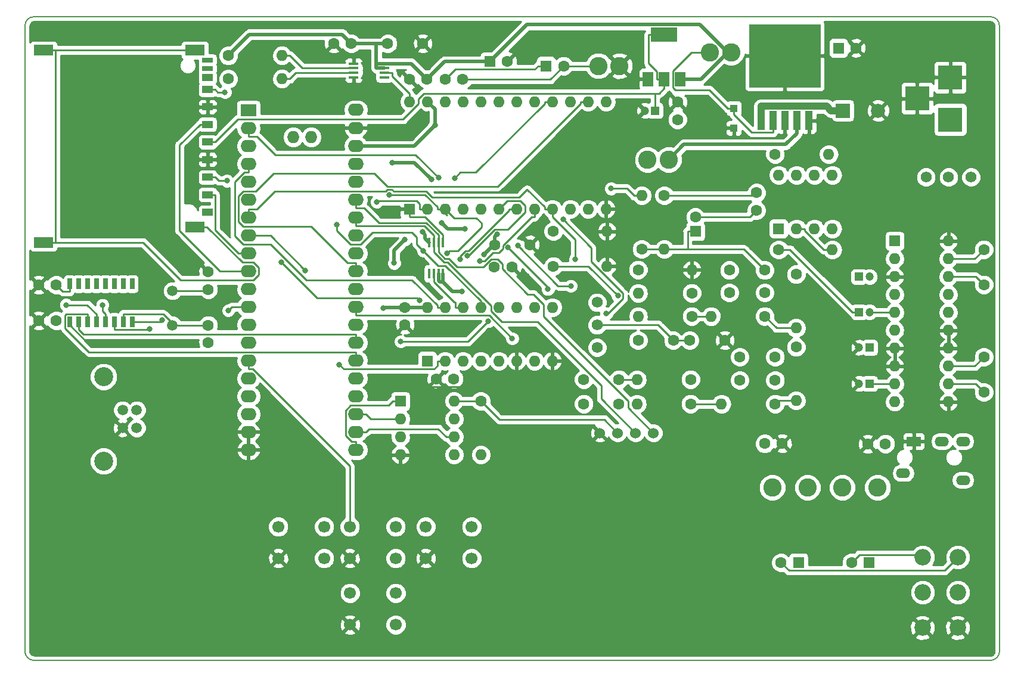
<source format=gbr>
%TF.GenerationSoftware,KiCad,Pcbnew,(5.0.0-rc2-dev-493-gd776eaca8)*%
%TF.CreationDate,2018-05-05T12:47:26-07:00*%
%TF.ProjectId,STM32_MegaBlaster,53544D33325F4D656761426C61737465,rev?*%
%TF.SameCoordinates,Original*%
%TF.FileFunction,Copper,L1,Top,Signal*%
%TF.FilePolarity,Positive*%
%FSLAX46Y46*%
G04 Gerber Fmt 4.6, Leading zero omitted, Abs format (unit mm)*
G04 Created by KiCad (PCBNEW (5.0.0-rc2-dev-493-gd776eaca8)) date 05/05/18 12:47:26*
%MOMM*%
%LPD*%
G01*
G04 APERTURE LIST*
%ADD10C,0.150000*%
%ADD11R,1.100000X1.100000*%
%ADD12C,1.600000*%
%ADD13R,1.200000X1.200000*%
%ADD14C,1.200000*%
%ADD15R,2.000000X2.000000*%
%ADD16C,2.000000*%
%ADD17R,1.600000X1.600000*%
%ADD18R,2.800000X1.500000*%
%ADD19R,1.500000X0.700000*%
%ADD20R,1.500000X1.000000*%
%ADD21C,1.520000*%
%ADD22C,2.700000*%
%ADD23R,3.500000X3.500000*%
%ADD24O,2.000000X1.400000*%
%ADD25R,2.000000X1.400000*%
%ADD26C,2.600000*%
%ADD27O,1.600000X1.600000*%
%ADD28C,1.700000*%
%ADD29C,1.574800*%
%ADD30O,1.727200X1.727200*%
%ADD31O,2.250000X1.727200*%
%ADD32R,2.250000X1.727200*%
%ADD33R,0.635000X1.524000*%
%ADD34R,1.450000X0.450000*%
%ADD35R,0.450000X1.450000*%
%ADD36R,3.800000X2.000000*%
%ADD37R,1.500000X2.000000*%
%ADD38R,10.160000X8.940800*%
%ADD39R,1.016000X2.692400*%
%ADD40C,1.524000*%
%ADD41C,1.500000*%
%ADD42C,2.340000*%
%ADD43C,0.800000*%
%ADD44C,0.250000*%
%ADD45C,0.500000*%
%ADD46C,1.000000*%
%ADD47C,0.254000*%
G04 APERTURE END LIST*
D10*
X59055000Y-31115000D02*
X59055000Y-120015000D01*
X196215000Y-29845000D02*
X60325000Y-29845000D01*
X197485000Y-31115000D02*
X197485000Y-120015000D01*
X196215000Y-121285000D02*
X60325000Y-121285000D01*
X197485000Y-120015000D02*
G75*
G02X196215000Y-121285000I-1270000J0D01*
G01*
X196215000Y-29845000D02*
G75*
G02X197485000Y-31115000I0J-1270000D01*
G01*
X59055000Y-31115000D02*
G75*
G02X60325000Y-29845000I1270000J0D01*
G01*
X60325000Y-121285000D02*
G75*
G02X59055000Y-120015000I0J1270000D01*
G01*
D11*
X159766000Y-42859500D03*
X159766000Y-45659500D03*
D12*
X195262000Y-83185000D03*
X195262000Y-78185000D03*
X195262000Y-62928500D03*
X195262000Y-67928500D03*
X153480000Y-75819000D03*
X158480000Y-75819000D03*
X113030000Y-71120000D03*
X113030000Y-73620000D03*
X118745000Y-38735000D03*
X121245000Y-38735000D03*
X113665000Y-38735000D03*
X116165000Y-38735000D03*
X105410000Y-33655000D03*
X102910000Y-33655000D03*
X125730000Y-65405000D03*
X128230000Y-65405000D03*
X117475000Y-81280000D03*
X119975000Y-81280000D03*
X151765000Y-44450000D03*
X151765000Y-41950000D03*
X63500000Y-67945000D03*
X61000000Y-67945000D03*
X85090000Y-73660000D03*
X85090000Y-76160000D03*
X85090000Y-68580000D03*
X85090000Y-66080000D03*
X63500000Y-73025000D03*
X61000000Y-73025000D03*
X162966000Y-57353200D03*
X162966000Y-54853200D03*
X178765000Y-90525600D03*
X181265000Y-90525600D03*
X164135000Y-90474800D03*
X166635000Y-90474800D03*
D13*
X148590000Y-43180000D03*
D14*
X147090000Y-43180000D03*
D15*
X175260000Y-43180000D03*
D16*
X180260000Y-43180000D03*
D17*
X174625000Y-34290000D03*
D12*
X177125000Y-34290000D03*
X115570000Y-33655000D03*
X110570000Y-33655000D03*
X130810000Y-62230000D03*
X125810000Y-62230000D03*
D17*
X133096000Y-36830000D03*
D12*
X135596000Y-36830000D03*
D17*
X154305000Y-60325000D03*
D12*
X154305000Y-58325000D03*
X138430000Y-81381600D03*
X143430000Y-81381600D03*
X138430000Y-84836000D03*
X143430000Y-84836000D03*
X164135000Y-65836800D03*
X159135000Y-65836800D03*
X164135000Y-69037200D03*
X159135000Y-69037200D03*
X165596000Y-78181200D03*
X160596000Y-78181200D03*
X165596000Y-81483200D03*
X160596000Y-81483200D03*
D13*
X177521000Y-66776600D03*
D14*
X179021000Y-66776600D03*
D13*
X177521000Y-71805800D03*
D14*
X179021000Y-71805800D03*
D13*
X179045000Y-76835000D03*
D14*
X177545000Y-76835000D03*
D13*
X179045000Y-81965800D03*
D14*
X177545000Y-81965800D03*
D17*
X178968000Y-107391000D03*
D12*
X176468000Y-107391000D03*
D17*
X168961000Y-107391000D03*
D12*
X166461000Y-107391000D03*
D17*
X125095000Y-36195000D03*
D12*
X127595000Y-36195000D03*
D18*
X83200000Y-34610000D03*
X61700000Y-34610000D03*
X61700000Y-61910000D03*
X83200000Y-59710000D03*
D19*
X85000000Y-36005000D03*
X85000000Y-37205000D03*
D20*
X85000000Y-57635000D03*
X85000000Y-38505000D03*
X85000000Y-40205000D03*
X85000000Y-42635000D03*
X85000000Y-45135000D03*
X85000000Y-47635000D03*
X85000000Y-50135000D03*
X85000000Y-52635000D03*
X85000000Y-55135000D03*
D21*
X74930000Y-85725000D03*
X74930000Y-88265000D03*
X72930000Y-88265000D03*
X72930000Y-85725000D03*
D22*
X70230000Y-80995000D03*
X70230000Y-92995000D03*
D23*
X190500000Y-44450000D03*
X190500000Y-38450000D03*
X185800000Y-41450000D03*
D24*
X192318000Y-95670000D03*
X183818000Y-94670000D03*
D25*
X185318000Y-90170000D03*
D24*
X189318000Y-90170000D03*
X192318000Y-90170000D03*
D26*
X159385000Y-34925000D03*
X156385000Y-34925000D03*
X143510000Y-36830000D03*
X140510000Y-36830000D03*
X150495000Y-50165000D03*
X147495000Y-50165000D03*
X175158000Y-96723200D03*
X180158000Y-96723200D03*
X170231000Y-96723200D03*
X165231000Y-96723200D03*
D12*
X123825000Y-84455000D03*
D27*
X123825000Y-92075000D03*
D12*
X87934800Y-38658800D03*
D27*
X95554800Y-38658800D03*
D12*
X87934800Y-35356800D03*
D27*
X95554800Y-35356800D03*
D12*
X149860000Y-55245000D03*
D27*
X149860000Y-62865000D03*
D12*
X146685000Y-62865000D03*
D27*
X146685000Y-55245000D03*
D12*
X146177000Y-65786000D03*
D27*
X153797000Y-65786000D03*
D12*
X134112000Y-60325000D03*
D27*
X141732000Y-60325000D03*
D12*
X134112000Y-65278000D03*
D27*
X141732000Y-65278000D03*
D12*
X153797000Y-69088000D03*
D27*
X146177000Y-69088000D03*
D12*
X153797000Y-72390000D03*
D27*
X146177000Y-72390000D03*
D12*
X164135000Y-72390000D03*
D27*
X156515000Y-72390000D03*
D12*
X168605000Y-66446400D03*
D27*
X168605000Y-74066400D03*
D12*
X165608000Y-84836000D03*
D27*
X157988000Y-84836000D03*
D12*
X168605000Y-76758800D03*
D27*
X168605000Y-84378800D03*
D12*
X153619000Y-84836000D03*
D27*
X145999000Y-84836000D03*
D12*
X166116000Y-62941200D03*
D27*
X173736000Y-62941200D03*
D12*
X165608000Y-49377600D03*
D27*
X173228000Y-49377600D03*
D12*
X153619000Y-81381600D03*
D27*
X145999000Y-81381600D03*
D28*
X101546800Y-106786000D03*
X95046800Y-106786000D03*
X101546800Y-102286000D03*
X95046800Y-102286000D03*
X111707000Y-106786000D03*
X105207000Y-106786000D03*
X111707000Y-102286000D03*
X105207000Y-102286000D03*
X122502000Y-106786000D03*
X116002000Y-106786000D03*
X122502000Y-102286000D03*
X116002000Y-102286000D03*
X111732000Y-116235000D03*
X105232000Y-116235000D03*
X111732000Y-111735000D03*
X105232000Y-111735000D03*
D29*
X193446000Y-52628800D03*
X190245600Y-52628800D03*
X187045200Y-52628800D03*
X140335000Y-76835000D03*
X140335000Y-73634600D03*
X140335000Y-70434200D03*
D30*
X97165000Y-46939200D03*
X99705000Y-46939200D03*
D31*
X106045000Y-43078400D03*
X106045000Y-45669200D03*
X106045000Y-48209200D03*
X106045000Y-50749200D03*
X106045000Y-53289200D03*
X106045000Y-55829200D03*
X106045000Y-58369200D03*
X106045000Y-60909200D03*
X106045000Y-63449200D03*
X106045000Y-65989200D03*
X106045000Y-68529200D03*
X106045000Y-71069200D03*
X106045000Y-73609200D03*
X106045000Y-76149200D03*
X106045000Y-78689200D03*
X106045000Y-81229200D03*
X106045000Y-83769200D03*
X106045000Y-86309200D03*
X106045000Y-88849200D03*
X106045000Y-91389200D03*
X90805000Y-91389200D03*
X90805000Y-88849200D03*
X90805000Y-86309200D03*
X90805000Y-83769200D03*
X90805000Y-81229200D03*
X90805000Y-78689200D03*
X90805000Y-76149200D03*
X90805000Y-73609200D03*
X90805000Y-71069200D03*
X90805000Y-68529200D03*
X90805000Y-65989200D03*
X90805000Y-63449200D03*
X90805000Y-60909200D03*
X90805000Y-58369200D03*
X90805000Y-55829200D03*
X90805000Y-53289200D03*
X90805000Y-50749200D03*
X90805000Y-48209200D03*
X90805000Y-45669200D03*
D32*
X90805000Y-43129200D03*
D17*
X116205000Y-78740000D03*
D27*
X133985000Y-71120000D03*
X118745000Y-78740000D03*
X131445000Y-71120000D03*
X121285000Y-78740000D03*
X128905000Y-71120000D03*
X123825000Y-78740000D03*
X126365000Y-71120000D03*
X126365000Y-78740000D03*
X123825000Y-71120000D03*
X128905000Y-78740000D03*
X121285000Y-71120000D03*
X131445000Y-78740000D03*
X118745000Y-71120000D03*
X133985000Y-78740000D03*
X116205000Y-71120000D03*
D17*
X113665000Y-57150000D03*
D27*
X141605000Y-41910000D03*
X116205000Y-57150000D03*
X139065000Y-41910000D03*
X118745000Y-57150000D03*
X136525000Y-41910000D03*
X121285000Y-57150000D03*
X133985000Y-41910000D03*
X123825000Y-57150000D03*
X131445000Y-41910000D03*
X126365000Y-57150000D03*
X128905000Y-41910000D03*
X128905000Y-57150000D03*
X126365000Y-41910000D03*
X131445000Y-57150000D03*
X123825000Y-41910000D03*
X133985000Y-57150000D03*
X121285000Y-41910000D03*
X136525000Y-57150000D03*
X118745000Y-41910000D03*
X139065000Y-57150000D03*
X116205000Y-41910000D03*
X141605000Y-57150000D03*
X113665000Y-41910000D03*
D33*
X65405000Y-67790000D03*
X66675000Y-67790000D03*
X74295000Y-73180000D03*
X73025000Y-67790000D03*
X73025000Y-73180000D03*
X70485000Y-73180000D03*
X74295000Y-67790000D03*
X71755000Y-73180000D03*
X71755000Y-67790000D03*
X70485000Y-67790000D03*
X67945000Y-67790000D03*
X69215000Y-73180000D03*
X67945000Y-73180000D03*
X65405000Y-73180000D03*
X69215000Y-67790000D03*
X66675000Y-73180000D03*
D34*
X105750000Y-36490000D03*
X105750000Y-37140000D03*
X105750000Y-37790000D03*
X105750000Y-38440000D03*
X110150000Y-38440000D03*
X110150000Y-37790000D03*
X110150000Y-37140000D03*
X110150000Y-36490000D03*
D35*
X118450000Y-61935000D03*
X117800000Y-61935000D03*
X117150000Y-61935000D03*
X116500000Y-61935000D03*
X116500000Y-66335000D03*
X117150000Y-66335000D03*
X117800000Y-66335000D03*
X118450000Y-66335000D03*
D17*
X112395000Y-84455000D03*
D27*
X120015000Y-92075000D03*
X112395000Y-86995000D03*
X120015000Y-89535000D03*
X112395000Y-89535000D03*
X120015000Y-86995000D03*
X112395000Y-92075000D03*
X120015000Y-84455000D03*
D17*
X166116000Y-59944000D03*
D27*
X173736000Y-52324000D03*
X168656000Y-59944000D03*
X171196000Y-52324000D03*
X171196000Y-59944000D03*
X168656000Y-52324000D03*
X173736000Y-59944000D03*
X166116000Y-52324000D03*
D17*
X182601000Y-61696600D03*
D27*
X190221000Y-84556600D03*
X182601000Y-64236600D03*
X190221000Y-82016600D03*
X182601000Y-66776600D03*
X190221000Y-79476600D03*
X182601000Y-69316600D03*
X190221000Y-76936600D03*
X182601000Y-71856600D03*
X190221000Y-74396600D03*
X182601000Y-74396600D03*
X190221000Y-71856600D03*
X182601000Y-76936600D03*
X190221000Y-69316600D03*
X182601000Y-79476600D03*
X190221000Y-66776600D03*
X182601000Y-82016600D03*
X190221000Y-64236600D03*
X182601000Y-84556600D03*
X190221000Y-61696600D03*
D36*
X149860000Y-32410000D03*
D37*
X149860000Y-38710000D03*
X152160000Y-38710000D03*
X147560000Y-38710000D03*
D38*
X167005000Y-35407600D03*
D39*
X170408600Y-44602400D03*
X168706800Y-44602400D03*
X167005000Y-44602400D03*
X165303200Y-44602400D03*
X163601400Y-44602400D03*
D40*
X148323000Y-88980000D03*
X145783000Y-88980000D03*
X143243000Y-88980000D03*
X140703000Y-88980000D03*
D41*
X80010000Y-73660000D03*
X80010000Y-68780000D03*
D12*
X146177000Y-75819000D03*
X151177000Y-75819000D03*
D42*
X186567000Y-106637000D03*
X186567000Y-111637000D03*
X186567000Y-116637000D03*
X191567000Y-106637000D03*
X191567000Y-111637000D03*
X191567000Y-116637000D03*
D43*
X142326400Y-54258300D03*
X124274500Y-63605500D03*
X121098000Y-68830800D03*
X126135753Y-60749200D03*
X121539000Y-59944000D03*
X118237000Y-59118500D03*
X115506500Y-60388500D03*
X109918500Y-71247000D03*
X111506000Y-64833500D03*
X113030000Y-61531500D03*
X116776500Y-52959000D03*
X111252000Y-50546000D03*
X117284500Y-45275500D03*
X108458000Y-62484000D03*
X108521500Y-65595500D03*
X110045500Y-76454000D03*
X108331000Y-78676500D03*
X108585000Y-81851500D03*
X127825500Y-85979000D03*
X130365500Y-66675000D03*
X134747000Y-62738000D03*
X68897500Y-76136500D03*
X78529100Y-72941000D03*
X64896400Y-70777700D03*
X141639300Y-71985700D03*
X135493100Y-58664200D03*
X143286300Y-69467000D03*
X87753800Y-53154800D03*
X87931200Y-71580000D03*
X87473800Y-40577900D03*
X70061400Y-70805200D03*
X76779100Y-74203700D03*
X98871600Y-65868100D03*
X127673800Y-62626200D03*
X133357800Y-68554600D03*
X117792500Y-52705000D03*
X103333500Y-59372800D03*
X115627900Y-63084900D03*
X121916800Y-63799800D03*
X95471500Y-64735000D03*
X115082000Y-70129600D03*
X120837100Y-64335100D03*
X103722500Y-79248400D03*
X123629700Y-64588800D03*
X137222500Y-64297000D03*
X128270800Y-75564400D03*
X120078500Y-52768500D03*
X129089500Y-62377100D03*
X136584500Y-68090000D03*
X109057500Y-56156600D03*
X124840700Y-73126300D03*
X112427200Y-75988300D03*
X118989900Y-63472200D03*
X110833000Y-55125600D03*
D44*
X146685000Y-55245000D02*
X145559700Y-55245000D01*
X145559700Y-55245000D02*
X144573000Y-54258300D01*
X144573000Y-54258300D02*
X142326400Y-54258300D01*
X135596000Y-36830000D02*
X133691000Y-38735000D01*
X133691000Y-38735000D02*
X121245000Y-38735000D01*
X140510000Y-36830000D02*
X135596000Y-36830000D01*
X154305000Y-58325000D02*
X161994200Y-58325000D01*
X161994200Y-58325000D02*
X162966000Y-57353200D01*
X133096000Y-36830000D02*
X131970700Y-36830000D01*
X131970700Y-36830000D02*
X131480400Y-37320300D01*
X131480400Y-37320300D02*
X120159700Y-37320300D01*
X120159700Y-37320300D02*
X118745000Y-38735000D01*
X149860000Y-55245000D02*
X162574200Y-55245000D01*
X162574200Y-55245000D02*
X162966000Y-54853200D01*
D45*
X118450000Y-66922600D02*
X118450000Y-67510300D01*
X118450000Y-66335000D02*
X118450000Y-66922600D01*
X116165000Y-38735000D02*
X113920000Y-36490000D01*
X113920000Y-36490000D02*
X110150000Y-36490000D01*
X125095000Y-36195000D02*
X118705000Y-36195000D01*
X118705000Y-36195000D02*
X116165000Y-38735000D01*
X125810000Y-62230000D02*
X125650000Y-62230000D01*
X125650000Y-62230000D02*
X124274500Y-63605500D01*
X110150000Y-36490000D02*
X108974700Y-36490000D01*
X108974700Y-33655000D02*
X110570000Y-33655000D01*
X105410000Y-33655000D02*
X108974700Y-33655000D01*
X108974700Y-33655000D02*
X108974700Y-36490000D01*
X87934800Y-35356800D02*
X90924300Y-32367300D01*
X90924300Y-32367300D02*
X104122300Y-32367300D01*
X104122300Y-32367300D02*
X105410000Y-33655000D01*
X121098000Y-68830800D02*
X119770500Y-68830800D01*
X119770500Y-68830800D02*
X118450000Y-67510300D01*
X158868000Y-34917900D02*
X154909600Y-30959600D01*
X154909600Y-30959600D02*
X130330400Y-30959600D01*
X130330400Y-30959600D02*
X125095000Y-36195000D01*
X159385000Y-34925000D02*
X158875000Y-34925000D01*
X158875000Y-34925000D02*
X158868000Y-34917900D01*
X152160000Y-38710000D02*
X155075900Y-38710000D01*
X155075900Y-38710000D02*
X158868000Y-34917900D01*
X116205000Y-71120000D02*
X113030000Y-71120000D01*
X168706800Y-44602400D02*
X168706800Y-46398900D01*
X168706800Y-46398900D02*
X167108600Y-47997100D01*
X167108600Y-47997100D02*
X152662900Y-47997100D01*
X152662900Y-47997100D02*
X150495000Y-50165000D01*
X118450000Y-67510300D02*
X117973200Y-67510300D01*
X117825001Y-67362101D02*
X117825001Y-66335000D01*
X117973200Y-67510300D02*
X117825001Y-67362101D01*
X125810000Y-62230000D02*
X125810000Y-61074953D01*
X125810000Y-61074953D02*
X126135753Y-60749200D01*
X121539000Y-59944000D02*
X119062500Y-59944000D01*
X119062500Y-59944000D02*
X118237000Y-59118500D01*
X116474999Y-61909999D02*
X116474999Y-61935000D01*
X115906499Y-61341499D02*
X116474999Y-61909999D01*
X115906499Y-60788499D02*
X115906499Y-61341499D01*
X115506500Y-60388500D02*
X115906499Y-60788499D01*
X108974700Y-36490000D02*
X108974700Y-37092700D01*
X109064999Y-37114999D02*
X110150000Y-37114999D01*
X108996999Y-37114999D02*
X109064999Y-37114999D01*
X108974700Y-37092700D02*
X108996999Y-37114999D01*
X113030000Y-71120000D02*
X110045500Y-71120000D01*
X110045500Y-71120000D02*
X109918500Y-71247000D01*
X111506000Y-64833500D02*
X111506000Y-63055500D01*
X111506000Y-63055500D02*
X113030000Y-61531500D01*
X117284500Y-42989500D02*
X116205000Y-41910000D01*
X117284500Y-45275500D02*
X117284500Y-42989500D01*
X114350800Y-48209200D02*
X106045000Y-48209200D01*
X117284500Y-45275500D02*
X114350800Y-48209200D01*
X114363500Y-50546000D02*
X116776500Y-52959000D01*
X111252000Y-50546000D02*
X114363500Y-50546000D01*
D44*
X113665000Y-58200000D02*
X113665000Y-57150000D01*
X113740001Y-58275001D02*
X113665000Y-58200000D01*
X115884611Y-58275001D02*
X113740001Y-58275001D01*
X118450000Y-60840390D02*
X115884611Y-58275001D01*
X118450000Y-61935000D02*
X118450000Y-60840390D01*
X108458000Y-62484000D02*
X108458000Y-65532000D01*
X108458000Y-65532000D02*
X108521500Y-65595500D01*
X110045500Y-76454000D02*
X108331000Y-78168500D01*
X108331000Y-78168500D02*
X108331000Y-78676500D01*
X109150685Y-81851500D02*
X109658685Y-82359500D01*
X108585000Y-81851500D02*
X109150685Y-81851500D01*
X124251501Y-82405001D02*
X127825500Y-85979000D01*
X109658685Y-82359500D02*
X109704186Y-82405001D01*
X109704186Y-82405001D02*
X124251501Y-82405001D01*
X128230000Y-65405000D02*
X129500000Y-66675000D01*
X129500000Y-66675000D02*
X130365500Y-66675000D01*
X67907790Y-76136500D02*
X68897500Y-76136500D01*
X65405000Y-73180000D02*
X65405000Y-73633710D01*
X65405000Y-73633710D02*
X67907790Y-76136500D01*
X148590000Y-40759800D02*
X149135500Y-40759800D01*
X149135500Y-40759800D02*
X149860000Y-40035300D01*
X86075300Y-47635000D02*
X89300200Y-44410100D01*
X89300200Y-44410100D02*
X112762800Y-44410100D01*
X112762800Y-44410100D02*
X114935000Y-42237900D01*
X114935000Y-42237900D02*
X114935000Y-41511200D01*
X114935000Y-41511200D02*
X115686400Y-40759800D01*
X115686400Y-40759800D02*
X148590000Y-40759800D01*
X148590000Y-40759800D02*
X148590000Y-42254700D01*
X149860000Y-38710000D02*
X149860000Y-40035300D01*
X85000000Y-47635000D02*
X86075300Y-47635000D01*
X123825000Y-84455000D02*
X121140300Y-84455000D01*
X143243000Y-88980000D02*
X141331800Y-87068800D01*
X141331800Y-87068800D02*
X126438800Y-87068800D01*
X126438800Y-87068800D02*
X123825000Y-84455000D01*
X120015000Y-84455000D02*
X121140300Y-84455000D01*
X149860000Y-38710000D02*
X148784700Y-38710000D01*
X149860000Y-32410000D02*
X147634700Y-32410000D01*
X147634700Y-32410000D02*
X147634700Y-36484700D01*
X147634700Y-36484700D02*
X148784700Y-37634700D01*
X148784700Y-37634700D02*
X148784700Y-38710000D01*
X148590000Y-43180000D02*
X148590000Y-42254700D01*
X65405000Y-67790000D02*
X65405000Y-68877300D01*
X65405000Y-68877300D02*
X64432300Y-68877300D01*
X64432300Y-68877300D02*
X63500000Y-67945000D01*
X80010000Y-73660000D02*
X80010000Y-73396100D01*
X80010000Y-73396100D02*
X78706600Y-72092700D01*
X78706600Y-72092700D02*
X73025000Y-72092700D01*
X73025000Y-73180000D02*
X73025000Y-72092700D01*
X80010000Y-73660000D02*
X85090000Y-73660000D01*
X74295000Y-73180000D02*
X78290100Y-73180000D01*
X78290100Y-73180000D02*
X78529100Y-72941000D01*
X80010000Y-68780000D02*
X84890000Y-68780000D01*
X84890000Y-68780000D02*
X85090000Y-68580000D01*
X69215000Y-73180000D02*
X69215000Y-72092700D01*
X69215000Y-72092700D02*
X67900000Y-70777700D01*
X67900000Y-70777700D02*
X64896400Y-70777700D01*
D46*
X175260000Y-43180000D02*
X173559700Y-43180000D01*
X163601400Y-44602400D02*
X163601400Y-42555900D01*
X163601400Y-42555900D02*
X172935600Y-42555900D01*
X172935600Y-42555900D02*
X173559700Y-43180000D01*
D44*
X153179700Y-62865000D02*
X161163200Y-62865000D01*
X161163200Y-62865000D02*
X164135000Y-65836800D01*
X150422700Y-62865000D02*
X153179700Y-62865000D01*
X153179700Y-62865000D02*
X153179700Y-60325000D01*
X149860000Y-62865000D02*
X150422700Y-62865000D01*
X154305000Y-60325000D02*
X153179700Y-60325000D01*
X146685000Y-62865000D02*
X149860000Y-62865000D01*
X151177000Y-75819000D02*
X153480000Y-75819000D01*
X140335000Y-73634600D02*
X148992600Y-73634600D01*
X148992600Y-73634600D02*
X151177000Y-75819000D01*
X135493100Y-58664200D02*
X139491400Y-62662500D01*
X139491400Y-62662500D02*
X139491400Y-64646100D01*
X139491400Y-64646100D02*
X144011700Y-69166400D01*
X144011700Y-69166400D02*
X144011700Y-69872400D01*
X144011700Y-69872400D02*
X141898400Y-71985700D01*
X141898400Y-71985700D02*
X141639300Y-71985700D01*
X145999000Y-81381600D02*
X143430000Y-81381600D01*
X134112000Y-65278000D02*
X139097300Y-65278000D01*
X139097300Y-65278000D02*
X143286300Y-69467000D01*
X156515000Y-72390000D02*
X153797000Y-72390000D01*
X168605000Y-74066400D02*
X165811400Y-74066400D01*
X165811400Y-74066400D02*
X164135000Y-72390000D01*
X153619000Y-84836000D02*
X157988000Y-84836000D01*
X168605000Y-84378800D02*
X166065200Y-84378800D01*
X166065200Y-84378800D02*
X165608000Y-84836000D01*
X177521000Y-71805800D02*
X176595700Y-71805800D01*
X166116000Y-62941200D02*
X167731100Y-62941200D01*
X167731100Y-62941200D02*
X176595700Y-71805800D01*
X182601000Y-71856600D02*
X179071800Y-71856600D01*
X179071800Y-71856600D02*
X179021000Y-71805800D01*
X179045000Y-81965800D02*
X179970300Y-81965800D01*
X182601000Y-82016600D02*
X180021100Y-82016600D01*
X180021100Y-82016600D02*
X179970300Y-81965800D01*
X190221000Y-64236600D02*
X193953900Y-64236600D01*
X193953900Y-64236600D02*
X195262000Y-62928500D01*
X190221000Y-66776600D02*
X194110100Y-66776600D01*
X194110100Y-66776600D02*
X195262000Y-67928500D01*
X190221000Y-82016600D02*
X194093600Y-82016600D01*
X194093600Y-82016600D02*
X195262000Y-83185000D01*
X190221000Y-79476600D02*
X193970400Y-79476600D01*
X193970400Y-79476600D02*
X195262000Y-78185000D01*
X186567000Y-106637000D02*
X186189600Y-106259600D01*
X186189600Y-106259600D02*
X177599400Y-106259600D01*
X177599400Y-106259600D02*
X176468000Y-107391000D01*
X191567000Y-106637000D02*
X189687600Y-108516400D01*
X189687600Y-108516400D02*
X167586400Y-108516400D01*
X167586400Y-108516400D02*
X166461000Y-107391000D01*
X159766000Y-42859500D02*
X158890700Y-42859500D01*
X156385000Y-34925000D02*
X153728300Y-34925000D01*
X153728300Y-34925000D02*
X151077900Y-37575400D01*
X151077900Y-37575400D02*
X151077900Y-39887000D01*
X151077900Y-39887000D02*
X151461500Y-40270600D01*
X151461500Y-40270600D02*
X156301800Y-40270600D01*
X156301800Y-40270600D02*
X158890700Y-42859500D01*
X159766000Y-42859500D02*
X159766000Y-43734800D01*
X165303200Y-44602400D02*
X165303200Y-46273900D01*
X165303200Y-46273900D02*
X162305100Y-46273900D01*
X162305100Y-46273900D02*
X159766000Y-43734800D01*
X85000000Y-55135000D02*
X86075300Y-55135000D01*
X90805000Y-63449200D02*
X89354700Y-63449200D01*
X89354700Y-63449200D02*
X86075300Y-60169800D01*
X86075300Y-60169800D02*
X86075300Y-55135000D01*
X85000000Y-52635000D02*
X86075300Y-52635000D01*
X87753800Y-53154800D02*
X86595100Y-53154800D01*
X86595100Y-53154800D02*
X86075300Y-52635000D01*
X90805000Y-71069200D02*
X88442000Y-71069200D01*
X88442000Y-71069200D02*
X87931200Y-71580000D01*
X85000000Y-45135000D02*
X83924700Y-45135000D01*
X90805000Y-65989200D02*
X86777900Y-65989200D01*
X86777900Y-65989200D02*
X81038700Y-60250000D01*
X81038700Y-60250000D02*
X81038700Y-48021000D01*
X81038700Y-48021000D02*
X83924700Y-45135000D01*
X85000000Y-40205000D02*
X86075300Y-40205000D01*
X87473800Y-40577900D02*
X86448200Y-40577900D01*
X86448200Y-40577900D02*
X86075300Y-40205000D01*
X63425300Y-34610000D02*
X81474700Y-34610000D01*
X83200000Y-34610000D02*
X81474700Y-34610000D01*
X63425300Y-61910000D02*
X63425300Y-34610000D01*
X63425300Y-61910000D02*
X61700000Y-61910000D01*
X84925300Y-59710000D02*
X89934500Y-64719200D01*
X89934500Y-64719200D02*
X91494600Y-64719200D01*
X91494600Y-64719200D02*
X92260400Y-65485000D01*
X92260400Y-65485000D02*
X92260400Y-66479100D01*
X92260400Y-66479100D02*
X91487900Y-67251600D01*
X91487900Y-67251600D02*
X81137300Y-67251600D01*
X81137300Y-67251600D02*
X75795700Y-61910000D01*
X75795700Y-61910000D02*
X63425300Y-61910000D01*
X61700000Y-34610000D02*
X63425300Y-34610000D01*
X83200000Y-59710000D02*
X84925300Y-59710000D01*
X70485000Y-73180000D02*
X70485000Y-72092700D01*
X70485000Y-72092700D02*
X70061400Y-71669100D01*
X70061400Y-71669100D02*
X70061400Y-70805200D01*
X71755000Y-73180000D02*
X71755000Y-74267300D01*
X71755000Y-74267300D02*
X76715500Y-74267300D01*
X76715500Y-74267300D02*
X76779100Y-74203700D01*
X117150000Y-62985300D02*
X117150000Y-63296500D01*
X117150000Y-63296500D02*
X118607600Y-64754100D01*
X118607600Y-64754100D02*
X119092500Y-64754100D01*
X119092500Y-64754100D02*
X125239600Y-70901200D01*
X125239600Y-70901200D02*
X125239600Y-71648400D01*
X125239600Y-71648400D02*
X126770700Y-73179500D01*
X126770700Y-73179500D02*
X131859300Y-73179500D01*
X131859300Y-73179500D02*
X140925900Y-82246100D01*
X140925900Y-82246100D02*
X140925900Y-84122900D01*
X140925900Y-84122900D02*
X145783000Y-88980000D01*
X95554800Y-38658800D02*
X96680100Y-38658800D01*
X105750000Y-37790000D02*
X97548900Y-37790000D01*
X97548900Y-37790000D02*
X96680100Y-38658800D01*
X106045000Y-58369200D02*
X106045000Y-59558100D01*
X117150000Y-61935000D02*
X117150000Y-60884700D01*
X117150000Y-60884700D02*
X115823400Y-59558100D01*
X115823400Y-59558100D02*
X106045000Y-59558100D01*
X117150000Y-62347500D02*
X117150000Y-61935000D01*
X117150000Y-62347500D02*
X117150000Y-62985300D01*
X168656000Y-59944000D02*
X169781300Y-59944000D01*
X169781300Y-59944000D02*
X169781300Y-60225300D01*
X169781300Y-60225300D02*
X172497200Y-62941200D01*
X172497200Y-62941200D02*
X173736000Y-62941200D01*
X90805000Y-78689200D02*
X90805000Y-79878100D01*
X90805000Y-79878100D02*
X91399400Y-79878100D01*
X91399400Y-79878100D02*
X105207000Y-93685700D01*
X105207000Y-93685700D02*
X105207000Y-102286000D01*
X90805000Y-60909200D02*
X93912700Y-60909200D01*
X93912700Y-60909200D02*
X98871600Y-65868100D01*
X133357800Y-68554600D02*
X133357800Y-68310200D01*
X133357800Y-68310200D02*
X127673800Y-62626200D01*
X90805000Y-46858100D02*
X90805000Y-45669200D01*
X91993900Y-46858100D02*
X90805000Y-46858100D01*
X94590800Y-49455000D02*
X91993900Y-46858100D01*
X117792500Y-52705000D02*
X114542500Y-49455000D01*
X114542500Y-49455000D02*
X94590800Y-49455000D01*
X103333500Y-59372800D02*
X103333500Y-60214100D01*
X103333500Y-60214100D02*
X105298400Y-62179000D01*
X114722000Y-62179000D02*
X115627900Y-63084900D01*
X115627900Y-63084900D02*
X117747400Y-65204400D01*
X117747400Y-65204400D02*
X118796000Y-65204400D01*
X118796000Y-65204400D02*
X123825000Y-70233400D01*
X123825000Y-70233400D02*
X123825000Y-71120000D01*
X114722000Y-62179000D02*
X114722000Y-61191500D01*
X114722000Y-61191500D02*
X113982500Y-60452000D01*
X106717548Y-62179000D02*
X105298400Y-62179000D01*
X108444548Y-60452000D02*
X106717548Y-62179000D01*
X113982500Y-60452000D02*
X108444548Y-60452000D01*
X126365000Y-57150000D02*
X127529900Y-55985100D01*
X127529900Y-55985100D02*
X129388700Y-55985100D01*
X129388700Y-55985100D02*
X130076700Y-56673100D01*
X130076700Y-56673100D02*
X130076700Y-57637300D01*
X130076700Y-57637300D02*
X127689800Y-60024200D01*
X127689800Y-60024200D02*
X125817000Y-60024200D01*
X125817000Y-60024200D02*
X122041400Y-63799800D01*
X122041400Y-63799800D02*
X121916800Y-63799800D01*
X117619700Y-71120000D02*
X117619700Y-70838700D01*
X117619700Y-70838700D02*
X114040200Y-67259200D01*
X114040200Y-67259200D02*
X99021500Y-67259200D01*
X99021500Y-67259200D02*
X93941500Y-62179200D01*
X93941500Y-62179200D02*
X90074200Y-62179200D01*
X90074200Y-62179200D02*
X88896300Y-61001300D01*
X88896300Y-61001300D02*
X88896300Y-53252400D01*
X88896300Y-53252400D02*
X90210600Y-51938100D01*
X90210600Y-51938100D02*
X90805000Y-51938100D01*
X90805000Y-50749200D02*
X90805000Y-51938100D01*
X118745000Y-71120000D02*
X117619700Y-71120000D01*
X127779700Y-57150000D02*
X127779700Y-57328700D01*
X127779700Y-57328700D02*
X122033900Y-63074500D01*
X122033900Y-63074500D02*
X121616400Y-63074500D01*
X121616400Y-63074500D02*
X120837100Y-63853800D01*
X120837100Y-63853800D02*
X120837100Y-64335100D01*
X115082000Y-70129600D02*
X114751600Y-69799200D01*
X114751600Y-69799200D02*
X100535700Y-69799200D01*
X100535700Y-69799200D02*
X95471500Y-64735000D01*
X128905000Y-57150000D02*
X127779700Y-57150000D01*
X123629700Y-64588800D02*
X124317000Y-64588800D01*
X124317000Y-64588800D02*
X125550300Y-63355500D01*
X125550300Y-63355500D02*
X125550300Y-63355400D01*
X125550300Y-63355400D02*
X126364900Y-63355400D01*
X126364900Y-63355400D02*
X126948500Y-62771800D01*
X126948500Y-62771800D02*
X126948500Y-62325800D01*
X126948500Y-62325800D02*
X130999000Y-58275300D01*
X130999000Y-58275300D02*
X131445000Y-58275300D01*
X118745000Y-78740000D02*
X117619700Y-78740000D01*
X117619700Y-78740000D02*
X117619700Y-79443300D01*
X117619700Y-79443300D02*
X117184800Y-79878200D01*
X117184800Y-79878200D02*
X104352300Y-79878200D01*
X104352300Y-79878200D02*
X103722500Y-79248400D01*
X131445000Y-57150000D02*
X131445000Y-58275300D01*
X133985000Y-57150000D02*
X133985000Y-58275300D01*
X137222500Y-64297000D02*
X137222500Y-61512800D01*
X137222500Y-61512800D02*
X133985000Y-58275300D01*
X132859700Y-57150000D02*
X133985000Y-57150000D01*
X132859700Y-56868700D02*
X132859700Y-57150000D01*
X116922501Y-55535091D02*
X129256509Y-55535091D01*
X116063001Y-54675591D02*
X116922501Y-55535091D01*
X111455992Y-54675590D02*
X116063001Y-54675591D01*
X90805000Y-58369200D02*
X90805000Y-57180300D01*
X90805000Y-57180300D02*
X91993900Y-57180300D01*
X129256509Y-55535091D02*
X130391300Y-54400300D01*
X91993900Y-57180300D02*
X94559900Y-54614300D01*
X130391300Y-54400300D02*
X132859700Y-56868700D01*
X94559900Y-54614300D02*
X110318600Y-54614300D01*
X111181001Y-54400599D02*
X111455992Y-54675590D01*
X110318600Y-54614300D02*
X110532301Y-54400599D01*
X110532301Y-54400599D02*
X111181001Y-54400599D01*
X106045000Y-91389200D02*
X106045000Y-90200300D01*
X112395000Y-84455000D02*
X111269700Y-84455000D01*
X111269700Y-84455000D02*
X110685500Y-85039200D01*
X110685500Y-85039200D02*
X105306600Y-85039200D01*
X105306600Y-85039200D02*
X104579200Y-85766600D01*
X104579200Y-85766600D02*
X104579200Y-89328900D01*
X104579200Y-89328900D02*
X105450600Y-90200300D01*
X105450600Y-90200300D02*
X106045000Y-90200300D01*
X106045000Y-88849200D02*
X107495300Y-88849200D01*
X120015000Y-89535000D02*
X118889700Y-89535000D01*
X118889700Y-89535000D02*
X117756600Y-88401900D01*
X117756600Y-88401900D02*
X107942600Y-88401900D01*
X107942600Y-88401900D02*
X107495300Y-88849200D01*
X106045000Y-86309200D02*
X107495300Y-86309200D01*
X112395000Y-86995000D02*
X108181100Y-86995000D01*
X108181100Y-86995000D02*
X107495300Y-86309200D01*
X106045000Y-78689200D02*
X106045000Y-77500300D01*
X67945000Y-73180000D02*
X67945000Y-72092700D01*
X67945000Y-72092700D02*
X64951400Y-72092700D01*
X64951400Y-72092700D02*
X64762100Y-72282000D01*
X64762100Y-72282000D02*
X64762100Y-74090700D01*
X64762100Y-74090700D02*
X68171700Y-77500300D01*
X68171700Y-77500300D02*
X106045000Y-77500300D01*
X106045000Y-76149200D02*
X106045000Y-74960300D01*
X66675000Y-73180000D02*
X66675000Y-74267300D01*
X66675000Y-74267300D02*
X67368000Y-74960300D01*
X67368000Y-74960300D02*
X106045000Y-74960300D01*
X128270800Y-75564400D02*
X128270800Y-75530600D01*
X128270800Y-75530600D02*
X124998300Y-72258100D01*
X124998300Y-72258100D02*
X106045000Y-72258100D01*
X106045000Y-71069200D02*
X106045000Y-72258100D01*
X133985000Y-41910000D02*
X132859700Y-41910000D01*
X132859700Y-41910000D02*
X132859700Y-42191300D01*
X132859700Y-42191300D02*
X123081000Y-51970000D01*
X120877000Y-51970000D02*
X120078500Y-52768500D01*
X123081000Y-51970000D02*
X120877000Y-51970000D01*
X106045000Y-65989200D02*
X106045000Y-64800300D01*
X139065000Y-41910000D02*
X137939700Y-41910000D01*
X137939700Y-41910000D02*
X137939700Y-42191300D01*
X137939700Y-42191300D02*
X126181100Y-53949900D01*
X110551400Y-53949900D02*
X108681000Y-52079500D01*
X108681000Y-52079500D02*
X94339800Y-52079500D01*
X94339800Y-52079500D02*
X91804800Y-54614500D01*
X91804800Y-54614500D02*
X90043700Y-54614500D01*
X90043700Y-54614500D02*
X89349700Y-55308500D01*
X89349700Y-55308500D02*
X89349700Y-58924500D01*
X89349700Y-58924500D02*
X90064400Y-59639200D01*
X90064400Y-59639200D02*
X99695000Y-59639200D01*
X99695000Y-59639200D02*
X104856100Y-64800300D01*
X104856100Y-64800300D02*
X106045000Y-64800300D01*
X110551400Y-53949900D02*
X126181100Y-53949900D01*
X136584500Y-68090000D02*
X134802400Y-68090000D01*
X134802400Y-68090000D02*
X129089500Y-62377100D01*
X116205000Y-57150000D02*
X115079700Y-57150000D01*
X115079700Y-57150000D02*
X115079700Y-56446700D01*
X115079700Y-56446700D02*
X114657600Y-56024600D01*
X114657600Y-56024600D02*
X109189500Y-56024600D01*
X109189500Y-56024600D02*
X109057500Y-56156600D01*
X112427200Y-75988300D02*
X121978700Y-75988300D01*
X121978700Y-75988300D02*
X124840700Y-73126300D01*
X118182400Y-57150000D02*
X119028800Y-57996400D01*
X119028800Y-63433300D02*
X118989900Y-63472200D01*
X118182400Y-57150000D02*
X117619700Y-57150000D01*
X118745000Y-57150000D02*
X118182400Y-57150000D01*
X117619700Y-57150000D02*
X117619700Y-56868700D01*
X117619700Y-56868700D02*
X115876600Y-55125600D01*
X115876600Y-55125600D02*
X110833000Y-55125600D01*
X119389899Y-63072201D02*
X120569799Y-63072201D01*
X118989900Y-63472200D02*
X119389899Y-63072201D01*
X120569799Y-63072201D02*
X123888500Y-59753500D01*
X123888500Y-59753500D02*
X123888500Y-59118500D01*
X123888500Y-59118500D02*
X123190000Y-58420000D01*
X120015000Y-58420000D02*
X118745000Y-57150000D01*
X123190000Y-58420000D02*
X120015000Y-58420000D01*
X120159700Y-71120000D02*
X121285000Y-71120000D01*
X120159700Y-70395000D02*
X120159700Y-71120000D01*
X120044714Y-70395000D02*
X120159700Y-70395000D01*
X117150000Y-67500286D02*
X120044714Y-70395000D01*
X117150000Y-66335000D02*
X117150000Y-67500286D01*
X113665000Y-41910000D02*
X113665000Y-40784700D01*
X110150000Y-37790000D02*
X111200300Y-37790000D01*
X111200300Y-37790000D02*
X111200300Y-38320000D01*
X111200300Y-38320000D02*
X113665000Y-40784700D01*
X117800000Y-61935000D02*
X117800000Y-63308000D01*
X117800000Y-63308000D02*
X118689500Y-64197500D01*
X118689500Y-64197500D02*
X119284200Y-64197500D01*
X119284200Y-64197500D02*
X120444200Y-65357500D01*
X120444200Y-65357500D02*
X124186100Y-65357500D01*
X124186100Y-65357500D02*
X125263900Y-64279700D01*
X125263900Y-64279700D02*
X126196200Y-64279700D01*
X126196200Y-64279700D02*
X126855300Y-64938800D01*
X126855300Y-64938800D02*
X126855300Y-65695800D01*
X126855300Y-65695800D02*
X130482400Y-69322900D01*
X130482400Y-69322900D02*
X131319700Y-69322900D01*
X131319700Y-69322900D02*
X132715000Y-70718200D01*
X132715000Y-70718200D02*
X132715000Y-72420000D01*
X132715000Y-72420000D02*
X144714500Y-84419500D01*
X144714500Y-84419500D02*
X144714500Y-85371500D01*
X144714500Y-85371500D02*
X148323000Y-88980000D01*
X95554800Y-35356800D02*
X96680100Y-35356800D01*
X105750000Y-37140000D02*
X98463300Y-37140000D01*
X98463300Y-37140000D02*
X96680100Y-35356800D01*
X106045000Y-55829200D02*
X106045000Y-57018100D01*
X117800000Y-61935000D02*
X117800000Y-60826800D01*
X117800000Y-60826800D02*
X116080900Y-59107700D01*
X116080900Y-59107700D02*
X109323500Y-59107700D01*
X109323500Y-59107700D02*
X107233900Y-57018100D01*
X107233900Y-57018100D02*
X106045000Y-57018100D01*
D47*
G36*
X196402787Y-30599065D02*
X196567920Y-30694405D01*
X196690488Y-30840477D01*
X196766555Y-31049465D01*
X196775000Y-31145996D01*
X196775001Y-119952875D01*
X196730935Y-120202787D01*
X196635596Y-120367919D01*
X196489524Y-120490488D01*
X196280532Y-120566555D01*
X196184004Y-120575000D01*
X60387119Y-120575000D01*
X60137213Y-120530935D01*
X59972081Y-120435596D01*
X59849512Y-120289524D01*
X59773445Y-120080532D01*
X59765000Y-119984004D01*
X59765000Y-117912486D01*
X185471120Y-117912486D01*
X185590586Y-118196984D01*
X186261890Y-118451894D01*
X186979646Y-118430504D01*
X187543414Y-118196984D01*
X187662880Y-117912486D01*
X190471120Y-117912486D01*
X190590586Y-118196984D01*
X191261890Y-118451894D01*
X191979646Y-118430504D01*
X192543414Y-118196984D01*
X192662880Y-117912486D01*
X191567000Y-116816605D01*
X190471120Y-117912486D01*
X187662880Y-117912486D01*
X186567000Y-116816605D01*
X185471120Y-117912486D01*
X59765000Y-117912486D01*
X59765000Y-117278958D01*
X104367647Y-117278958D01*
X104447920Y-117530259D01*
X105003279Y-117731718D01*
X105593458Y-117705315D01*
X106016080Y-117530259D01*
X106096353Y-117278958D01*
X105232000Y-116414605D01*
X104367647Y-117278958D01*
X59765000Y-117278958D01*
X59765000Y-116006279D01*
X103735282Y-116006279D01*
X103761685Y-116596458D01*
X103936741Y-117019080D01*
X104188042Y-117099353D01*
X105052395Y-116235000D01*
X105411605Y-116235000D01*
X106275958Y-117099353D01*
X106527259Y-117019080D01*
X106728718Y-116463721D01*
X106705271Y-115939615D01*
X110247000Y-115939615D01*
X110247000Y-116530385D01*
X110473078Y-117076185D01*
X110890815Y-117493922D01*
X111436615Y-117720000D01*
X112027385Y-117720000D01*
X112573185Y-117493922D01*
X112990922Y-117076185D01*
X113217000Y-116530385D01*
X113217000Y-116331890D01*
X184752106Y-116331890D01*
X184773496Y-117049646D01*
X185007016Y-117613414D01*
X185291514Y-117732880D01*
X186387395Y-116637000D01*
X186746605Y-116637000D01*
X187842486Y-117732880D01*
X188126984Y-117613414D01*
X188381894Y-116942110D01*
X188363709Y-116331890D01*
X189752106Y-116331890D01*
X189773496Y-117049646D01*
X190007016Y-117613414D01*
X190291514Y-117732880D01*
X191387395Y-116637000D01*
X191746605Y-116637000D01*
X192842486Y-117732880D01*
X193126984Y-117613414D01*
X193381894Y-116942110D01*
X193360504Y-116224354D01*
X193126984Y-115660586D01*
X192842486Y-115541120D01*
X191746605Y-116637000D01*
X191387395Y-116637000D01*
X190291514Y-115541120D01*
X190007016Y-115660586D01*
X189752106Y-116331890D01*
X188363709Y-116331890D01*
X188360504Y-116224354D01*
X188126984Y-115660586D01*
X187842486Y-115541120D01*
X186746605Y-116637000D01*
X186387395Y-116637000D01*
X185291514Y-115541120D01*
X185007016Y-115660586D01*
X184752106Y-116331890D01*
X113217000Y-116331890D01*
X113217000Y-115939615D01*
X112990922Y-115393815D01*
X112958621Y-115361514D01*
X185471120Y-115361514D01*
X186567000Y-116457395D01*
X187662880Y-115361514D01*
X190471120Y-115361514D01*
X191567000Y-116457395D01*
X192662880Y-115361514D01*
X192543414Y-115077016D01*
X191872110Y-114822106D01*
X191154354Y-114843496D01*
X190590586Y-115077016D01*
X190471120Y-115361514D01*
X187662880Y-115361514D01*
X187543414Y-115077016D01*
X186872110Y-114822106D01*
X186154354Y-114843496D01*
X185590586Y-115077016D01*
X185471120Y-115361514D01*
X112958621Y-115361514D01*
X112573185Y-114976078D01*
X112027385Y-114750000D01*
X111436615Y-114750000D01*
X110890815Y-114976078D01*
X110473078Y-115393815D01*
X110247000Y-115939615D01*
X106705271Y-115939615D01*
X106702315Y-115873542D01*
X106527259Y-115450920D01*
X106275958Y-115370647D01*
X105411605Y-116235000D01*
X105052395Y-116235000D01*
X104188042Y-115370647D01*
X103936741Y-115450920D01*
X103735282Y-116006279D01*
X59765000Y-116006279D01*
X59765000Y-115191042D01*
X104367647Y-115191042D01*
X105232000Y-116055395D01*
X106096353Y-115191042D01*
X106016080Y-114939741D01*
X105460721Y-114738282D01*
X104870542Y-114764685D01*
X104447920Y-114939741D01*
X104367647Y-115191042D01*
X59765000Y-115191042D01*
X59765000Y-111439615D01*
X103747000Y-111439615D01*
X103747000Y-112030385D01*
X103973078Y-112576185D01*
X104390815Y-112993922D01*
X104936615Y-113220000D01*
X105527385Y-113220000D01*
X106073185Y-112993922D01*
X106490922Y-112576185D01*
X106717000Y-112030385D01*
X106717000Y-111439615D01*
X110247000Y-111439615D01*
X110247000Y-112030385D01*
X110473078Y-112576185D01*
X110890815Y-112993922D01*
X111436615Y-113220000D01*
X112027385Y-113220000D01*
X112573185Y-112993922D01*
X112990922Y-112576185D01*
X113217000Y-112030385D01*
X113217000Y-111439615D01*
X113150042Y-111277963D01*
X184762000Y-111277963D01*
X184762000Y-111996037D01*
X185036795Y-112659450D01*
X185544550Y-113167205D01*
X186207963Y-113442000D01*
X186926037Y-113442000D01*
X187589450Y-113167205D01*
X188097205Y-112659450D01*
X188372000Y-111996037D01*
X188372000Y-111277963D01*
X189762000Y-111277963D01*
X189762000Y-111996037D01*
X190036795Y-112659450D01*
X190544550Y-113167205D01*
X191207963Y-113442000D01*
X191926037Y-113442000D01*
X192589450Y-113167205D01*
X193097205Y-112659450D01*
X193372000Y-111996037D01*
X193372000Y-111277963D01*
X193097205Y-110614550D01*
X192589450Y-110106795D01*
X191926037Y-109832000D01*
X191207963Y-109832000D01*
X190544550Y-110106795D01*
X190036795Y-110614550D01*
X189762000Y-111277963D01*
X188372000Y-111277963D01*
X188097205Y-110614550D01*
X187589450Y-110106795D01*
X186926037Y-109832000D01*
X186207963Y-109832000D01*
X185544550Y-110106795D01*
X185036795Y-110614550D01*
X184762000Y-111277963D01*
X113150042Y-111277963D01*
X112990922Y-110893815D01*
X112573185Y-110476078D01*
X112027385Y-110250000D01*
X111436615Y-110250000D01*
X110890815Y-110476078D01*
X110473078Y-110893815D01*
X110247000Y-111439615D01*
X106717000Y-111439615D01*
X106490922Y-110893815D01*
X106073185Y-110476078D01*
X105527385Y-110250000D01*
X104936615Y-110250000D01*
X104390815Y-110476078D01*
X103973078Y-110893815D01*
X103747000Y-111439615D01*
X59765000Y-111439615D01*
X59765000Y-107829958D01*
X94182447Y-107829958D01*
X94262720Y-108081259D01*
X94818079Y-108282718D01*
X95408258Y-108256315D01*
X95830880Y-108081259D01*
X95911153Y-107829958D01*
X95046800Y-106965605D01*
X94182447Y-107829958D01*
X59765000Y-107829958D01*
X59765000Y-106557279D01*
X93550082Y-106557279D01*
X93576485Y-107147458D01*
X93751541Y-107570080D01*
X94002842Y-107650353D01*
X94867195Y-106786000D01*
X95226405Y-106786000D01*
X96090758Y-107650353D01*
X96342059Y-107570080D01*
X96543518Y-107014721D01*
X96520071Y-106490615D01*
X100061800Y-106490615D01*
X100061800Y-107081385D01*
X100287878Y-107627185D01*
X100705615Y-108044922D01*
X101251415Y-108271000D01*
X101842185Y-108271000D01*
X102387985Y-108044922D01*
X102602949Y-107829958D01*
X104342647Y-107829958D01*
X104422920Y-108081259D01*
X104978279Y-108282718D01*
X105568458Y-108256315D01*
X105991080Y-108081259D01*
X106071353Y-107829958D01*
X105207000Y-106965605D01*
X104342647Y-107829958D01*
X102602949Y-107829958D01*
X102805722Y-107627185D01*
X103031800Y-107081385D01*
X103031800Y-106557279D01*
X103710282Y-106557279D01*
X103736685Y-107147458D01*
X103911741Y-107570080D01*
X104163042Y-107650353D01*
X105027395Y-106786000D01*
X105386605Y-106786000D01*
X106250958Y-107650353D01*
X106502259Y-107570080D01*
X106703718Y-107014721D01*
X106680271Y-106490615D01*
X110222000Y-106490615D01*
X110222000Y-107081385D01*
X110448078Y-107627185D01*
X110865815Y-108044922D01*
X111411615Y-108271000D01*
X112002385Y-108271000D01*
X112548185Y-108044922D01*
X112763149Y-107829958D01*
X115137647Y-107829958D01*
X115217920Y-108081259D01*
X115773279Y-108282718D01*
X116363458Y-108256315D01*
X116786080Y-108081259D01*
X116866353Y-107829958D01*
X116002000Y-106965605D01*
X115137647Y-107829958D01*
X112763149Y-107829958D01*
X112965922Y-107627185D01*
X113192000Y-107081385D01*
X113192000Y-106557279D01*
X114505282Y-106557279D01*
X114531685Y-107147458D01*
X114706741Y-107570080D01*
X114958042Y-107650353D01*
X115822395Y-106786000D01*
X116181605Y-106786000D01*
X117045958Y-107650353D01*
X117297259Y-107570080D01*
X117498718Y-107014721D01*
X117475271Y-106490615D01*
X121017000Y-106490615D01*
X121017000Y-107081385D01*
X121243078Y-107627185D01*
X121660815Y-108044922D01*
X122206615Y-108271000D01*
X122797385Y-108271000D01*
X123343185Y-108044922D01*
X123760922Y-107627185D01*
X123976985Y-107105561D01*
X165026000Y-107105561D01*
X165026000Y-107676439D01*
X165244466Y-108203862D01*
X165648138Y-108607534D01*
X166175561Y-108826000D01*
X166746439Y-108826000D01*
X166799302Y-108804104D01*
X166996071Y-109000873D01*
X167038471Y-109064329D01*
X167289863Y-109232304D01*
X167511548Y-109276400D01*
X167511553Y-109276400D01*
X167586400Y-109291288D01*
X167661247Y-109276400D01*
X189612753Y-109276400D01*
X189687600Y-109291288D01*
X189762447Y-109276400D01*
X189762452Y-109276400D01*
X189984137Y-109232304D01*
X190235529Y-109064329D01*
X190277931Y-109000870D01*
X190945512Y-108333289D01*
X191207963Y-108442000D01*
X191926037Y-108442000D01*
X192589450Y-108167205D01*
X193097205Y-107659450D01*
X193372000Y-106996037D01*
X193372000Y-106277963D01*
X193097205Y-105614550D01*
X192589450Y-105106795D01*
X191926037Y-104832000D01*
X191207963Y-104832000D01*
X190544550Y-105106795D01*
X190036795Y-105614550D01*
X189762000Y-106277963D01*
X189762000Y-106996037D01*
X189870711Y-107258488D01*
X189372799Y-107756400D01*
X188000255Y-107756400D01*
X188097205Y-107659450D01*
X188372000Y-106996037D01*
X188372000Y-106277963D01*
X188097205Y-105614550D01*
X187589450Y-105106795D01*
X186926037Y-104832000D01*
X186207963Y-104832000D01*
X185544550Y-105106795D01*
X185151745Y-105499600D01*
X177674246Y-105499600D01*
X177599399Y-105484712D01*
X177524552Y-105499600D01*
X177524548Y-105499600D01*
X177302863Y-105543696D01*
X177051471Y-105711671D01*
X177009071Y-105775127D01*
X176806302Y-105977896D01*
X176753439Y-105956000D01*
X176182561Y-105956000D01*
X175655138Y-106174466D01*
X175251466Y-106578138D01*
X175033000Y-107105561D01*
X175033000Y-107676439D01*
X175066121Y-107756400D01*
X170408440Y-107756400D01*
X170408440Y-106591000D01*
X170359157Y-106343235D01*
X170218809Y-106133191D01*
X170008765Y-105992843D01*
X169761000Y-105943560D01*
X168161000Y-105943560D01*
X167913235Y-105992843D01*
X167703191Y-106133191D01*
X167562843Y-106343235D01*
X167542899Y-106443503D01*
X167273862Y-106174466D01*
X166746439Y-105956000D01*
X166175561Y-105956000D01*
X165648138Y-106174466D01*
X165244466Y-106578138D01*
X165026000Y-107105561D01*
X123976985Y-107105561D01*
X123987000Y-107081385D01*
X123987000Y-106490615D01*
X123760922Y-105944815D01*
X123343185Y-105527078D01*
X122797385Y-105301000D01*
X122206615Y-105301000D01*
X121660815Y-105527078D01*
X121243078Y-105944815D01*
X121017000Y-106490615D01*
X117475271Y-106490615D01*
X117472315Y-106424542D01*
X117297259Y-106001920D01*
X117045958Y-105921647D01*
X116181605Y-106786000D01*
X115822395Y-106786000D01*
X114958042Y-105921647D01*
X114706741Y-106001920D01*
X114505282Y-106557279D01*
X113192000Y-106557279D01*
X113192000Y-106490615D01*
X112965922Y-105944815D01*
X112763149Y-105742042D01*
X115137647Y-105742042D01*
X116002000Y-106606395D01*
X116866353Y-105742042D01*
X116786080Y-105490741D01*
X116230721Y-105289282D01*
X115640542Y-105315685D01*
X115217920Y-105490741D01*
X115137647Y-105742042D01*
X112763149Y-105742042D01*
X112548185Y-105527078D01*
X112002385Y-105301000D01*
X111411615Y-105301000D01*
X110865815Y-105527078D01*
X110448078Y-105944815D01*
X110222000Y-106490615D01*
X106680271Y-106490615D01*
X106677315Y-106424542D01*
X106502259Y-106001920D01*
X106250958Y-105921647D01*
X105386605Y-106786000D01*
X105027395Y-106786000D01*
X104163042Y-105921647D01*
X103911741Y-106001920D01*
X103710282Y-106557279D01*
X103031800Y-106557279D01*
X103031800Y-106490615D01*
X102805722Y-105944815D01*
X102602949Y-105742042D01*
X104342647Y-105742042D01*
X105207000Y-106606395D01*
X106071353Y-105742042D01*
X105991080Y-105490741D01*
X105435721Y-105289282D01*
X104845542Y-105315685D01*
X104422920Y-105490741D01*
X104342647Y-105742042D01*
X102602949Y-105742042D01*
X102387985Y-105527078D01*
X101842185Y-105301000D01*
X101251415Y-105301000D01*
X100705615Y-105527078D01*
X100287878Y-105944815D01*
X100061800Y-106490615D01*
X96520071Y-106490615D01*
X96517115Y-106424542D01*
X96342059Y-106001920D01*
X96090758Y-105921647D01*
X95226405Y-106786000D01*
X94867195Y-106786000D01*
X94002842Y-105921647D01*
X93751541Y-106001920D01*
X93550082Y-106557279D01*
X59765000Y-106557279D01*
X59765000Y-105742042D01*
X94182447Y-105742042D01*
X95046800Y-106606395D01*
X95911153Y-105742042D01*
X95830880Y-105490741D01*
X95275521Y-105289282D01*
X94685342Y-105315685D01*
X94262720Y-105490741D01*
X94182447Y-105742042D01*
X59765000Y-105742042D01*
X59765000Y-101990615D01*
X93561800Y-101990615D01*
X93561800Y-102581385D01*
X93787878Y-103127185D01*
X94205615Y-103544922D01*
X94751415Y-103771000D01*
X95342185Y-103771000D01*
X95887985Y-103544922D01*
X96305722Y-103127185D01*
X96531800Y-102581385D01*
X96531800Y-101990615D01*
X100061800Y-101990615D01*
X100061800Y-102581385D01*
X100287878Y-103127185D01*
X100705615Y-103544922D01*
X101251415Y-103771000D01*
X101842185Y-103771000D01*
X102387985Y-103544922D01*
X102805722Y-103127185D01*
X103031800Y-102581385D01*
X103031800Y-101990615D01*
X102805722Y-101444815D01*
X102387985Y-101027078D01*
X101842185Y-100801000D01*
X101251415Y-100801000D01*
X100705615Y-101027078D01*
X100287878Y-101444815D01*
X100061800Y-101990615D01*
X96531800Y-101990615D01*
X96305722Y-101444815D01*
X95887985Y-101027078D01*
X95342185Y-100801000D01*
X94751415Y-100801000D01*
X94205615Y-101027078D01*
X93787878Y-101444815D01*
X93561800Y-101990615D01*
X59765000Y-101990615D01*
X59765000Y-92600159D01*
X68245000Y-92600159D01*
X68245000Y-93389841D01*
X68547199Y-94119412D01*
X69105588Y-94677801D01*
X69835159Y-94980000D01*
X70624841Y-94980000D01*
X71354412Y-94677801D01*
X71912801Y-94119412D01*
X72215000Y-93389841D01*
X72215000Y-92600159D01*
X71912801Y-91870588D01*
X71790439Y-91748226D01*
X89088642Y-91748226D01*
X89110473Y-91845357D01*
X89394127Y-92359068D01*
X89852778Y-92725125D01*
X90416600Y-92887800D01*
X90678000Y-92887800D01*
X90678000Y-91516200D01*
X90932000Y-91516200D01*
X90932000Y-92887800D01*
X91193400Y-92887800D01*
X91757222Y-92725125D01*
X92215873Y-92359068D01*
X92499527Y-91845357D01*
X92521358Y-91748226D01*
X92400217Y-91516200D01*
X90932000Y-91516200D01*
X90678000Y-91516200D01*
X89209783Y-91516200D01*
X89088642Y-91748226D01*
X71790439Y-91748226D01*
X71354412Y-91312199D01*
X70624841Y-91010000D01*
X69835159Y-91010000D01*
X69105588Y-91312199D01*
X68547199Y-91870588D01*
X68245000Y-92600159D01*
X59765000Y-92600159D01*
X59765000Y-89243764D01*
X72130841Y-89243764D01*
X72200059Y-89485742D01*
X72722780Y-89672155D01*
X73277049Y-89644341D01*
X73659941Y-89485742D01*
X73729159Y-89243764D01*
X72930000Y-88444605D01*
X72130841Y-89243764D01*
X59765000Y-89243764D01*
X59765000Y-88057780D01*
X71522845Y-88057780D01*
X71550659Y-88612049D01*
X71709258Y-88994941D01*
X71951236Y-89064159D01*
X72750395Y-88265000D01*
X71951236Y-87465841D01*
X71709258Y-87535059D01*
X71522845Y-88057780D01*
X59765000Y-88057780D01*
X59765000Y-85447517D01*
X71535000Y-85447517D01*
X71535000Y-86002483D01*
X71747376Y-86515204D01*
X72139796Y-86907624D01*
X72334859Y-86988422D01*
X72200059Y-87044258D01*
X72130841Y-87286236D01*
X72930000Y-88085395D01*
X73729159Y-87286236D01*
X73659941Y-87044258D01*
X73515069Y-86992594D01*
X73720204Y-86907624D01*
X73930000Y-86697828D01*
X74139796Y-86907624D01*
X74350740Y-86995000D01*
X74139796Y-87082376D01*
X73747376Y-87474796D01*
X73639590Y-87735015D01*
X73109605Y-88265000D01*
X73639590Y-88794985D01*
X73747376Y-89055204D01*
X74139796Y-89447624D01*
X74652517Y-89660000D01*
X75207483Y-89660000D01*
X75720204Y-89447624D01*
X75959602Y-89208226D01*
X89088642Y-89208226D01*
X89110473Y-89305357D01*
X89394127Y-89819068D01*
X89770177Y-90119200D01*
X89394127Y-90419332D01*
X89110473Y-90933043D01*
X89088642Y-91030174D01*
X89209783Y-91262200D01*
X90678000Y-91262200D01*
X90678000Y-88976200D01*
X90932000Y-88976200D01*
X90932000Y-91262200D01*
X92400217Y-91262200D01*
X92521358Y-91030174D01*
X92499527Y-90933043D01*
X92215873Y-90419332D01*
X91839823Y-90119200D01*
X92215873Y-89819068D01*
X92499527Y-89305357D01*
X92521358Y-89208226D01*
X92400217Y-88976200D01*
X90932000Y-88976200D01*
X90678000Y-88976200D01*
X89209783Y-88976200D01*
X89088642Y-89208226D01*
X75959602Y-89208226D01*
X76112624Y-89055204D01*
X76325000Y-88542483D01*
X76325000Y-87987517D01*
X76112624Y-87474796D01*
X75720204Y-87082376D01*
X75509260Y-86995000D01*
X75720204Y-86907624D01*
X76112624Y-86515204D01*
X76325000Y-86002483D01*
X76325000Y-85447517D01*
X76112624Y-84934796D01*
X75720204Y-84542376D01*
X75207483Y-84330000D01*
X74652517Y-84330000D01*
X74139796Y-84542376D01*
X73930000Y-84752172D01*
X73720204Y-84542376D01*
X73207483Y-84330000D01*
X72652517Y-84330000D01*
X72139796Y-84542376D01*
X71747376Y-84934796D01*
X71535000Y-85447517D01*
X59765000Y-85447517D01*
X59765000Y-80600159D01*
X68245000Y-80600159D01*
X68245000Y-81389841D01*
X68547199Y-82119412D01*
X69105588Y-82677801D01*
X69835159Y-82980000D01*
X70624841Y-82980000D01*
X71354412Y-82677801D01*
X71912801Y-82119412D01*
X72215000Y-81389841D01*
X72215000Y-80600159D01*
X71912801Y-79870588D01*
X71354412Y-79312199D01*
X70624841Y-79010000D01*
X69835159Y-79010000D01*
X69105588Y-79312199D01*
X68547199Y-79870588D01*
X68245000Y-80600159D01*
X59765000Y-80600159D01*
X59765000Y-74032745D01*
X60171861Y-74032745D01*
X60245995Y-74278864D01*
X60783223Y-74471965D01*
X61353454Y-74444778D01*
X61754005Y-74278864D01*
X61828139Y-74032745D01*
X61000000Y-73204605D01*
X60171861Y-74032745D01*
X59765000Y-74032745D01*
X59765000Y-73784687D01*
X59992255Y-73853139D01*
X60820395Y-73025000D01*
X59992255Y-72196861D01*
X59765000Y-72265313D01*
X59765000Y-72017255D01*
X60171861Y-72017255D01*
X61000000Y-72845395D01*
X61828139Y-72017255D01*
X61754005Y-71771136D01*
X61216777Y-71578035D01*
X60646546Y-71605222D01*
X60245995Y-71771136D01*
X60171861Y-72017255D01*
X59765000Y-72017255D01*
X59765000Y-68952745D01*
X60171861Y-68952745D01*
X60245995Y-69198864D01*
X60783223Y-69391965D01*
X61353454Y-69364778D01*
X61754005Y-69198864D01*
X61828139Y-68952745D01*
X61000000Y-68124605D01*
X60171861Y-68952745D01*
X59765000Y-68952745D01*
X59765000Y-68704687D01*
X59992255Y-68773139D01*
X60820395Y-67945000D01*
X61179605Y-67945000D01*
X62007745Y-68773139D01*
X62253864Y-68699005D01*
X62256290Y-68692254D01*
X62283466Y-68757862D01*
X62687138Y-69161534D01*
X63214561Y-69380000D01*
X63785439Y-69380000D01*
X63838301Y-69358104D01*
X63841973Y-69361775D01*
X63884371Y-69425229D01*
X63947824Y-69467627D01*
X63947826Y-69467629D01*
X64056138Y-69540000D01*
X64135763Y-69593204D01*
X64357448Y-69637300D01*
X64357452Y-69637300D01*
X64432299Y-69652188D01*
X64507146Y-69637300D01*
X65330148Y-69637300D01*
X65405000Y-69652189D01*
X65701537Y-69593204D01*
X65952929Y-69425229D01*
X66120904Y-69173837D01*
X66125010Y-69153195D01*
X66357500Y-69199440D01*
X66992500Y-69199440D01*
X67240265Y-69150157D01*
X67310000Y-69103561D01*
X67379735Y-69150157D01*
X67627500Y-69199440D01*
X68262500Y-69199440D01*
X68510265Y-69150157D01*
X68580000Y-69103561D01*
X68649735Y-69150157D01*
X68897500Y-69199440D01*
X69532500Y-69199440D01*
X69780265Y-69150157D01*
X69850000Y-69103561D01*
X69919735Y-69150157D01*
X70167500Y-69199440D01*
X70802500Y-69199440D01*
X71050265Y-69150157D01*
X71120000Y-69103561D01*
X71189735Y-69150157D01*
X71437500Y-69199440D01*
X72072500Y-69199440D01*
X72320265Y-69150157D01*
X72390000Y-69103561D01*
X72459735Y-69150157D01*
X72707500Y-69199440D01*
X73342500Y-69199440D01*
X73590265Y-69150157D01*
X73660000Y-69103561D01*
X73729735Y-69150157D01*
X73977500Y-69199440D01*
X74612500Y-69199440D01*
X74860265Y-69150157D01*
X75070309Y-69009809D01*
X75210657Y-68799765D01*
X75259940Y-68552000D01*
X75259940Y-67028000D01*
X75210657Y-66780235D01*
X75070309Y-66570191D01*
X74860265Y-66429843D01*
X74612500Y-66380560D01*
X73977500Y-66380560D01*
X73729735Y-66429843D01*
X73660000Y-66476439D01*
X73590265Y-66429843D01*
X73342500Y-66380560D01*
X72707500Y-66380560D01*
X72459735Y-66429843D01*
X72390000Y-66476439D01*
X72320265Y-66429843D01*
X72072500Y-66380560D01*
X71437500Y-66380560D01*
X71189735Y-66429843D01*
X71120000Y-66476439D01*
X71050265Y-66429843D01*
X70802500Y-66380560D01*
X70167500Y-66380560D01*
X69919735Y-66429843D01*
X69850000Y-66476439D01*
X69780265Y-66429843D01*
X69532500Y-66380560D01*
X68897500Y-66380560D01*
X68649735Y-66429843D01*
X68580000Y-66476439D01*
X68510265Y-66429843D01*
X68262500Y-66380560D01*
X67627500Y-66380560D01*
X67379735Y-66429843D01*
X67310000Y-66476439D01*
X67240265Y-66429843D01*
X66992500Y-66380560D01*
X66357500Y-66380560D01*
X66109735Y-66429843D01*
X66040000Y-66476439D01*
X65970265Y-66429843D01*
X65722500Y-66380560D01*
X65087500Y-66380560D01*
X64839735Y-66429843D01*
X64629691Y-66570191D01*
X64489343Y-66780235D01*
X64468652Y-66884256D01*
X64312862Y-66728466D01*
X63785439Y-66510000D01*
X63214561Y-66510000D01*
X62687138Y-66728466D01*
X62283466Y-67132138D01*
X62256475Y-67197299D01*
X62253864Y-67190995D01*
X62007745Y-67116861D01*
X61179605Y-67945000D01*
X60820395Y-67945000D01*
X59992255Y-67116861D01*
X59765000Y-67185313D01*
X59765000Y-66937255D01*
X60171861Y-66937255D01*
X61000000Y-67765395D01*
X61828139Y-66937255D01*
X61754005Y-66691136D01*
X61216777Y-66498035D01*
X60646546Y-66525222D01*
X60245995Y-66691136D01*
X60171861Y-66937255D01*
X59765000Y-66937255D01*
X59765000Y-63002285D01*
X59842191Y-63117809D01*
X60052235Y-63258157D01*
X60300000Y-63307440D01*
X63100000Y-63307440D01*
X63347765Y-63258157D01*
X63557809Y-63117809D01*
X63698157Y-62907765D01*
X63745451Y-62670000D01*
X75480899Y-62670000D01*
X80205898Y-67395000D01*
X79734506Y-67395000D01*
X79225460Y-67605853D01*
X78835853Y-67995460D01*
X78625000Y-68504506D01*
X78625000Y-69055494D01*
X78835853Y-69564540D01*
X79225460Y-69954147D01*
X79734506Y-70165000D01*
X80285494Y-70165000D01*
X80794540Y-69954147D01*
X81184147Y-69564540D01*
X81194312Y-69540000D01*
X84020604Y-69540000D01*
X84277138Y-69796534D01*
X84804561Y-70015000D01*
X85375439Y-70015000D01*
X85902862Y-69796534D01*
X86306534Y-69392862D01*
X86525000Y-68865439D01*
X86525000Y-68294561D01*
X86407794Y-68011600D01*
X89118598Y-68011600D01*
X89015641Y-68529200D01*
X89131950Y-69113925D01*
X89463170Y-69609630D01*
X89746881Y-69799200D01*
X89463170Y-69988770D01*
X89249065Y-70309200D01*
X88516846Y-70309200D01*
X88441999Y-70294312D01*
X88367152Y-70309200D01*
X88367148Y-70309200D01*
X88145463Y-70353296D01*
X88140110Y-70356873D01*
X87957526Y-70478871D01*
X87957524Y-70478873D01*
X87894071Y-70521271D01*
X87878216Y-70545000D01*
X87725326Y-70545000D01*
X87344920Y-70702569D01*
X87053769Y-70993720D01*
X86896200Y-71374126D01*
X86896200Y-71785874D01*
X87053769Y-72166280D01*
X87344920Y-72457431D01*
X87725326Y-72615000D01*
X88137074Y-72615000D01*
X88517480Y-72457431D01*
X88808631Y-72166280D01*
X88948254Y-71829200D01*
X89249065Y-71829200D01*
X89463170Y-72149630D01*
X89746881Y-72339200D01*
X89463170Y-72528770D01*
X89131950Y-73024475D01*
X89015641Y-73609200D01*
X89131950Y-74193925D01*
X89136210Y-74200300D01*
X86419433Y-74200300D01*
X86525000Y-73945439D01*
X86525000Y-73374561D01*
X86306534Y-72847138D01*
X85902862Y-72443466D01*
X85375439Y-72225000D01*
X84804561Y-72225000D01*
X84277138Y-72443466D01*
X83873466Y-72847138D01*
X83851570Y-72900000D01*
X81194312Y-72900000D01*
X81184147Y-72875460D01*
X80794540Y-72485853D01*
X80285494Y-72275000D01*
X79963702Y-72275000D01*
X79296931Y-71608230D01*
X79254529Y-71544771D01*
X79003137Y-71376796D01*
X78781452Y-71332700D01*
X78781447Y-71332700D01*
X78706600Y-71317812D01*
X78631753Y-71332700D01*
X73099852Y-71332700D01*
X73025000Y-71317811D01*
X72950148Y-71332700D01*
X72728463Y-71376796D01*
X72477071Y-71544771D01*
X72309096Y-71796163D01*
X72304990Y-71816805D01*
X72072500Y-71770560D01*
X71437500Y-71770560D01*
X71205010Y-71816805D01*
X71200904Y-71796163D01*
X71032929Y-71544771D01*
X70969470Y-71502369D01*
X70898706Y-71431605D01*
X70938831Y-71391480D01*
X71096400Y-71011074D01*
X71096400Y-70599326D01*
X70938831Y-70218920D01*
X70647680Y-69927769D01*
X70267274Y-69770200D01*
X69855526Y-69770200D01*
X69475120Y-69927769D01*
X69183969Y-70218920D01*
X69026400Y-70599326D01*
X69026400Y-70829299D01*
X68490331Y-70293230D01*
X68447929Y-70229771D01*
X68196537Y-70061796D01*
X67974852Y-70017700D01*
X67974847Y-70017700D01*
X67900000Y-70002812D01*
X67825153Y-70017700D01*
X65600111Y-70017700D01*
X65482680Y-69900269D01*
X65102274Y-69742700D01*
X64690526Y-69742700D01*
X64310120Y-69900269D01*
X64018969Y-70191420D01*
X63861400Y-70571826D01*
X63861400Y-70983574D01*
X64018969Y-71363980D01*
X64310120Y-71655131D01*
X64312982Y-71656317D01*
X64277630Y-71691669D01*
X64214171Y-71734071D01*
X64196631Y-71760321D01*
X63785439Y-71590000D01*
X63214561Y-71590000D01*
X62687138Y-71808466D01*
X62283466Y-72212138D01*
X62256475Y-72277299D01*
X62253864Y-72270995D01*
X62007745Y-72196861D01*
X61179605Y-73025000D01*
X62007745Y-73853139D01*
X62253864Y-73779005D01*
X62256290Y-73772254D01*
X62283466Y-73837862D01*
X62687138Y-74241534D01*
X63214561Y-74460000D01*
X63785439Y-74460000D01*
X64039720Y-74354673D01*
X64046197Y-74387237D01*
X64164198Y-74563837D01*
X64214172Y-74638629D01*
X64277628Y-74681029D01*
X67581371Y-77984773D01*
X67623771Y-78048229D01*
X67875163Y-78216204D01*
X68096848Y-78260300D01*
X68096852Y-78260300D01*
X68171700Y-78275188D01*
X68246548Y-78260300D01*
X89100954Y-78260300D01*
X89015641Y-78689200D01*
X89131950Y-79273925D01*
X89463170Y-79769630D01*
X89746881Y-79959200D01*
X89463170Y-80148770D01*
X89131950Y-80644475D01*
X89015641Y-81229200D01*
X89131950Y-81813925D01*
X89463170Y-82309630D01*
X89746881Y-82499200D01*
X89463170Y-82688770D01*
X89131950Y-83184475D01*
X89015641Y-83769200D01*
X89131950Y-84353925D01*
X89463170Y-84849630D01*
X89746881Y-85039200D01*
X89463170Y-85228770D01*
X89131950Y-85724475D01*
X89015641Y-86309200D01*
X89131950Y-86893925D01*
X89463170Y-87389630D01*
X89759561Y-87587673D01*
X89394127Y-87879332D01*
X89110473Y-88393043D01*
X89088642Y-88490174D01*
X89209783Y-88722200D01*
X90678000Y-88722200D01*
X90678000Y-88702200D01*
X90932000Y-88702200D01*
X90932000Y-88722200D01*
X92400217Y-88722200D01*
X92521358Y-88490174D01*
X92499527Y-88393043D01*
X92215873Y-87879332D01*
X91850439Y-87587673D01*
X92146830Y-87389630D01*
X92478050Y-86893925D01*
X92594359Y-86309200D01*
X92478050Y-85724475D01*
X92146830Y-85228770D01*
X91863119Y-85039200D01*
X92146830Y-84849630D01*
X92478050Y-84353925D01*
X92594359Y-83769200D01*
X92478050Y-83184475D01*
X92146830Y-82688770D01*
X91863119Y-82499200D01*
X92146830Y-82309630D01*
X92390881Y-81944382D01*
X104447000Y-94000502D01*
X104447001Y-100993450D01*
X104365815Y-101027078D01*
X103948078Y-101444815D01*
X103722000Y-101990615D01*
X103722000Y-102581385D01*
X103948078Y-103127185D01*
X104365815Y-103544922D01*
X104911615Y-103771000D01*
X105502385Y-103771000D01*
X106048185Y-103544922D01*
X106465922Y-103127185D01*
X106692000Y-102581385D01*
X106692000Y-101990615D01*
X110222000Y-101990615D01*
X110222000Y-102581385D01*
X110448078Y-103127185D01*
X110865815Y-103544922D01*
X111411615Y-103771000D01*
X112002385Y-103771000D01*
X112548185Y-103544922D01*
X112965922Y-103127185D01*
X113192000Y-102581385D01*
X113192000Y-101990615D01*
X114517000Y-101990615D01*
X114517000Y-102581385D01*
X114743078Y-103127185D01*
X115160815Y-103544922D01*
X115706615Y-103771000D01*
X116297385Y-103771000D01*
X116843185Y-103544922D01*
X117260922Y-103127185D01*
X117487000Y-102581385D01*
X117487000Y-101990615D01*
X121017000Y-101990615D01*
X121017000Y-102581385D01*
X121243078Y-103127185D01*
X121660815Y-103544922D01*
X122206615Y-103771000D01*
X122797385Y-103771000D01*
X123343185Y-103544922D01*
X123760922Y-103127185D01*
X123987000Y-102581385D01*
X123987000Y-101990615D01*
X123760922Y-101444815D01*
X123343185Y-101027078D01*
X122797385Y-100801000D01*
X122206615Y-100801000D01*
X121660815Y-101027078D01*
X121243078Y-101444815D01*
X121017000Y-101990615D01*
X117487000Y-101990615D01*
X117260922Y-101444815D01*
X116843185Y-101027078D01*
X116297385Y-100801000D01*
X115706615Y-100801000D01*
X115160815Y-101027078D01*
X114743078Y-101444815D01*
X114517000Y-101990615D01*
X113192000Y-101990615D01*
X112965922Y-101444815D01*
X112548185Y-101027078D01*
X112002385Y-100801000D01*
X111411615Y-100801000D01*
X110865815Y-101027078D01*
X110448078Y-101444815D01*
X110222000Y-101990615D01*
X106692000Y-101990615D01*
X106465922Y-101444815D01*
X106048185Y-101027078D01*
X105967000Y-100993450D01*
X105967000Y-96338305D01*
X163296000Y-96338305D01*
X163296000Y-97108095D01*
X163590586Y-97819290D01*
X164134910Y-98363614D01*
X164846105Y-98658200D01*
X165615895Y-98658200D01*
X166327090Y-98363614D01*
X166871414Y-97819290D01*
X167166000Y-97108095D01*
X167166000Y-96338305D01*
X168296000Y-96338305D01*
X168296000Y-97108095D01*
X168590586Y-97819290D01*
X169134910Y-98363614D01*
X169846105Y-98658200D01*
X170615895Y-98658200D01*
X171327090Y-98363614D01*
X171871414Y-97819290D01*
X172166000Y-97108095D01*
X172166000Y-96338305D01*
X173223000Y-96338305D01*
X173223000Y-97108095D01*
X173517586Y-97819290D01*
X174061910Y-98363614D01*
X174773105Y-98658200D01*
X175542895Y-98658200D01*
X176254090Y-98363614D01*
X176798414Y-97819290D01*
X177093000Y-97108095D01*
X177093000Y-96338305D01*
X178223000Y-96338305D01*
X178223000Y-97108095D01*
X178517586Y-97819290D01*
X179061910Y-98363614D01*
X179773105Y-98658200D01*
X180542895Y-98658200D01*
X181254090Y-98363614D01*
X181798414Y-97819290D01*
X182093000Y-97108095D01*
X182093000Y-96338305D01*
X181798414Y-95627110D01*
X181254090Y-95082786D01*
X180542895Y-94788200D01*
X179773105Y-94788200D01*
X179061910Y-95082786D01*
X178517586Y-95627110D01*
X178223000Y-96338305D01*
X177093000Y-96338305D01*
X176798414Y-95627110D01*
X176254090Y-95082786D01*
X175542895Y-94788200D01*
X174773105Y-94788200D01*
X174061910Y-95082786D01*
X173517586Y-95627110D01*
X173223000Y-96338305D01*
X172166000Y-96338305D01*
X171871414Y-95627110D01*
X171327090Y-95082786D01*
X170615895Y-94788200D01*
X169846105Y-94788200D01*
X169134910Y-95082786D01*
X168590586Y-95627110D01*
X168296000Y-96338305D01*
X167166000Y-96338305D01*
X166871414Y-95627110D01*
X166327090Y-95082786D01*
X165615895Y-94788200D01*
X164846105Y-94788200D01*
X164134910Y-95082786D01*
X163590586Y-95627110D01*
X163296000Y-96338305D01*
X105967000Y-96338305D01*
X105967000Y-94670000D01*
X182156846Y-94670000D01*
X182260458Y-95190891D01*
X182555519Y-95632481D01*
X182997109Y-95927542D01*
X183386515Y-96005000D01*
X184249485Y-96005000D01*
X184638891Y-95927542D01*
X185024329Y-95670000D01*
X190656846Y-95670000D01*
X190760458Y-96190891D01*
X191055519Y-96632481D01*
X191497109Y-96927542D01*
X191886515Y-97005000D01*
X192749485Y-97005000D01*
X193138891Y-96927542D01*
X193580481Y-96632481D01*
X193875542Y-96190891D01*
X193979154Y-95670000D01*
X193875542Y-95149109D01*
X193580481Y-94707519D01*
X193138891Y-94412458D01*
X192749485Y-94335000D01*
X191886515Y-94335000D01*
X191497109Y-94412458D01*
X191055519Y-94707519D01*
X190760458Y-95149109D01*
X190656846Y-95670000D01*
X185024329Y-95670000D01*
X185080481Y-95632481D01*
X185375542Y-95190891D01*
X185479154Y-94670000D01*
X185375542Y-94149109D01*
X185080481Y-93707519D01*
X184748714Y-93485839D01*
X185064982Y-93169571D01*
X185253000Y-92715657D01*
X185253000Y-92224343D01*
X185064982Y-91770429D01*
X184799553Y-91505000D01*
X185032250Y-91505000D01*
X185191000Y-91346250D01*
X185191000Y-90297000D01*
X185445000Y-90297000D01*
X185445000Y-91346250D01*
X185603750Y-91505000D01*
X186444309Y-91505000D01*
X186677698Y-91408327D01*
X186856327Y-91229699D01*
X186953000Y-90996310D01*
X186953000Y-90455750D01*
X186794250Y-90297000D01*
X185445000Y-90297000D01*
X185191000Y-90297000D01*
X183841750Y-90297000D01*
X183683000Y-90455750D01*
X183683000Y-90996310D01*
X183779673Y-91229699D01*
X183784974Y-91235000D01*
X183772343Y-91235000D01*
X183318429Y-91423018D01*
X182971018Y-91770429D01*
X182783000Y-92224343D01*
X182783000Y-92715657D01*
X182971018Y-93169571D01*
X183177936Y-93376489D01*
X182997109Y-93412458D01*
X182555519Y-93707519D01*
X182260458Y-94149109D01*
X182156846Y-94670000D01*
X105967000Y-94670000D01*
X105967000Y-93760546D01*
X105981888Y-93685699D01*
X105967000Y-93610852D01*
X105967000Y-93610848D01*
X105922904Y-93389163D01*
X105754929Y-93137771D01*
X105691473Y-93095371D01*
X105446135Y-92850033D01*
X105636002Y-92887800D01*
X106453998Y-92887800D01*
X106891125Y-92800850D01*
X107386830Y-92469630D01*
X107417292Y-92424039D01*
X111003096Y-92424039D01*
X111163959Y-92812423D01*
X111539866Y-93227389D01*
X112045959Y-93466914D01*
X112268000Y-93345629D01*
X112268000Y-92202000D01*
X112522000Y-92202000D01*
X112522000Y-93345629D01*
X112744041Y-93466914D01*
X113250134Y-93227389D01*
X113626041Y-92812423D01*
X113786904Y-92424039D01*
X113664915Y-92202000D01*
X112522000Y-92202000D01*
X112268000Y-92202000D01*
X111125085Y-92202000D01*
X111003096Y-92424039D01*
X107417292Y-92424039D01*
X107718050Y-91973925D01*
X107834359Y-91389200D01*
X107718050Y-90804475D01*
X107386830Y-90308770D01*
X107103119Y-90119200D01*
X107386830Y-89929630D01*
X107605653Y-89602138D01*
X107791837Y-89565104D01*
X108043229Y-89397129D01*
X108085631Y-89333670D01*
X108257401Y-89161900D01*
X111006101Y-89161900D01*
X110931887Y-89535000D01*
X111043260Y-90094909D01*
X111360423Y-90569577D01*
X111744108Y-90825947D01*
X111539866Y-90922611D01*
X111163959Y-91337577D01*
X111003096Y-91725961D01*
X111125085Y-91948000D01*
X112268000Y-91948000D01*
X112268000Y-91928000D01*
X112522000Y-91928000D01*
X112522000Y-91948000D01*
X113664915Y-91948000D01*
X113786904Y-91725961D01*
X113626041Y-91337577D01*
X113250134Y-90922611D01*
X113045892Y-90825947D01*
X113429577Y-90569577D01*
X113746740Y-90094909D01*
X113858113Y-89535000D01*
X113783899Y-89161900D01*
X117441799Y-89161900D01*
X118299373Y-90019475D01*
X118341771Y-90082929D01*
X118405224Y-90125327D01*
X118405226Y-90125329D01*
X118517429Y-90200300D01*
X118593163Y-90250904D01*
X118794214Y-90290896D01*
X118980423Y-90569577D01*
X119332758Y-90805000D01*
X118980423Y-91040423D01*
X118663260Y-91515091D01*
X118551887Y-92075000D01*
X118663260Y-92634909D01*
X118980423Y-93109577D01*
X119455091Y-93426740D01*
X119873667Y-93510000D01*
X120156333Y-93510000D01*
X120574909Y-93426740D01*
X121049577Y-93109577D01*
X121366740Y-92634909D01*
X121478113Y-92075000D01*
X122361887Y-92075000D01*
X122473260Y-92634909D01*
X122790423Y-93109577D01*
X123265091Y-93426740D01*
X123683667Y-93510000D01*
X123966333Y-93510000D01*
X124384909Y-93426740D01*
X124859577Y-93109577D01*
X125176740Y-92634909D01*
X125288113Y-92075000D01*
X125176740Y-91515091D01*
X124859577Y-91040423D01*
X124384909Y-90723260D01*
X123966333Y-90640000D01*
X123683667Y-90640000D01*
X123265091Y-90723260D01*
X122790423Y-91040423D01*
X122473260Y-91515091D01*
X122361887Y-92075000D01*
X121478113Y-92075000D01*
X121366740Y-91515091D01*
X121049577Y-91040423D01*
X120697242Y-90805000D01*
X121049577Y-90569577D01*
X121366740Y-90094909D01*
X121393532Y-89960213D01*
X139902392Y-89960213D01*
X139971857Y-90202397D01*
X140495302Y-90389144D01*
X141050368Y-90361362D01*
X141434143Y-90202397D01*
X141503608Y-89960213D01*
X140703000Y-89159605D01*
X139902392Y-89960213D01*
X121393532Y-89960213D01*
X121478113Y-89535000D01*
X121366740Y-88975091D01*
X121231241Y-88772302D01*
X139293856Y-88772302D01*
X139321638Y-89327368D01*
X139480603Y-89711143D01*
X139722787Y-89780608D01*
X140523395Y-88980000D01*
X139722787Y-88179392D01*
X139480603Y-88248857D01*
X139293856Y-88772302D01*
X121231241Y-88772302D01*
X121049577Y-88500423D01*
X120697242Y-88265000D01*
X121049577Y-88029577D01*
X121366740Y-87554909D01*
X121478113Y-86995000D01*
X121366740Y-86435091D01*
X121049577Y-85960423D01*
X120697242Y-85725000D01*
X121049577Y-85489577D01*
X121233043Y-85215000D01*
X122586570Y-85215000D01*
X122608466Y-85267862D01*
X123012138Y-85671534D01*
X123539561Y-85890000D01*
X124110439Y-85890000D01*
X124163302Y-85868103D01*
X125848473Y-87553276D01*
X125890871Y-87616729D01*
X125954324Y-87659127D01*
X125954326Y-87659129D01*
X126046699Y-87720850D01*
X126142263Y-87784704D01*
X126363948Y-87828800D01*
X126363952Y-87828800D01*
X126438799Y-87843688D01*
X126513646Y-87828800D01*
X139951436Y-87828800D01*
X139902392Y-87999787D01*
X140703000Y-88800395D01*
X140717143Y-88786253D01*
X140896748Y-88965858D01*
X140882605Y-88980000D01*
X141683213Y-89780608D01*
X141925397Y-89711143D01*
X141975535Y-89570607D01*
X142058680Y-89771337D01*
X142451663Y-90164320D01*
X142965119Y-90377000D01*
X143520881Y-90377000D01*
X144034337Y-90164320D01*
X144427320Y-89771337D01*
X144513000Y-89564487D01*
X144598680Y-89771337D01*
X144991663Y-90164320D01*
X145505119Y-90377000D01*
X146060881Y-90377000D01*
X146574337Y-90164320D01*
X146967320Y-89771337D01*
X147053000Y-89564487D01*
X147138680Y-89771337D01*
X147531663Y-90164320D01*
X148045119Y-90377000D01*
X148600881Y-90377000D01*
X149053882Y-90189361D01*
X162700000Y-90189361D01*
X162700000Y-90760239D01*
X162918466Y-91287662D01*
X163322138Y-91691334D01*
X163849561Y-91909800D01*
X164420439Y-91909800D01*
X164947862Y-91691334D01*
X165156651Y-91482545D01*
X165806861Y-91482545D01*
X165880995Y-91728664D01*
X166418223Y-91921765D01*
X166988454Y-91894578D01*
X167389005Y-91728664D01*
X167447837Y-91533345D01*
X177936861Y-91533345D01*
X178010995Y-91779464D01*
X178548223Y-91972565D01*
X179118454Y-91945378D01*
X179519005Y-91779464D01*
X179593139Y-91533345D01*
X178765000Y-90705205D01*
X177936861Y-91533345D01*
X167447837Y-91533345D01*
X167463139Y-91482545D01*
X166635000Y-90654405D01*
X165806861Y-91482545D01*
X165156651Y-91482545D01*
X165351534Y-91287662D01*
X165378525Y-91222501D01*
X165381136Y-91228805D01*
X165627255Y-91302939D01*
X166455395Y-90474800D01*
X166814605Y-90474800D01*
X167642745Y-91302939D01*
X167888864Y-91228805D01*
X168081965Y-90691577D01*
X168063717Y-90308823D01*
X177318035Y-90308823D01*
X177345222Y-90879054D01*
X177511136Y-91279605D01*
X177757255Y-91353739D01*
X178585395Y-90525600D01*
X178944605Y-90525600D01*
X179772745Y-91353739D01*
X180018864Y-91279605D01*
X180021290Y-91272854D01*
X180048466Y-91338462D01*
X180452138Y-91742134D01*
X180979561Y-91960600D01*
X181550439Y-91960600D01*
X182077862Y-91742134D01*
X182481534Y-91338462D01*
X182700000Y-90811039D01*
X182700000Y-90240161D01*
X182670939Y-90170000D01*
X187656846Y-90170000D01*
X187760458Y-90690891D01*
X188055519Y-91132481D01*
X188497109Y-91427542D01*
X188886515Y-91505000D01*
X189749485Y-91505000D01*
X190138891Y-91427542D01*
X190580481Y-91132481D01*
X190818000Y-90777009D01*
X191055519Y-91132481D01*
X191208950Y-91235000D01*
X190772343Y-91235000D01*
X190318429Y-91423018D01*
X189971018Y-91770429D01*
X189783000Y-92224343D01*
X189783000Y-92715657D01*
X189971018Y-93169571D01*
X190318429Y-93516982D01*
X190772343Y-93705000D01*
X191263657Y-93705000D01*
X191717571Y-93516982D01*
X192064982Y-93169571D01*
X192253000Y-92715657D01*
X192253000Y-92224343D01*
X192064982Y-91770429D01*
X191777960Y-91483407D01*
X191886515Y-91505000D01*
X192749485Y-91505000D01*
X193138891Y-91427542D01*
X193580481Y-91132481D01*
X193875542Y-90690891D01*
X193979154Y-90170000D01*
X193875542Y-89649109D01*
X193580481Y-89207519D01*
X193138891Y-88912458D01*
X192749485Y-88835000D01*
X191886515Y-88835000D01*
X191497109Y-88912458D01*
X191055519Y-89207519D01*
X190818000Y-89562991D01*
X190580481Y-89207519D01*
X190138891Y-88912458D01*
X189749485Y-88835000D01*
X188886515Y-88835000D01*
X188497109Y-88912458D01*
X188055519Y-89207519D01*
X187760458Y-89649109D01*
X187656846Y-90170000D01*
X182670939Y-90170000D01*
X182481534Y-89712738D01*
X182112486Y-89343690D01*
X183683000Y-89343690D01*
X183683000Y-89884250D01*
X183841750Y-90043000D01*
X185191000Y-90043000D01*
X185191000Y-88993750D01*
X185445000Y-88993750D01*
X185445000Y-90043000D01*
X186794250Y-90043000D01*
X186953000Y-89884250D01*
X186953000Y-89343690D01*
X186856327Y-89110301D01*
X186677698Y-88931673D01*
X186444309Y-88835000D01*
X185603750Y-88835000D01*
X185445000Y-88993750D01*
X185191000Y-88993750D01*
X185032250Y-88835000D01*
X184191691Y-88835000D01*
X183958302Y-88931673D01*
X183779673Y-89110301D01*
X183683000Y-89343690D01*
X182112486Y-89343690D01*
X182077862Y-89309066D01*
X181550439Y-89090600D01*
X180979561Y-89090600D01*
X180452138Y-89309066D01*
X180048466Y-89712738D01*
X180021475Y-89777899D01*
X180018864Y-89771595D01*
X179772745Y-89697461D01*
X178944605Y-90525600D01*
X178585395Y-90525600D01*
X177757255Y-89697461D01*
X177511136Y-89771595D01*
X177318035Y-90308823D01*
X168063717Y-90308823D01*
X168054778Y-90121346D01*
X167888864Y-89720795D01*
X167642745Y-89646661D01*
X166814605Y-90474800D01*
X166455395Y-90474800D01*
X165627255Y-89646661D01*
X165381136Y-89720795D01*
X165378710Y-89727546D01*
X165351534Y-89661938D01*
X165156651Y-89467055D01*
X165806861Y-89467055D01*
X166635000Y-90295195D01*
X167412339Y-89517855D01*
X177936861Y-89517855D01*
X178765000Y-90345995D01*
X179593139Y-89517855D01*
X179519005Y-89271736D01*
X178981777Y-89078635D01*
X178411546Y-89105822D01*
X178010995Y-89271736D01*
X177936861Y-89517855D01*
X167412339Y-89517855D01*
X167463139Y-89467055D01*
X167389005Y-89220936D01*
X166851777Y-89027835D01*
X166281546Y-89055022D01*
X165880995Y-89220936D01*
X165806861Y-89467055D01*
X165156651Y-89467055D01*
X164947862Y-89258266D01*
X164420439Y-89039800D01*
X163849561Y-89039800D01*
X163322138Y-89258266D01*
X162918466Y-89661938D01*
X162700000Y-90189361D01*
X149053882Y-90189361D01*
X149114337Y-90164320D01*
X149507320Y-89771337D01*
X149720000Y-89257881D01*
X149720000Y-88702119D01*
X149507320Y-88188663D01*
X149114337Y-87795680D01*
X148600881Y-87583000D01*
X148045119Y-87583000D01*
X148013782Y-87595980D01*
X146586863Y-86169062D01*
X147033577Y-85870577D01*
X147350740Y-85395909D01*
X147462113Y-84836000D01*
X147405336Y-84550561D01*
X152184000Y-84550561D01*
X152184000Y-85121439D01*
X152402466Y-85648862D01*
X152806138Y-86052534D01*
X153333561Y-86271000D01*
X153904439Y-86271000D01*
X154431862Y-86052534D01*
X154835534Y-85648862D01*
X154857430Y-85596000D01*
X156769957Y-85596000D01*
X156953423Y-85870577D01*
X157428091Y-86187740D01*
X157846667Y-86271000D01*
X158129333Y-86271000D01*
X158547909Y-86187740D01*
X159022577Y-85870577D01*
X159339740Y-85395909D01*
X159451113Y-84836000D01*
X159394336Y-84550561D01*
X164173000Y-84550561D01*
X164173000Y-85121439D01*
X164391466Y-85648862D01*
X164795138Y-86052534D01*
X165322561Y-86271000D01*
X165893439Y-86271000D01*
X166420862Y-86052534D01*
X166824534Y-85648862D01*
X167035809Y-85138800D01*
X167386957Y-85138800D01*
X167570423Y-85413377D01*
X168045091Y-85730540D01*
X168463667Y-85813800D01*
X168746333Y-85813800D01*
X169164909Y-85730540D01*
X169639577Y-85413377D01*
X169956740Y-84938709D01*
X170068113Y-84378800D01*
X169956740Y-83818891D01*
X169639577Y-83344223D01*
X169164909Y-83027060D01*
X168746333Y-82943800D01*
X168463667Y-82943800D01*
X168045091Y-83027060D01*
X167570423Y-83344223D01*
X167386957Y-83618800D01*
X166419254Y-83618800D01*
X165893439Y-83401000D01*
X165322561Y-83401000D01*
X164795138Y-83619466D01*
X164391466Y-84023138D01*
X164173000Y-84550561D01*
X159394336Y-84550561D01*
X159339740Y-84276091D01*
X159022577Y-83801423D01*
X158547909Y-83484260D01*
X158129333Y-83401000D01*
X157846667Y-83401000D01*
X157428091Y-83484260D01*
X156953423Y-83801423D01*
X156769957Y-84076000D01*
X154857430Y-84076000D01*
X154835534Y-84023138D01*
X154431862Y-83619466D01*
X153904439Y-83401000D01*
X153333561Y-83401000D01*
X152806138Y-83619466D01*
X152402466Y-84023138D01*
X152184000Y-84550561D01*
X147405336Y-84550561D01*
X147350740Y-84276091D01*
X147033577Y-83801423D01*
X146558909Y-83484260D01*
X146140333Y-83401000D01*
X145857667Y-83401000D01*
X145439091Y-83484260D01*
X145088392Y-83718590D01*
X144048460Y-82678658D01*
X144242862Y-82598134D01*
X144646534Y-82194462D01*
X144668430Y-82141600D01*
X144780957Y-82141600D01*
X144964423Y-82416177D01*
X145439091Y-82733340D01*
X145857667Y-82816600D01*
X146140333Y-82816600D01*
X146558909Y-82733340D01*
X147033577Y-82416177D01*
X147350740Y-81941509D01*
X147462113Y-81381600D01*
X147405336Y-81096161D01*
X152184000Y-81096161D01*
X152184000Y-81667039D01*
X152402466Y-82194462D01*
X152806138Y-82598134D01*
X153333561Y-82816600D01*
X153904439Y-82816600D01*
X154431862Y-82598134D01*
X154835534Y-82194462D01*
X155054000Y-81667039D01*
X155054000Y-81197761D01*
X159161000Y-81197761D01*
X159161000Y-81768639D01*
X159379466Y-82296062D01*
X159783138Y-82699734D01*
X160310561Y-82918200D01*
X160881439Y-82918200D01*
X161408862Y-82699734D01*
X161812534Y-82296062D01*
X162031000Y-81768639D01*
X162031000Y-81197761D01*
X164161000Y-81197761D01*
X164161000Y-81768639D01*
X164379466Y-82296062D01*
X164783138Y-82699734D01*
X165310561Y-82918200D01*
X165881439Y-82918200D01*
X166408862Y-82699734D01*
X166812534Y-82296062D01*
X167019320Y-81796836D01*
X176297193Y-81796836D01*
X176327518Y-82287213D01*
X176456836Y-82599417D01*
X176682265Y-82648930D01*
X177365395Y-81965800D01*
X176682265Y-81282670D01*
X176456836Y-81332183D01*
X176297193Y-81796836D01*
X167019320Y-81796836D01*
X167031000Y-81768639D01*
X167031000Y-81197761D01*
X166991776Y-81103065D01*
X176861870Y-81103065D01*
X177545000Y-81786195D01*
X177559143Y-81772053D01*
X177738748Y-81951658D01*
X177724605Y-81965800D01*
X177738748Y-81979943D01*
X177559143Y-82159548D01*
X177545000Y-82145405D01*
X176861870Y-82828535D01*
X176911383Y-83053964D01*
X177376036Y-83213607D01*
X177866413Y-83183282D01*
X178088490Y-83091295D01*
X178197235Y-83163957D01*
X178445000Y-83213240D01*
X179645000Y-83213240D01*
X179892765Y-83163957D01*
X180102809Y-83023609D01*
X180243157Y-82813565D01*
X180250510Y-82776600D01*
X181382957Y-82776600D01*
X181566423Y-83051177D01*
X181918758Y-83286600D01*
X181566423Y-83522023D01*
X181249260Y-83996691D01*
X181137887Y-84556600D01*
X181249260Y-85116509D01*
X181566423Y-85591177D01*
X182041091Y-85908340D01*
X182459667Y-85991600D01*
X182742333Y-85991600D01*
X183160909Y-85908340D01*
X183635577Y-85591177D01*
X183952740Y-85116509D01*
X183994684Y-84905639D01*
X188829096Y-84905639D01*
X188989959Y-85294023D01*
X189365866Y-85708989D01*
X189871959Y-85948514D01*
X190094000Y-85827229D01*
X190094000Y-84683600D01*
X190348000Y-84683600D01*
X190348000Y-85827229D01*
X190570041Y-85948514D01*
X191076134Y-85708989D01*
X191452041Y-85294023D01*
X191612904Y-84905639D01*
X191490915Y-84683600D01*
X190348000Y-84683600D01*
X190094000Y-84683600D01*
X188951085Y-84683600D01*
X188829096Y-84905639D01*
X183994684Y-84905639D01*
X184064113Y-84556600D01*
X183952740Y-83996691D01*
X183635577Y-83522023D01*
X183283242Y-83286600D01*
X183635577Y-83051177D01*
X183952740Y-82576509D01*
X184064113Y-82016600D01*
X183952740Y-81456691D01*
X183635577Y-80982023D01*
X183251892Y-80725653D01*
X183456134Y-80628989D01*
X183832041Y-80214023D01*
X183992904Y-79825639D01*
X183870915Y-79603600D01*
X182728000Y-79603600D01*
X182728000Y-79623600D01*
X182474000Y-79623600D01*
X182474000Y-79603600D01*
X181331085Y-79603600D01*
X181209096Y-79825639D01*
X181369959Y-80214023D01*
X181745866Y-80628989D01*
X181950108Y-80725653D01*
X181566423Y-80982023D01*
X181382957Y-81256600D01*
X180276870Y-81256600D01*
X180269776Y-81251860D01*
X180243157Y-81118035D01*
X180102809Y-80907991D01*
X179892765Y-80767643D01*
X179645000Y-80718360D01*
X178445000Y-80718360D01*
X178197235Y-80767643D01*
X178082198Y-80844509D01*
X177713964Y-80717993D01*
X177223587Y-80748318D01*
X176911383Y-80877636D01*
X176861870Y-81103065D01*
X166991776Y-81103065D01*
X166812534Y-80670338D01*
X166408862Y-80266666D01*
X165881439Y-80048200D01*
X165310561Y-80048200D01*
X164783138Y-80266666D01*
X164379466Y-80670338D01*
X164161000Y-81197761D01*
X162031000Y-81197761D01*
X161812534Y-80670338D01*
X161408862Y-80266666D01*
X160881439Y-80048200D01*
X160310561Y-80048200D01*
X159783138Y-80266666D01*
X159379466Y-80670338D01*
X159161000Y-81197761D01*
X155054000Y-81197761D01*
X155054000Y-81096161D01*
X154835534Y-80568738D01*
X154431862Y-80165066D01*
X153904439Y-79946600D01*
X153333561Y-79946600D01*
X152806138Y-80165066D01*
X152402466Y-80568738D01*
X152184000Y-81096161D01*
X147405336Y-81096161D01*
X147350740Y-80821691D01*
X147033577Y-80347023D01*
X146558909Y-80029860D01*
X146140333Y-79946600D01*
X145857667Y-79946600D01*
X145439091Y-80029860D01*
X144964423Y-80347023D01*
X144780957Y-80621600D01*
X144668430Y-80621600D01*
X144646534Y-80568738D01*
X144242862Y-80165066D01*
X143715439Y-79946600D01*
X143144561Y-79946600D01*
X142617138Y-80165066D01*
X142213466Y-80568738D01*
X142132942Y-80763140D01*
X137921869Y-76552067D01*
X138912600Y-76552067D01*
X138912600Y-77117933D01*
X139129148Y-77640725D01*
X139529275Y-78040852D01*
X140052067Y-78257400D01*
X140617933Y-78257400D01*
X141140725Y-78040852D01*
X141285816Y-77895761D01*
X159161000Y-77895761D01*
X159161000Y-78466639D01*
X159379466Y-78994062D01*
X159783138Y-79397734D01*
X160310561Y-79616200D01*
X160881439Y-79616200D01*
X161408862Y-79397734D01*
X161812534Y-78994062D01*
X162031000Y-78466639D01*
X162031000Y-77895761D01*
X164161000Y-77895761D01*
X164161000Y-78466639D01*
X164379466Y-78994062D01*
X164783138Y-79397734D01*
X165310561Y-79616200D01*
X165881439Y-79616200D01*
X166218462Y-79476600D01*
X188757887Y-79476600D01*
X188869260Y-80036509D01*
X189186423Y-80511177D01*
X189538758Y-80746600D01*
X189186423Y-80982023D01*
X188869260Y-81456691D01*
X188757887Y-82016600D01*
X188869260Y-82576509D01*
X189186423Y-83051177D01*
X189570108Y-83307547D01*
X189365866Y-83404211D01*
X188989959Y-83819177D01*
X188829096Y-84207561D01*
X188951085Y-84429600D01*
X190094000Y-84429600D01*
X190094000Y-84409600D01*
X190348000Y-84409600D01*
X190348000Y-84429600D01*
X191490915Y-84429600D01*
X191612904Y-84207561D01*
X191452041Y-83819177D01*
X191076134Y-83404211D01*
X190871892Y-83307547D01*
X191255577Y-83051177D01*
X191439043Y-82776600D01*
X193778799Y-82776600D01*
X193848897Y-82846698D01*
X193827000Y-82899561D01*
X193827000Y-83470439D01*
X194045466Y-83997862D01*
X194449138Y-84401534D01*
X194976561Y-84620000D01*
X195547439Y-84620000D01*
X196074862Y-84401534D01*
X196478534Y-83997862D01*
X196697000Y-83470439D01*
X196697000Y-82899561D01*
X196478534Y-82372138D01*
X196074862Y-81968466D01*
X195547439Y-81750000D01*
X194976561Y-81750000D01*
X194923698Y-81771897D01*
X194683931Y-81532130D01*
X194641529Y-81468671D01*
X194390137Y-81300696D01*
X194168452Y-81256600D01*
X194168447Y-81256600D01*
X194093600Y-81241712D01*
X194018753Y-81256600D01*
X191439043Y-81256600D01*
X191255577Y-80982023D01*
X190903242Y-80746600D01*
X191255577Y-80511177D01*
X191439043Y-80236600D01*
X193895553Y-80236600D01*
X193970400Y-80251488D01*
X194045247Y-80236600D01*
X194045252Y-80236600D01*
X194266937Y-80192504D01*
X194518329Y-80024529D01*
X194560731Y-79961070D01*
X194923698Y-79598103D01*
X194976561Y-79620000D01*
X195547439Y-79620000D01*
X196074862Y-79401534D01*
X196478534Y-78997862D01*
X196697000Y-78470439D01*
X196697000Y-77899561D01*
X196478534Y-77372138D01*
X196074862Y-76968466D01*
X195547439Y-76750000D01*
X194976561Y-76750000D01*
X194449138Y-76968466D01*
X194045466Y-77372138D01*
X193827000Y-77899561D01*
X193827000Y-78470439D01*
X193848897Y-78523302D01*
X193655599Y-78716600D01*
X191439043Y-78716600D01*
X191255577Y-78442023D01*
X190871892Y-78185653D01*
X191076134Y-78088989D01*
X191452041Y-77674023D01*
X191612904Y-77285639D01*
X191490915Y-77063600D01*
X190348000Y-77063600D01*
X190348000Y-77083600D01*
X190094000Y-77083600D01*
X190094000Y-77063600D01*
X188951085Y-77063600D01*
X188829096Y-77285639D01*
X188989959Y-77674023D01*
X189365866Y-78088989D01*
X189570108Y-78185653D01*
X189186423Y-78442023D01*
X188869260Y-78916691D01*
X188757887Y-79476600D01*
X166218462Y-79476600D01*
X166408862Y-79397734D01*
X166812534Y-78994062D01*
X167031000Y-78466639D01*
X167031000Y-77895761D01*
X166812534Y-77368338D01*
X166408862Y-76964666D01*
X165881439Y-76746200D01*
X165310561Y-76746200D01*
X164783138Y-76964666D01*
X164379466Y-77368338D01*
X164161000Y-77895761D01*
X162031000Y-77895761D01*
X161812534Y-77368338D01*
X161408862Y-76964666D01*
X160881439Y-76746200D01*
X160310561Y-76746200D01*
X159783138Y-76964666D01*
X159379466Y-77368338D01*
X159161000Y-77895761D01*
X141285816Y-77895761D01*
X141540852Y-77640725D01*
X141757400Y-77117933D01*
X141757400Y-76552067D01*
X141540852Y-76029275D01*
X141140725Y-75629148D01*
X140617933Y-75412600D01*
X140052067Y-75412600D01*
X139529275Y-75629148D01*
X139129148Y-76029275D01*
X138912600Y-76552067D01*
X137921869Y-76552067D01*
X133924801Y-72555000D01*
X134126333Y-72555000D01*
X134544909Y-72471740D01*
X135019577Y-72154577D01*
X135336740Y-71679909D01*
X135448113Y-71120000D01*
X135336740Y-70560091D01*
X135019577Y-70085423D01*
X134544909Y-69768260D01*
X134126333Y-69685000D01*
X133843667Y-69685000D01*
X133425091Y-69768260D01*
X133074272Y-70002670D01*
X131910031Y-68838430D01*
X131867629Y-68774971D01*
X131616237Y-68606996D01*
X131394552Y-68562900D01*
X131394547Y-68562900D01*
X131319700Y-68548012D01*
X131244853Y-68562900D01*
X130797202Y-68562900D01*
X128919772Y-66685470D01*
X128984005Y-66658864D01*
X129058139Y-66412745D01*
X128230000Y-65584605D01*
X128215858Y-65598748D01*
X128036253Y-65419143D01*
X128050395Y-65405000D01*
X128036252Y-65390858D01*
X128215858Y-65211252D01*
X128230000Y-65225395D01*
X128244143Y-65211253D01*
X128423748Y-65390858D01*
X128409605Y-65405000D01*
X129237745Y-66233139D01*
X129483864Y-66159005D01*
X129655181Y-65682382D01*
X132322800Y-68350002D01*
X132322800Y-68760474D01*
X132480369Y-69140880D01*
X132771520Y-69432031D01*
X133151926Y-69589600D01*
X133563674Y-69589600D01*
X133944080Y-69432031D01*
X134235231Y-69140880D01*
X134392800Y-68760474D01*
X134392800Y-68730358D01*
X134505862Y-68805904D01*
X134554005Y-68815480D01*
X134727548Y-68850000D01*
X134727552Y-68850000D01*
X134802400Y-68864888D01*
X134877248Y-68850000D01*
X135880789Y-68850000D01*
X135998220Y-68967431D01*
X136378626Y-69125000D01*
X136790374Y-69125000D01*
X137170780Y-68967431D01*
X137461931Y-68676280D01*
X137619500Y-68295874D01*
X137619500Y-67884126D01*
X137461931Y-67503720D01*
X137170780Y-67212569D01*
X136790374Y-67055000D01*
X136378626Y-67055000D01*
X135998220Y-67212569D01*
X135880789Y-67330000D01*
X135117202Y-67330000D01*
X134470103Y-66682901D01*
X134924862Y-66494534D01*
X135328534Y-66090862D01*
X135350430Y-66038000D01*
X138782499Y-66038000D01*
X142251300Y-69506802D01*
X142251300Y-69672874D01*
X142408869Y-70053280D01*
X142582444Y-70226855D01*
X141854667Y-70954632D01*
X141845174Y-70950700D01*
X141660653Y-70950700D01*
X141757400Y-70717133D01*
X141757400Y-70151267D01*
X141540852Y-69628475D01*
X141140725Y-69228348D01*
X140617933Y-69011800D01*
X140052067Y-69011800D01*
X139529275Y-69228348D01*
X139129148Y-69628475D01*
X138912600Y-70151267D01*
X138912600Y-70717133D01*
X139129148Y-71239925D01*
X139529275Y-71640052D01*
X140052067Y-71856600D01*
X140604300Y-71856600D01*
X140604300Y-72191574D01*
X140612844Y-72212200D01*
X140052067Y-72212200D01*
X139529275Y-72428748D01*
X139129148Y-72828875D01*
X138912600Y-73351667D01*
X138912600Y-73917533D01*
X139129148Y-74440325D01*
X139529275Y-74840452D01*
X140052067Y-75057000D01*
X140617933Y-75057000D01*
X141140725Y-74840452D01*
X141540852Y-74440325D01*
X141559792Y-74394600D01*
X145865970Y-74394600D01*
X145364138Y-74602466D01*
X144960466Y-75006138D01*
X144742000Y-75533561D01*
X144742000Y-76104439D01*
X144960466Y-76631862D01*
X145364138Y-77035534D01*
X145891561Y-77254000D01*
X146462439Y-77254000D01*
X146989862Y-77035534D01*
X147393534Y-76631862D01*
X147612000Y-76104439D01*
X147612000Y-75533561D01*
X147393534Y-75006138D01*
X146989862Y-74602466D01*
X146488030Y-74394600D01*
X148677799Y-74394600D01*
X149763897Y-75480698D01*
X149742000Y-75533561D01*
X149742000Y-76104439D01*
X149960466Y-76631862D01*
X150364138Y-77035534D01*
X150891561Y-77254000D01*
X151462439Y-77254000D01*
X151989862Y-77035534D01*
X152328500Y-76696896D01*
X152667138Y-77035534D01*
X153194561Y-77254000D01*
X153765439Y-77254000D01*
X154292862Y-77035534D01*
X154501651Y-76826745D01*
X157651861Y-76826745D01*
X157725995Y-77072864D01*
X158263223Y-77265965D01*
X158833454Y-77238778D01*
X159234005Y-77072864D01*
X159308139Y-76826745D01*
X158480000Y-75998605D01*
X157651861Y-76826745D01*
X154501651Y-76826745D01*
X154696534Y-76631862D01*
X154915000Y-76104439D01*
X154915000Y-75602223D01*
X157033035Y-75602223D01*
X157060222Y-76172454D01*
X157226136Y-76573005D01*
X157472255Y-76647139D01*
X158300395Y-75819000D01*
X158659605Y-75819000D01*
X159487745Y-76647139D01*
X159733864Y-76573005D01*
X159926965Y-76035777D01*
X159899778Y-75465546D01*
X159733864Y-75064995D01*
X159487745Y-74990861D01*
X158659605Y-75819000D01*
X158300395Y-75819000D01*
X157472255Y-74990861D01*
X157226136Y-75064995D01*
X157033035Y-75602223D01*
X154915000Y-75602223D01*
X154915000Y-75533561D01*
X154696534Y-75006138D01*
X154501651Y-74811255D01*
X157651861Y-74811255D01*
X158480000Y-75639395D01*
X159308139Y-74811255D01*
X159234005Y-74565136D01*
X158696777Y-74372035D01*
X158126546Y-74399222D01*
X157725995Y-74565136D01*
X157651861Y-74811255D01*
X154501651Y-74811255D01*
X154292862Y-74602466D01*
X153765439Y-74384000D01*
X153194561Y-74384000D01*
X152667138Y-74602466D01*
X152328500Y-74941104D01*
X151989862Y-74602466D01*
X151462439Y-74384000D01*
X150891561Y-74384000D01*
X150838698Y-74405897D01*
X149582931Y-73150130D01*
X149540529Y-73086671D01*
X149289137Y-72918696D01*
X149067452Y-72874600D01*
X149067447Y-72874600D01*
X148992600Y-72859712D01*
X148917753Y-72874600D01*
X147543720Y-72874600D01*
X147640113Y-72390000D01*
X147583336Y-72104561D01*
X152362000Y-72104561D01*
X152362000Y-72675439D01*
X152580466Y-73202862D01*
X152984138Y-73606534D01*
X153511561Y-73825000D01*
X154082439Y-73825000D01*
X154609862Y-73606534D01*
X155013534Y-73202862D01*
X155035430Y-73150000D01*
X155296957Y-73150000D01*
X155480423Y-73424577D01*
X155955091Y-73741740D01*
X156373667Y-73825000D01*
X156656333Y-73825000D01*
X157074909Y-73741740D01*
X157549577Y-73424577D01*
X157866740Y-72949909D01*
X157978113Y-72390000D01*
X157921336Y-72104561D01*
X162700000Y-72104561D01*
X162700000Y-72675439D01*
X162918466Y-73202862D01*
X163322138Y-73606534D01*
X163849561Y-73825000D01*
X164420439Y-73825000D01*
X164473302Y-73803103D01*
X165221071Y-74550873D01*
X165263471Y-74614329D01*
X165514863Y-74782304D01*
X165736548Y-74826400D01*
X165736552Y-74826400D01*
X165811400Y-74841288D01*
X165886248Y-74826400D01*
X167386957Y-74826400D01*
X167570423Y-75100977D01*
X168045091Y-75418140D01*
X168076649Y-75424417D01*
X167792138Y-75542266D01*
X167388466Y-75945938D01*
X167170000Y-76473361D01*
X167170000Y-77044239D01*
X167388466Y-77571662D01*
X167792138Y-77975334D01*
X168319561Y-78193800D01*
X168890439Y-78193800D01*
X169417862Y-77975334D01*
X169821534Y-77571662D01*
X170040000Y-77044239D01*
X170040000Y-76666036D01*
X176297193Y-76666036D01*
X176327518Y-77156413D01*
X176456836Y-77468617D01*
X176682265Y-77518130D01*
X177365395Y-76835000D01*
X176682265Y-76151870D01*
X176456836Y-76201383D01*
X176297193Y-76666036D01*
X170040000Y-76666036D01*
X170040000Y-76473361D01*
X169832440Y-75972265D01*
X176861870Y-75972265D01*
X177545000Y-76655395D01*
X177559143Y-76641253D01*
X177738748Y-76820858D01*
X177724605Y-76835000D01*
X177738748Y-76849143D01*
X177559143Y-77028748D01*
X177545000Y-77014605D01*
X176861870Y-77697735D01*
X176911383Y-77923164D01*
X177376036Y-78082807D01*
X177866413Y-78052482D01*
X178088490Y-77960495D01*
X178197235Y-78033157D01*
X178445000Y-78082440D01*
X179645000Y-78082440D01*
X179892765Y-78033157D01*
X180102809Y-77892809D01*
X180243157Y-77682765D01*
X180292440Y-77435000D01*
X180292440Y-77285639D01*
X181209096Y-77285639D01*
X181369959Y-77674023D01*
X181745866Y-78088989D01*
X181994367Y-78206600D01*
X181745866Y-78324211D01*
X181369959Y-78739177D01*
X181209096Y-79127561D01*
X181331085Y-79349600D01*
X182474000Y-79349600D01*
X182474000Y-77063600D01*
X182728000Y-77063600D01*
X182728000Y-79349600D01*
X183870915Y-79349600D01*
X183992904Y-79127561D01*
X183832041Y-78739177D01*
X183456134Y-78324211D01*
X183207633Y-78206600D01*
X183456134Y-78088989D01*
X183832041Y-77674023D01*
X183992904Y-77285639D01*
X183870915Y-77063600D01*
X182728000Y-77063600D01*
X182474000Y-77063600D01*
X181331085Y-77063600D01*
X181209096Y-77285639D01*
X180292440Y-77285639D01*
X180292440Y-76235000D01*
X180243157Y-75987235D01*
X180102809Y-75777191D01*
X179892765Y-75636843D01*
X179645000Y-75587560D01*
X178445000Y-75587560D01*
X178197235Y-75636843D01*
X178082198Y-75713709D01*
X177713964Y-75587193D01*
X177223587Y-75617518D01*
X176911383Y-75746836D01*
X176861870Y-75972265D01*
X169832440Y-75972265D01*
X169821534Y-75945938D01*
X169417862Y-75542266D01*
X169133351Y-75424417D01*
X169164909Y-75418140D01*
X169639577Y-75100977D01*
X169956740Y-74626309D01*
X170068113Y-74066400D01*
X169956740Y-73506491D01*
X169639577Y-73031823D01*
X169164909Y-72714660D01*
X168746333Y-72631400D01*
X168463667Y-72631400D01*
X168045091Y-72714660D01*
X167570423Y-73031823D01*
X167386957Y-73306400D01*
X166126202Y-73306400D01*
X165548103Y-72728302D01*
X165570000Y-72675439D01*
X165570000Y-72104561D01*
X165351534Y-71577138D01*
X164947862Y-71173466D01*
X164420439Y-70955000D01*
X163849561Y-70955000D01*
X163322138Y-71173466D01*
X162918466Y-71577138D01*
X162700000Y-72104561D01*
X157921336Y-72104561D01*
X157866740Y-71830091D01*
X157549577Y-71355423D01*
X157074909Y-71038260D01*
X156656333Y-70955000D01*
X156373667Y-70955000D01*
X155955091Y-71038260D01*
X155480423Y-71355423D01*
X155296957Y-71630000D01*
X155035430Y-71630000D01*
X155013534Y-71577138D01*
X154609862Y-71173466D01*
X154082439Y-70955000D01*
X153511561Y-70955000D01*
X152984138Y-71173466D01*
X152580466Y-71577138D01*
X152362000Y-72104561D01*
X147583336Y-72104561D01*
X147528740Y-71830091D01*
X147211577Y-71355423D01*
X146736909Y-71038260D01*
X146318333Y-70955000D01*
X146035667Y-70955000D01*
X145617091Y-71038260D01*
X145142423Y-71355423D01*
X144825260Y-71830091D01*
X144713887Y-72390000D01*
X144810280Y-72874600D01*
X142197891Y-72874600D01*
X142225580Y-72863131D01*
X142516731Y-72571980D01*
X142608520Y-72350381D01*
X144496173Y-70462729D01*
X144559629Y-70420329D01*
X144727604Y-70168937D01*
X144771700Y-69947252D01*
X144771700Y-69947248D01*
X144786588Y-69872400D01*
X144771700Y-69797552D01*
X144771700Y-69378645D01*
X144825260Y-69647909D01*
X145142423Y-70122577D01*
X145617091Y-70439740D01*
X146035667Y-70523000D01*
X146318333Y-70523000D01*
X146736909Y-70439740D01*
X147211577Y-70122577D01*
X147528740Y-69647909D01*
X147640113Y-69088000D01*
X147583336Y-68802561D01*
X152362000Y-68802561D01*
X152362000Y-69373439D01*
X152580466Y-69900862D01*
X152984138Y-70304534D01*
X153511561Y-70523000D01*
X154082439Y-70523000D01*
X154609862Y-70304534D01*
X155013534Y-69900862D01*
X155232000Y-69373439D01*
X155232000Y-68802561D01*
X155210958Y-68751761D01*
X157700000Y-68751761D01*
X157700000Y-69322639D01*
X157918466Y-69850062D01*
X158322138Y-70253734D01*
X158849561Y-70472200D01*
X159420439Y-70472200D01*
X159947862Y-70253734D01*
X160351534Y-69850062D01*
X160570000Y-69322639D01*
X160570000Y-68751761D01*
X162700000Y-68751761D01*
X162700000Y-69322639D01*
X162918466Y-69850062D01*
X163322138Y-70253734D01*
X163849561Y-70472200D01*
X164420439Y-70472200D01*
X164947862Y-70253734D01*
X165351534Y-69850062D01*
X165570000Y-69322639D01*
X165570000Y-68751761D01*
X165351534Y-68224338D01*
X164947862Y-67820666D01*
X164420439Y-67602200D01*
X163849561Y-67602200D01*
X163322138Y-67820666D01*
X162918466Y-68224338D01*
X162700000Y-68751761D01*
X160570000Y-68751761D01*
X160351534Y-68224338D01*
X159947862Y-67820666D01*
X159420439Y-67602200D01*
X158849561Y-67602200D01*
X158322138Y-67820666D01*
X157918466Y-68224338D01*
X157700000Y-68751761D01*
X155210958Y-68751761D01*
X155013534Y-68275138D01*
X154609862Y-67871466D01*
X154082439Y-67653000D01*
X153511561Y-67653000D01*
X152984138Y-67871466D01*
X152580466Y-68275138D01*
X152362000Y-68802561D01*
X147583336Y-68802561D01*
X147528740Y-68528091D01*
X147211577Y-68053423D01*
X146736909Y-67736260D01*
X146318333Y-67653000D01*
X146035667Y-67653000D01*
X145617091Y-67736260D01*
X145142423Y-68053423D01*
X144825260Y-68528091D01*
X144742441Y-68944452D01*
X144727604Y-68869863D01*
X144559629Y-68618471D01*
X144496173Y-68576071D01*
X142426511Y-66506409D01*
X142587134Y-66430389D01*
X142963041Y-66015423D01*
X143123904Y-65627039D01*
X143054417Y-65500561D01*
X144742000Y-65500561D01*
X144742000Y-66071439D01*
X144960466Y-66598862D01*
X145364138Y-67002534D01*
X145891561Y-67221000D01*
X146462439Y-67221000D01*
X146989862Y-67002534D01*
X147393534Y-66598862D01*
X147585655Y-66135039D01*
X152405096Y-66135039D01*
X152565959Y-66523423D01*
X152941866Y-66938389D01*
X153447959Y-67177914D01*
X153670000Y-67056629D01*
X153670000Y-65913000D01*
X153924000Y-65913000D01*
X153924000Y-67056629D01*
X154146041Y-67177914D01*
X154652134Y-66938389D01*
X155028041Y-66523423D01*
X155188904Y-66135039D01*
X155066915Y-65913000D01*
X153924000Y-65913000D01*
X153670000Y-65913000D01*
X152527085Y-65913000D01*
X152405096Y-66135039D01*
X147585655Y-66135039D01*
X147612000Y-66071439D01*
X147612000Y-65500561D01*
X147585656Y-65436961D01*
X152405096Y-65436961D01*
X152527085Y-65659000D01*
X153670000Y-65659000D01*
X153670000Y-64515371D01*
X153924000Y-64515371D01*
X153924000Y-65659000D01*
X155066915Y-65659000D01*
X155126052Y-65551361D01*
X157700000Y-65551361D01*
X157700000Y-66122239D01*
X157918466Y-66649662D01*
X158322138Y-67053334D01*
X158849561Y-67271800D01*
X159420439Y-67271800D01*
X159947862Y-67053334D01*
X160351534Y-66649662D01*
X160570000Y-66122239D01*
X160570000Y-65551361D01*
X160351534Y-65023938D01*
X159947862Y-64620266D01*
X159420439Y-64401800D01*
X158849561Y-64401800D01*
X158322138Y-64620266D01*
X157918466Y-65023938D01*
X157700000Y-65551361D01*
X155126052Y-65551361D01*
X155188904Y-65436961D01*
X155028041Y-65048577D01*
X154652134Y-64633611D01*
X154146041Y-64394086D01*
X153924000Y-64515371D01*
X153670000Y-64515371D01*
X153447959Y-64394086D01*
X152941866Y-64633611D01*
X152565959Y-65048577D01*
X152405096Y-65436961D01*
X147585656Y-65436961D01*
X147393534Y-64973138D01*
X146989862Y-64569466D01*
X146462439Y-64351000D01*
X145891561Y-64351000D01*
X145364138Y-64569466D01*
X144960466Y-64973138D01*
X144742000Y-65500561D01*
X143054417Y-65500561D01*
X143001915Y-65405000D01*
X141859000Y-65405000D01*
X141859000Y-65425000D01*
X141605000Y-65425000D01*
X141605000Y-65405000D01*
X141585000Y-65405000D01*
X141585000Y-65151000D01*
X141605000Y-65151000D01*
X141605000Y-64007371D01*
X141859000Y-64007371D01*
X141859000Y-65151000D01*
X143001915Y-65151000D01*
X143123904Y-64928961D01*
X142963041Y-64540577D01*
X142587134Y-64125611D01*
X142081041Y-63886086D01*
X141859000Y-64007371D01*
X141605000Y-64007371D01*
X141382959Y-63886086D01*
X140876866Y-64125611D01*
X140500959Y-64540577D01*
X140489162Y-64569060D01*
X140251400Y-64331299D01*
X140251400Y-62737346D01*
X140266288Y-62662499D01*
X140251400Y-62587652D01*
X140251400Y-62587648D01*
X140249792Y-62579561D01*
X145250000Y-62579561D01*
X145250000Y-63150439D01*
X145468466Y-63677862D01*
X145872138Y-64081534D01*
X146399561Y-64300000D01*
X146970439Y-64300000D01*
X147497862Y-64081534D01*
X147901534Y-63677862D01*
X147923430Y-63625000D01*
X148641957Y-63625000D01*
X148825423Y-63899577D01*
X149300091Y-64216740D01*
X149718667Y-64300000D01*
X150001333Y-64300000D01*
X150419909Y-64216740D01*
X150894577Y-63899577D01*
X151078043Y-63625000D01*
X153104848Y-63625000D01*
X153179700Y-63639889D01*
X153254552Y-63625000D01*
X160848399Y-63625000D01*
X162721897Y-65498498D01*
X162700000Y-65551361D01*
X162700000Y-66122239D01*
X162918466Y-66649662D01*
X163322138Y-67053334D01*
X163849561Y-67271800D01*
X164420439Y-67271800D01*
X164947862Y-67053334D01*
X165351534Y-66649662D01*
X165570000Y-66122239D01*
X165570000Y-65551361D01*
X165351534Y-65023938D01*
X164947862Y-64620266D01*
X164420439Y-64401800D01*
X163849561Y-64401800D01*
X163796698Y-64423697D01*
X162028762Y-62655761D01*
X164681000Y-62655761D01*
X164681000Y-63226639D01*
X164899466Y-63754062D01*
X165303138Y-64157734D01*
X165830561Y-64376200D01*
X166401439Y-64376200D01*
X166928862Y-64157734D01*
X167332534Y-63754062D01*
X167354430Y-63701200D01*
X167416299Y-63701200D01*
X168726499Y-65011400D01*
X168319561Y-65011400D01*
X167792138Y-65229866D01*
X167388466Y-65633538D01*
X167170000Y-66160961D01*
X167170000Y-66731839D01*
X167388466Y-67259262D01*
X167792138Y-67662934D01*
X168319561Y-67881400D01*
X168890439Y-67881400D01*
X169417862Y-67662934D01*
X169821534Y-67259262D01*
X170040000Y-66731839D01*
X170040000Y-66324901D01*
X176005370Y-72290272D01*
X176047771Y-72353729D01*
X176296224Y-72519740D01*
X176322843Y-72653565D01*
X176463191Y-72863609D01*
X176673235Y-73003957D01*
X176921000Y-73053240D01*
X178121000Y-73053240D01*
X178368765Y-73003957D01*
X178490317Y-72922738D01*
X178775343Y-73040800D01*
X179266657Y-73040800D01*
X179720571Y-72852782D01*
X179956753Y-72616600D01*
X181382957Y-72616600D01*
X181566423Y-72891177D01*
X181918758Y-73126600D01*
X181566423Y-73362023D01*
X181249260Y-73836691D01*
X181137887Y-74396600D01*
X181249260Y-74956509D01*
X181566423Y-75431177D01*
X181950108Y-75687547D01*
X181745866Y-75784211D01*
X181369959Y-76199177D01*
X181209096Y-76587561D01*
X181331085Y-76809600D01*
X182474000Y-76809600D01*
X182474000Y-76789600D01*
X182728000Y-76789600D01*
X182728000Y-76809600D01*
X183870915Y-76809600D01*
X183992904Y-76587561D01*
X183832041Y-76199177D01*
X183456134Y-75784211D01*
X183251892Y-75687547D01*
X183635577Y-75431177D01*
X183952740Y-74956509D01*
X183994684Y-74745639D01*
X188829096Y-74745639D01*
X188989959Y-75134023D01*
X189365866Y-75548989D01*
X189614367Y-75666600D01*
X189365866Y-75784211D01*
X188989959Y-76199177D01*
X188829096Y-76587561D01*
X188951085Y-76809600D01*
X190094000Y-76809600D01*
X190094000Y-74523600D01*
X190348000Y-74523600D01*
X190348000Y-76809600D01*
X191490915Y-76809600D01*
X191612904Y-76587561D01*
X191452041Y-76199177D01*
X191076134Y-75784211D01*
X190827633Y-75666600D01*
X191076134Y-75548989D01*
X191452041Y-75134023D01*
X191612904Y-74745639D01*
X191490915Y-74523600D01*
X190348000Y-74523600D01*
X190094000Y-74523600D01*
X188951085Y-74523600D01*
X188829096Y-74745639D01*
X183994684Y-74745639D01*
X184064113Y-74396600D01*
X183952740Y-73836691D01*
X183635577Y-73362023D01*
X183283242Y-73126600D01*
X183635577Y-72891177D01*
X183952740Y-72416509D01*
X184064113Y-71856600D01*
X183952740Y-71296691D01*
X183635577Y-70822023D01*
X183283242Y-70586600D01*
X183635577Y-70351177D01*
X183952740Y-69876509D01*
X184064113Y-69316600D01*
X183952740Y-68756691D01*
X183635577Y-68282023D01*
X183251892Y-68025653D01*
X183456134Y-67928989D01*
X183832041Y-67514023D01*
X183992904Y-67125639D01*
X183870915Y-66903600D01*
X182728000Y-66903600D01*
X182728000Y-66923600D01*
X182474000Y-66923600D01*
X182474000Y-66903600D01*
X181331085Y-66903600D01*
X181209096Y-67125639D01*
X181369959Y-67514023D01*
X181745866Y-67928989D01*
X181950108Y-68025653D01*
X181566423Y-68282023D01*
X181249260Y-68756691D01*
X181137887Y-69316600D01*
X181249260Y-69876509D01*
X181566423Y-70351177D01*
X181918758Y-70586600D01*
X181566423Y-70822023D01*
X181382957Y-71096600D01*
X180058353Y-71096600D01*
X179720571Y-70758818D01*
X179266657Y-70570800D01*
X178775343Y-70570800D01*
X178490317Y-70688862D01*
X178368765Y-70607643D01*
X178121000Y-70558360D01*
X176921000Y-70558360D01*
X176673235Y-70607643D01*
X176552811Y-70688109D01*
X172041302Y-66176600D01*
X176273560Y-66176600D01*
X176273560Y-67376600D01*
X176322843Y-67624365D01*
X176463191Y-67834409D01*
X176673235Y-67974757D01*
X176921000Y-68024040D01*
X178121000Y-68024040D01*
X178368765Y-67974757D01*
X178490317Y-67893538D01*
X178775343Y-68011600D01*
X179266657Y-68011600D01*
X179720571Y-67823582D01*
X180067982Y-67476171D01*
X180256000Y-67022257D01*
X180256000Y-66530943D01*
X180067982Y-66077029D01*
X179720571Y-65729618D01*
X179266657Y-65541600D01*
X178775343Y-65541600D01*
X178490317Y-65659662D01*
X178368765Y-65578443D01*
X178121000Y-65529160D01*
X176921000Y-65529160D01*
X176673235Y-65578443D01*
X176463191Y-65718791D01*
X176322843Y-65928835D01*
X176273560Y-66176600D01*
X172041302Y-66176600D01*
X168321431Y-62456730D01*
X168279029Y-62393271D01*
X168027637Y-62225296D01*
X167805952Y-62181200D01*
X167805947Y-62181200D01*
X167731100Y-62166312D01*
X167656253Y-62181200D01*
X167354430Y-62181200D01*
X167332534Y-62128338D01*
X166928862Y-61724666D01*
X166401439Y-61506200D01*
X165830561Y-61506200D01*
X165303138Y-61724666D01*
X164899466Y-62128338D01*
X164681000Y-62655761D01*
X162028762Y-62655761D01*
X161753531Y-62380530D01*
X161711129Y-62317071D01*
X161459737Y-62149096D01*
X161238052Y-62105000D01*
X161238047Y-62105000D01*
X161163200Y-62090112D01*
X161088353Y-62105000D01*
X153939700Y-62105000D01*
X153939700Y-61772440D01*
X155105000Y-61772440D01*
X155352765Y-61723157D01*
X155562809Y-61582809D01*
X155703157Y-61372765D01*
X155752440Y-61125000D01*
X155752440Y-59525000D01*
X155703157Y-59277235D01*
X155614132Y-59144000D01*
X164668560Y-59144000D01*
X164668560Y-60744000D01*
X164717843Y-60991765D01*
X164858191Y-61201809D01*
X165068235Y-61342157D01*
X165316000Y-61391440D01*
X166916000Y-61391440D01*
X167163765Y-61342157D01*
X167373809Y-61201809D01*
X167514157Y-60991765D01*
X167540785Y-60857894D01*
X167621423Y-60978577D01*
X168096091Y-61295740D01*
X168514667Y-61379000D01*
X168797333Y-61379000D01*
X169215909Y-61295740D01*
X169552222Y-61071023D01*
X171906870Y-63425672D01*
X171949271Y-63489129D01*
X172200663Y-63657104D01*
X172422348Y-63701200D01*
X172422352Y-63701200D01*
X172497200Y-63716088D01*
X172524302Y-63710697D01*
X172701423Y-63975777D01*
X173176091Y-64292940D01*
X173594667Y-64376200D01*
X173877333Y-64376200D01*
X174295909Y-64292940D01*
X174380227Y-64236600D01*
X181137887Y-64236600D01*
X181249260Y-64796509D01*
X181566423Y-65271177D01*
X181950108Y-65527547D01*
X181745866Y-65624211D01*
X181369959Y-66039177D01*
X181209096Y-66427561D01*
X181331085Y-66649600D01*
X182474000Y-66649600D01*
X182474000Y-66629600D01*
X182728000Y-66629600D01*
X182728000Y-66649600D01*
X183870915Y-66649600D01*
X183992904Y-66427561D01*
X183832041Y-66039177D01*
X183456134Y-65624211D01*
X183251892Y-65527547D01*
X183635577Y-65271177D01*
X183952740Y-64796509D01*
X184064113Y-64236600D01*
X188757887Y-64236600D01*
X188869260Y-64796509D01*
X189186423Y-65271177D01*
X189538758Y-65506600D01*
X189186423Y-65742023D01*
X188869260Y-66216691D01*
X188757887Y-66776600D01*
X188869260Y-67336509D01*
X189186423Y-67811177D01*
X189538758Y-68046600D01*
X189186423Y-68282023D01*
X188869260Y-68756691D01*
X188757887Y-69316600D01*
X188869260Y-69876509D01*
X189186423Y-70351177D01*
X189538758Y-70586600D01*
X189186423Y-70822023D01*
X188869260Y-71296691D01*
X188757887Y-71856600D01*
X188869260Y-72416509D01*
X189186423Y-72891177D01*
X189570108Y-73147547D01*
X189365866Y-73244211D01*
X188989959Y-73659177D01*
X188829096Y-74047561D01*
X188951085Y-74269600D01*
X190094000Y-74269600D01*
X190094000Y-74249600D01*
X190348000Y-74249600D01*
X190348000Y-74269600D01*
X191490915Y-74269600D01*
X191612904Y-74047561D01*
X191452041Y-73659177D01*
X191076134Y-73244211D01*
X190871892Y-73147547D01*
X191255577Y-72891177D01*
X191572740Y-72416509D01*
X191684113Y-71856600D01*
X191572740Y-71296691D01*
X191255577Y-70822023D01*
X190903242Y-70586600D01*
X191255577Y-70351177D01*
X191572740Y-69876509D01*
X191684113Y-69316600D01*
X191572740Y-68756691D01*
X191255577Y-68282023D01*
X190903242Y-68046600D01*
X191255577Y-67811177D01*
X191439043Y-67536600D01*
X193795299Y-67536600D01*
X193848897Y-67590198D01*
X193827000Y-67643061D01*
X193827000Y-68213939D01*
X194045466Y-68741362D01*
X194449138Y-69145034D01*
X194976561Y-69363500D01*
X195547439Y-69363500D01*
X196074862Y-69145034D01*
X196478534Y-68741362D01*
X196697000Y-68213939D01*
X196697000Y-67643061D01*
X196478534Y-67115638D01*
X196074862Y-66711966D01*
X195547439Y-66493500D01*
X194976561Y-66493500D01*
X194923698Y-66515397D01*
X194700431Y-66292130D01*
X194658029Y-66228671D01*
X194406637Y-66060696D01*
X194184952Y-66016600D01*
X194184947Y-66016600D01*
X194110100Y-66001712D01*
X194035253Y-66016600D01*
X191439043Y-66016600D01*
X191255577Y-65742023D01*
X190903242Y-65506600D01*
X191255577Y-65271177D01*
X191439043Y-64996600D01*
X193879053Y-64996600D01*
X193953900Y-65011488D01*
X194028747Y-64996600D01*
X194028752Y-64996600D01*
X194250437Y-64952504D01*
X194501829Y-64784529D01*
X194544231Y-64721070D01*
X194923698Y-64341603D01*
X194976561Y-64363500D01*
X195547439Y-64363500D01*
X196074862Y-64145034D01*
X196478534Y-63741362D01*
X196697000Y-63213939D01*
X196697000Y-62643061D01*
X196478534Y-62115638D01*
X196074862Y-61711966D01*
X195547439Y-61493500D01*
X194976561Y-61493500D01*
X194449138Y-61711966D01*
X194045466Y-62115638D01*
X193827000Y-62643061D01*
X193827000Y-63213939D01*
X193848897Y-63266802D01*
X193639099Y-63476600D01*
X191439043Y-63476600D01*
X191255577Y-63202023D01*
X190871892Y-62945653D01*
X191076134Y-62848989D01*
X191452041Y-62434023D01*
X191612904Y-62045639D01*
X191490915Y-61823600D01*
X190348000Y-61823600D01*
X190348000Y-61843600D01*
X190094000Y-61843600D01*
X190094000Y-61823600D01*
X188951085Y-61823600D01*
X188829096Y-62045639D01*
X188989959Y-62434023D01*
X189365866Y-62848989D01*
X189570108Y-62945653D01*
X189186423Y-63202023D01*
X188869260Y-63676691D01*
X188757887Y-64236600D01*
X184064113Y-64236600D01*
X183952740Y-63676691D01*
X183635577Y-63202023D01*
X183514894Y-63121385D01*
X183648765Y-63094757D01*
X183858809Y-62954409D01*
X183999157Y-62744365D01*
X184048440Y-62496600D01*
X184048440Y-61347561D01*
X188829096Y-61347561D01*
X188951085Y-61569600D01*
X190094000Y-61569600D01*
X190094000Y-60425971D01*
X190348000Y-60425971D01*
X190348000Y-61569600D01*
X191490915Y-61569600D01*
X191612904Y-61347561D01*
X191452041Y-60959177D01*
X191076134Y-60544211D01*
X190570041Y-60304686D01*
X190348000Y-60425971D01*
X190094000Y-60425971D01*
X189871959Y-60304686D01*
X189365866Y-60544211D01*
X188989959Y-60959177D01*
X188829096Y-61347561D01*
X184048440Y-61347561D01*
X184048440Y-60896600D01*
X183999157Y-60648835D01*
X183858809Y-60438791D01*
X183648765Y-60298443D01*
X183401000Y-60249160D01*
X181801000Y-60249160D01*
X181553235Y-60298443D01*
X181343191Y-60438791D01*
X181202843Y-60648835D01*
X181153560Y-60896600D01*
X181153560Y-62496600D01*
X181202843Y-62744365D01*
X181343191Y-62954409D01*
X181553235Y-63094757D01*
X181687106Y-63121385D01*
X181566423Y-63202023D01*
X181249260Y-63676691D01*
X181137887Y-64236600D01*
X174380227Y-64236600D01*
X174770577Y-63975777D01*
X175087740Y-63501109D01*
X175199113Y-62941200D01*
X175087740Y-62381291D01*
X174770577Y-61906623D01*
X174295909Y-61589460D01*
X173877333Y-61506200D01*
X173594667Y-61506200D01*
X173176091Y-61589460D01*
X172701423Y-61906623D01*
X172635735Y-62004933D01*
X171858196Y-61227394D01*
X172230577Y-60978577D01*
X172466000Y-60626242D01*
X172701423Y-60978577D01*
X173176091Y-61295740D01*
X173594667Y-61379000D01*
X173877333Y-61379000D01*
X174295909Y-61295740D01*
X174770577Y-60978577D01*
X175087740Y-60503909D01*
X175199113Y-59944000D01*
X175087740Y-59384091D01*
X174770577Y-58909423D01*
X174295909Y-58592260D01*
X173877333Y-58509000D01*
X173594667Y-58509000D01*
X173176091Y-58592260D01*
X172701423Y-58909423D01*
X172466000Y-59261758D01*
X172230577Y-58909423D01*
X171755909Y-58592260D01*
X171337333Y-58509000D01*
X171054667Y-58509000D01*
X170636091Y-58592260D01*
X170161423Y-58909423D01*
X169963667Y-59205386D01*
X169876786Y-59188104D01*
X169690577Y-58909423D01*
X169215909Y-58592260D01*
X168797333Y-58509000D01*
X168514667Y-58509000D01*
X168096091Y-58592260D01*
X167621423Y-58909423D01*
X167540785Y-59030106D01*
X167514157Y-58896235D01*
X167373809Y-58686191D01*
X167163765Y-58545843D01*
X166916000Y-58496560D01*
X165316000Y-58496560D01*
X165068235Y-58545843D01*
X164858191Y-58686191D01*
X164717843Y-58896235D01*
X164668560Y-59144000D01*
X155614132Y-59144000D01*
X155574709Y-59085000D01*
X161919353Y-59085000D01*
X161994200Y-59099888D01*
X162069047Y-59085000D01*
X162069052Y-59085000D01*
X162290737Y-59040904D01*
X162542129Y-58872929D01*
X162584531Y-58809470D01*
X162627698Y-58766303D01*
X162680561Y-58788200D01*
X163251439Y-58788200D01*
X163778862Y-58569734D01*
X164182534Y-58166062D01*
X164401000Y-57638639D01*
X164401000Y-57067761D01*
X164182534Y-56540338D01*
X163778862Y-56136666D01*
X163698068Y-56103200D01*
X163778862Y-56069734D01*
X164182534Y-55666062D01*
X164401000Y-55138639D01*
X164401000Y-54567761D01*
X164182534Y-54040338D01*
X163778862Y-53636666D01*
X163251439Y-53418200D01*
X162680561Y-53418200D01*
X162153138Y-53636666D01*
X161749466Y-54040338D01*
X161565281Y-54485000D01*
X151098430Y-54485000D01*
X151076534Y-54432138D01*
X150672862Y-54028466D01*
X150145439Y-53810000D01*
X149574561Y-53810000D01*
X149047138Y-54028466D01*
X148643466Y-54432138D01*
X148425000Y-54959561D01*
X148425000Y-55530439D01*
X148643466Y-56057862D01*
X149047138Y-56461534D01*
X149574561Y-56680000D01*
X150145439Y-56680000D01*
X150672862Y-56461534D01*
X151076534Y-56057862D01*
X151098430Y-56005000D01*
X162088404Y-56005000D01*
X162153138Y-56069734D01*
X162233932Y-56103200D01*
X162153138Y-56136666D01*
X161749466Y-56540338D01*
X161531000Y-57067761D01*
X161531000Y-57565000D01*
X155543430Y-57565000D01*
X155521534Y-57512138D01*
X155117862Y-57108466D01*
X154590439Y-56890000D01*
X154019561Y-56890000D01*
X153492138Y-57108466D01*
X153088466Y-57512138D01*
X152870000Y-58039561D01*
X152870000Y-58610439D01*
X153056591Y-59060910D01*
X153047191Y-59067191D01*
X152906843Y-59277235D01*
X152857560Y-59525000D01*
X152857560Y-59626203D01*
X152631771Y-59777071D01*
X152463796Y-60028463D01*
X152404811Y-60325000D01*
X152419701Y-60399857D01*
X152419700Y-62105000D01*
X151078043Y-62105000D01*
X150894577Y-61830423D01*
X150419909Y-61513260D01*
X150001333Y-61430000D01*
X149718667Y-61430000D01*
X149300091Y-61513260D01*
X148825423Y-61830423D01*
X148641957Y-62105000D01*
X147923430Y-62105000D01*
X147901534Y-62052138D01*
X147497862Y-61648466D01*
X146970439Y-61430000D01*
X146399561Y-61430000D01*
X145872138Y-61648466D01*
X145468466Y-62052138D01*
X145250000Y-62579561D01*
X140249792Y-62579561D01*
X140207304Y-62365963D01*
X140039329Y-62114571D01*
X139975873Y-62072171D01*
X138577741Y-60674039D01*
X140340096Y-60674039D01*
X140500959Y-61062423D01*
X140876866Y-61477389D01*
X141382959Y-61716914D01*
X141605000Y-61595629D01*
X141605000Y-60452000D01*
X141859000Y-60452000D01*
X141859000Y-61595629D01*
X142081041Y-61716914D01*
X142587134Y-61477389D01*
X142963041Y-61062423D01*
X143123904Y-60674039D01*
X143001915Y-60452000D01*
X141859000Y-60452000D01*
X141605000Y-60452000D01*
X140462085Y-60452000D01*
X140340096Y-60674039D01*
X138577741Y-60674039D01*
X137879663Y-59975961D01*
X140340096Y-59975961D01*
X140462085Y-60198000D01*
X141605000Y-60198000D01*
X141605000Y-59054371D01*
X141859000Y-59054371D01*
X141859000Y-60198000D01*
X143001915Y-60198000D01*
X143123904Y-59975961D01*
X142963041Y-59587577D01*
X142587134Y-59172611D01*
X142081041Y-58933086D01*
X141859000Y-59054371D01*
X141605000Y-59054371D01*
X141382959Y-58933086D01*
X140876866Y-59172611D01*
X140500959Y-59587577D01*
X140340096Y-59975961D01*
X137879663Y-59975961D01*
X136528100Y-58624399D01*
X136528100Y-58585000D01*
X136666333Y-58585000D01*
X137084909Y-58501740D01*
X137559577Y-58184577D01*
X137795000Y-57832242D01*
X138030423Y-58184577D01*
X138505091Y-58501740D01*
X138923667Y-58585000D01*
X139206333Y-58585000D01*
X139624909Y-58501740D01*
X140099577Y-58184577D01*
X140355947Y-57800892D01*
X140452611Y-58005134D01*
X140867577Y-58381041D01*
X141255961Y-58541904D01*
X141478000Y-58419915D01*
X141478000Y-57277000D01*
X141732000Y-57277000D01*
X141732000Y-58419915D01*
X141954039Y-58541904D01*
X142342423Y-58381041D01*
X142757389Y-58005134D01*
X142996914Y-57499041D01*
X142875629Y-57277000D01*
X141732000Y-57277000D01*
X141478000Y-57277000D01*
X141458000Y-57277000D01*
X141458000Y-57023000D01*
X141478000Y-57023000D01*
X141478000Y-55880085D01*
X141732000Y-55880085D01*
X141732000Y-57023000D01*
X142875629Y-57023000D01*
X142996914Y-56800959D01*
X142757389Y-56294866D01*
X142342423Y-55918959D01*
X141954039Y-55758096D01*
X141732000Y-55880085D01*
X141478000Y-55880085D01*
X141255961Y-55758096D01*
X140867577Y-55918959D01*
X140452611Y-56294866D01*
X140355947Y-56499108D01*
X140099577Y-56115423D01*
X139624909Y-55798260D01*
X139206333Y-55715000D01*
X138923667Y-55715000D01*
X138505091Y-55798260D01*
X138030423Y-56115423D01*
X137795000Y-56467758D01*
X137559577Y-56115423D01*
X137084909Y-55798260D01*
X136666333Y-55715000D01*
X136383667Y-55715000D01*
X135965091Y-55798260D01*
X135490423Y-56115423D01*
X135255000Y-56467758D01*
X135019577Y-56115423D01*
X134544909Y-55798260D01*
X134126333Y-55715000D01*
X133843667Y-55715000D01*
X133425091Y-55798260D01*
X133088779Y-56022977D01*
X131118228Y-54052426D01*
X141291400Y-54052426D01*
X141291400Y-54464174D01*
X141448969Y-54844580D01*
X141740120Y-55135731D01*
X142120526Y-55293300D01*
X142532274Y-55293300D01*
X142912680Y-55135731D01*
X143030111Y-55018300D01*
X144258199Y-55018300D01*
X144969371Y-55729473D01*
X145011771Y-55792929D01*
X145263163Y-55960904D01*
X145464214Y-56000896D01*
X145650423Y-56279577D01*
X146125091Y-56596740D01*
X146543667Y-56680000D01*
X146826333Y-56680000D01*
X147244909Y-56596740D01*
X147719577Y-56279577D01*
X148036740Y-55804909D01*
X148148113Y-55245000D01*
X148036740Y-54685091D01*
X147719577Y-54210423D01*
X147244909Y-53893260D01*
X146826333Y-53810000D01*
X146543667Y-53810000D01*
X146125091Y-53893260D01*
X145650423Y-54210423D01*
X145630196Y-54240695D01*
X145163331Y-53773830D01*
X145120929Y-53710371D01*
X144869537Y-53542396D01*
X144647852Y-53498300D01*
X144647847Y-53498300D01*
X144573000Y-53483412D01*
X144498153Y-53498300D01*
X143030111Y-53498300D01*
X142912680Y-53380869D01*
X142532274Y-53223300D01*
X142120526Y-53223300D01*
X141740120Y-53380869D01*
X141448969Y-53672020D01*
X141291400Y-54052426D01*
X131118228Y-54052426D01*
X130981631Y-53915830D01*
X130939229Y-53852371D01*
X130687837Y-53684396D01*
X130391300Y-53625412D01*
X130094762Y-53684396D01*
X129906827Y-53809971D01*
X129843371Y-53852371D01*
X129800972Y-53915827D01*
X128941708Y-54775091D01*
X117237303Y-54775091D01*
X117172112Y-54709900D01*
X126106253Y-54709900D01*
X126181100Y-54724788D01*
X126255947Y-54709900D01*
X126255952Y-54709900D01*
X126477637Y-54665804D01*
X126729029Y-54497829D01*
X126771431Y-54434370D01*
X128881801Y-52324000D01*
X164652887Y-52324000D01*
X164764260Y-52883909D01*
X165081423Y-53358577D01*
X165556091Y-53675740D01*
X165974667Y-53759000D01*
X166257333Y-53759000D01*
X166675909Y-53675740D01*
X167150577Y-53358577D01*
X167386000Y-53006242D01*
X167621423Y-53358577D01*
X168096091Y-53675740D01*
X168514667Y-53759000D01*
X168797333Y-53759000D01*
X169215909Y-53675740D01*
X169690577Y-53358577D01*
X169926000Y-53006242D01*
X170161423Y-53358577D01*
X170636091Y-53675740D01*
X171054667Y-53759000D01*
X171337333Y-53759000D01*
X171755909Y-53675740D01*
X172230577Y-53358577D01*
X172466000Y-53006242D01*
X172701423Y-53358577D01*
X173176091Y-53675740D01*
X173594667Y-53759000D01*
X173877333Y-53759000D01*
X174295909Y-53675740D01*
X174770577Y-53358577D01*
X175087740Y-52883909D01*
X175194763Y-52345867D01*
X185622800Y-52345867D01*
X185622800Y-52911733D01*
X185839348Y-53434525D01*
X186239475Y-53834652D01*
X186762267Y-54051200D01*
X187328133Y-54051200D01*
X187850925Y-53834652D01*
X188251052Y-53434525D01*
X188467600Y-52911733D01*
X188467600Y-52345867D01*
X188823200Y-52345867D01*
X188823200Y-52911733D01*
X189039748Y-53434525D01*
X189439875Y-53834652D01*
X189962667Y-54051200D01*
X190528533Y-54051200D01*
X191051325Y-53834652D01*
X191451452Y-53434525D01*
X191668000Y-52911733D01*
X191668000Y-52345867D01*
X192023600Y-52345867D01*
X192023600Y-52911733D01*
X192240148Y-53434525D01*
X192640275Y-53834652D01*
X193163067Y-54051200D01*
X193728933Y-54051200D01*
X194251725Y-53834652D01*
X194651852Y-53434525D01*
X194868400Y-52911733D01*
X194868400Y-52345867D01*
X194651852Y-51823075D01*
X194251725Y-51422948D01*
X193728933Y-51206400D01*
X193163067Y-51206400D01*
X192640275Y-51422948D01*
X192240148Y-51823075D01*
X192023600Y-52345867D01*
X191668000Y-52345867D01*
X191451452Y-51823075D01*
X191051325Y-51422948D01*
X190528533Y-51206400D01*
X189962667Y-51206400D01*
X189439875Y-51422948D01*
X189039748Y-51823075D01*
X188823200Y-52345867D01*
X188467600Y-52345867D01*
X188251052Y-51823075D01*
X187850925Y-51422948D01*
X187328133Y-51206400D01*
X186762267Y-51206400D01*
X186239475Y-51422948D01*
X185839348Y-51823075D01*
X185622800Y-52345867D01*
X175194763Y-52345867D01*
X175199113Y-52324000D01*
X175087740Y-51764091D01*
X174770577Y-51289423D01*
X174295909Y-50972260D01*
X173877333Y-50889000D01*
X173594667Y-50889000D01*
X173176091Y-50972260D01*
X172701423Y-51289423D01*
X172466000Y-51641758D01*
X172230577Y-51289423D01*
X171755909Y-50972260D01*
X171337333Y-50889000D01*
X171054667Y-50889000D01*
X170636091Y-50972260D01*
X170161423Y-51289423D01*
X169926000Y-51641758D01*
X169690577Y-51289423D01*
X169215909Y-50972260D01*
X168797333Y-50889000D01*
X168514667Y-50889000D01*
X168096091Y-50972260D01*
X167621423Y-51289423D01*
X167386000Y-51641758D01*
X167150577Y-51289423D01*
X166675909Y-50972260D01*
X166257333Y-50889000D01*
X165974667Y-50889000D01*
X165556091Y-50972260D01*
X165081423Y-51289423D01*
X164764260Y-51764091D01*
X164652887Y-52324000D01*
X128881801Y-52324000D01*
X135260551Y-45945250D01*
X158581000Y-45945250D01*
X158581000Y-46335809D01*
X158677673Y-46569198D01*
X158856301Y-46747827D01*
X159089690Y-46844500D01*
X159480250Y-46844500D01*
X159639000Y-46685750D01*
X159639000Y-45786500D01*
X158739750Y-45786500D01*
X158581000Y-45945250D01*
X135260551Y-45945250D01*
X138168779Y-43037023D01*
X138505091Y-43261740D01*
X138923667Y-43345000D01*
X139206333Y-43345000D01*
X139624909Y-43261740D01*
X140099577Y-42944577D01*
X140335000Y-42592242D01*
X140570423Y-42944577D01*
X141045091Y-43261740D01*
X141463667Y-43345000D01*
X141746333Y-43345000D01*
X142164909Y-43261740D01*
X142540114Y-43011036D01*
X145842193Y-43011036D01*
X145872518Y-43501413D01*
X146001836Y-43813617D01*
X146227265Y-43863130D01*
X146910395Y-43180000D01*
X146227265Y-42496870D01*
X146001836Y-42546383D01*
X145842193Y-43011036D01*
X142540114Y-43011036D01*
X142639577Y-42944577D01*
X142956740Y-42469909D01*
X143068113Y-41910000D01*
X142990497Y-41519800D01*
X147830001Y-41519800D01*
X147830001Y-41964385D01*
X147742235Y-41981843D01*
X147627198Y-42058709D01*
X147258964Y-41932193D01*
X146768587Y-41962518D01*
X146456383Y-42091836D01*
X146406870Y-42317265D01*
X147090000Y-43000395D01*
X147104143Y-42986253D01*
X147283748Y-43165858D01*
X147269605Y-43180000D01*
X147283748Y-43194143D01*
X147104143Y-43373748D01*
X147090000Y-43359605D01*
X146406870Y-44042735D01*
X146456383Y-44268164D01*
X146921036Y-44427807D01*
X147411413Y-44397482D01*
X147633490Y-44305495D01*
X147742235Y-44378157D01*
X147990000Y-44427440D01*
X149190000Y-44427440D01*
X149437765Y-44378157D01*
X149647809Y-44237809D01*
X149696752Y-44164561D01*
X150330000Y-44164561D01*
X150330000Y-44735439D01*
X150548466Y-45262862D01*
X150952138Y-45666534D01*
X151479561Y-45885000D01*
X152050439Y-45885000D01*
X152577862Y-45666534D01*
X152981534Y-45262862D01*
X153200000Y-44735439D01*
X153200000Y-44164561D01*
X152981534Y-43637138D01*
X152577862Y-43233466D01*
X152512701Y-43206475D01*
X152519005Y-43203864D01*
X152593139Y-42957745D01*
X151765000Y-42129605D01*
X150936861Y-42957745D01*
X151010995Y-43203864D01*
X151017746Y-43206290D01*
X150952138Y-43233466D01*
X150548466Y-43637138D01*
X150330000Y-44164561D01*
X149696752Y-44164561D01*
X149788157Y-44027765D01*
X149837440Y-43780000D01*
X149837440Y-42580000D01*
X149788157Y-42332235D01*
X149647809Y-42122191D01*
X149437765Y-41981843D01*
X149350000Y-41964386D01*
X149350000Y-41733223D01*
X150318035Y-41733223D01*
X150345222Y-42303454D01*
X150511136Y-42704005D01*
X150757255Y-42778139D01*
X151585395Y-41950000D01*
X150757255Y-41121861D01*
X150511136Y-41195995D01*
X150318035Y-41733223D01*
X149350000Y-41733223D01*
X149350000Y-41492022D01*
X149432037Y-41475704D01*
X149683429Y-41307729D01*
X149725831Y-41244270D01*
X150344473Y-40625629D01*
X150407929Y-40583229D01*
X150471451Y-40488162D01*
X150518496Y-40417754D01*
X150529972Y-40434929D01*
X150593427Y-40477329D01*
X150871171Y-40755072D01*
X150913571Y-40818529D01*
X150963983Y-40852213D01*
X150936861Y-40942255D01*
X151765000Y-41770395D01*
X151779142Y-41756252D01*
X151958748Y-41935858D01*
X151944605Y-41950000D01*
X152772745Y-42778139D01*
X153018864Y-42704005D01*
X153211965Y-42166777D01*
X153184778Y-41596546D01*
X153018864Y-41195995D01*
X152772747Y-41121861D01*
X152864008Y-41030600D01*
X155986999Y-41030600D01*
X158300373Y-43343976D01*
X158342771Y-43407429D01*
X158406224Y-43449827D01*
X158406226Y-43449829D01*
X158531602Y-43533602D01*
X158594163Y-43575404D01*
X158601865Y-43576936D01*
X158617843Y-43657265D01*
X158758191Y-43867309D01*
X158968235Y-44007657D01*
X159048565Y-44023635D01*
X159050097Y-44031337D01*
X159149431Y-44180000D01*
X159218072Y-44282729D01*
X159281528Y-44325129D01*
X159430899Y-44474500D01*
X159089690Y-44474500D01*
X158856301Y-44571173D01*
X158677673Y-44749802D01*
X158581000Y-44983191D01*
X158581000Y-45373750D01*
X158739750Y-45532500D01*
X159639000Y-45532500D01*
X159639000Y-45512500D01*
X159893000Y-45512500D01*
X159893000Y-45532500D01*
X159913000Y-45532500D01*
X159913000Y-45786500D01*
X159893000Y-45786500D01*
X159893000Y-46685750D01*
X160051750Y-46844500D01*
X160442310Y-46844500D01*
X160675699Y-46747827D01*
X160854327Y-46569198D01*
X160951000Y-46335809D01*
X160951000Y-45994602D01*
X161714771Y-46758373D01*
X161757171Y-46821829D01*
X161820627Y-46864229D01*
X162008562Y-46989804D01*
X162056705Y-46999380D01*
X162230248Y-47033900D01*
X162230252Y-47033900D01*
X162305100Y-47048788D01*
X162379948Y-47033900D01*
X165228348Y-47033900D01*
X165303200Y-47048789D01*
X165599737Y-46989804D01*
X165851129Y-46821829D01*
X166019104Y-46570437D01*
X166022366Y-46554037D01*
X166058965Y-46546757D01*
X166144219Y-46489792D01*
X166370691Y-46583600D01*
X166719250Y-46583600D01*
X166878000Y-46424850D01*
X166878000Y-44729400D01*
X166858000Y-44729400D01*
X166858000Y-44475400D01*
X166878000Y-44475400D01*
X166878000Y-44455400D01*
X167132000Y-44455400D01*
X167132000Y-44475400D01*
X167152000Y-44475400D01*
X167152000Y-44729400D01*
X167132000Y-44729400D01*
X167132000Y-46424850D01*
X167280636Y-46573486D01*
X166742022Y-47112100D01*
X152750061Y-47112100D01*
X152662900Y-47094763D01*
X152575739Y-47112100D01*
X152575735Y-47112100D01*
X152317590Y-47163448D01*
X152098745Y-47309676D01*
X152098744Y-47309677D01*
X152024851Y-47359051D01*
X151975477Y-47432944D01*
X151090985Y-48317436D01*
X150879895Y-48230000D01*
X150110105Y-48230000D01*
X149398910Y-48524586D01*
X148995000Y-48928496D01*
X148591090Y-48524586D01*
X147879895Y-48230000D01*
X147110105Y-48230000D01*
X146398910Y-48524586D01*
X145854586Y-49068910D01*
X145560000Y-49780105D01*
X145560000Y-50549895D01*
X145854586Y-51261090D01*
X146398910Y-51805414D01*
X147110105Y-52100000D01*
X147879895Y-52100000D01*
X148591090Y-51805414D01*
X148995000Y-51401504D01*
X149398910Y-51805414D01*
X150110105Y-52100000D01*
X150879895Y-52100000D01*
X151591090Y-51805414D01*
X152135414Y-51261090D01*
X152430000Y-50549895D01*
X152430000Y-49780105D01*
X152342564Y-49569015D01*
X153029479Y-48882100D01*
X164260010Y-48882100D01*
X164173000Y-49092161D01*
X164173000Y-49663039D01*
X164391466Y-50190462D01*
X164795138Y-50594134D01*
X165322561Y-50812600D01*
X165893439Y-50812600D01*
X166420862Y-50594134D01*
X166824534Y-50190462D01*
X167043000Y-49663039D01*
X167043000Y-49377600D01*
X171764887Y-49377600D01*
X171876260Y-49937509D01*
X172193423Y-50412177D01*
X172668091Y-50729340D01*
X173086667Y-50812600D01*
X173369333Y-50812600D01*
X173787909Y-50729340D01*
X174262577Y-50412177D01*
X174579740Y-49937509D01*
X174691113Y-49377600D01*
X174579740Y-48817691D01*
X174262577Y-48343023D01*
X173787909Y-48025860D01*
X173369333Y-47942600D01*
X173086667Y-47942600D01*
X172668091Y-48025860D01*
X172193423Y-48343023D01*
X171876260Y-48817691D01*
X171764887Y-49377600D01*
X167043000Y-49377600D01*
X167043000Y-49092161D01*
X166955990Y-48882100D01*
X167021439Y-48882100D01*
X167108600Y-48899437D01*
X167195761Y-48882100D01*
X167195765Y-48882100D01*
X167453910Y-48830752D01*
X167746649Y-48635149D01*
X167796025Y-48561253D01*
X169270956Y-47086323D01*
X169344849Y-47036949D01*
X169453061Y-46875000D01*
X169488588Y-46821829D01*
X169540452Y-46744210D01*
X169587767Y-46506339D01*
X169774291Y-46583600D01*
X170122850Y-46583600D01*
X170281600Y-46424850D01*
X170281600Y-44729400D01*
X170535600Y-44729400D01*
X170535600Y-46424850D01*
X170694350Y-46583600D01*
X171042909Y-46583600D01*
X171276298Y-46486927D01*
X171454927Y-46308299D01*
X171551600Y-46074910D01*
X171551600Y-44888150D01*
X171392850Y-44729400D01*
X170535600Y-44729400D01*
X170281600Y-44729400D01*
X170261600Y-44729400D01*
X170261600Y-44475400D01*
X170281600Y-44475400D01*
X170281600Y-44455400D01*
X170535600Y-44455400D01*
X170535600Y-44475400D01*
X171392850Y-44475400D01*
X171551600Y-44316650D01*
X171551600Y-43690900D01*
X172465469Y-43690900D01*
X172678087Y-43903518D01*
X172741411Y-43998289D01*
X173099878Y-44237809D01*
X173116845Y-44249146D01*
X173559700Y-44337235D01*
X173640633Y-44321136D01*
X173661843Y-44427765D01*
X173802191Y-44637809D01*
X174012235Y-44778157D01*
X174260000Y-44827440D01*
X176260000Y-44827440D01*
X176507765Y-44778157D01*
X176717809Y-44637809D01*
X176858157Y-44427765D01*
X176877099Y-44332532D01*
X179287073Y-44332532D01*
X179385736Y-44599387D01*
X179995461Y-44825908D01*
X180645460Y-44801856D01*
X181134264Y-44599387D01*
X181232927Y-44332532D01*
X180260000Y-43359605D01*
X179287073Y-44332532D01*
X176877099Y-44332532D01*
X176907440Y-44180000D01*
X176907440Y-42915461D01*
X178614092Y-42915461D01*
X178638144Y-43565460D01*
X178840613Y-44054264D01*
X179107468Y-44152927D01*
X180080395Y-43180000D01*
X180439605Y-43180000D01*
X181412532Y-44152927D01*
X181679387Y-44054264D01*
X181905908Y-43444539D01*
X181881856Y-42794540D01*
X181679387Y-42305736D01*
X181412532Y-42207073D01*
X180439605Y-43180000D01*
X180080395Y-43180000D01*
X179107468Y-42207073D01*
X178840613Y-42305736D01*
X178614092Y-42915461D01*
X176907440Y-42915461D01*
X176907440Y-42180000D01*
X176877100Y-42027468D01*
X179287073Y-42027468D01*
X180260000Y-43000395D01*
X181232927Y-42027468D01*
X181134264Y-41760613D01*
X181067341Y-41735750D01*
X183415000Y-41735750D01*
X183415000Y-43326309D01*
X183511673Y-43559698D01*
X183690301Y-43738327D01*
X183923690Y-43835000D01*
X185514250Y-43835000D01*
X185673000Y-43676250D01*
X185673000Y-41577000D01*
X185927000Y-41577000D01*
X185927000Y-43676250D01*
X186085750Y-43835000D01*
X187676310Y-43835000D01*
X187909699Y-43738327D01*
X188088327Y-43559698D01*
X188102560Y-43525337D01*
X188102560Y-46200000D01*
X188151843Y-46447765D01*
X188292191Y-46657809D01*
X188502235Y-46798157D01*
X188750000Y-46847440D01*
X192250000Y-46847440D01*
X192497765Y-46798157D01*
X192707809Y-46657809D01*
X192848157Y-46447765D01*
X192897440Y-46200000D01*
X192897440Y-42700000D01*
X192848157Y-42452235D01*
X192707809Y-42242191D01*
X192497765Y-42101843D01*
X192250000Y-42052560D01*
X188750000Y-42052560D01*
X188502235Y-42101843D01*
X188292191Y-42242191D01*
X188185000Y-42402612D01*
X188185000Y-41735750D01*
X188026250Y-41577000D01*
X185927000Y-41577000D01*
X185673000Y-41577000D01*
X183573750Y-41577000D01*
X183415000Y-41735750D01*
X181067341Y-41735750D01*
X180524539Y-41534092D01*
X179874540Y-41558144D01*
X179385736Y-41760613D01*
X179287073Y-42027468D01*
X176877100Y-42027468D01*
X176858157Y-41932235D01*
X176717809Y-41722191D01*
X176507765Y-41581843D01*
X176260000Y-41532560D01*
X174260000Y-41532560D01*
X174012235Y-41581843D01*
X173802191Y-41722191D01*
X173772888Y-41766045D01*
X173753889Y-41737611D01*
X173378455Y-41486754D01*
X173047383Y-41420900D01*
X172935600Y-41398665D01*
X172823817Y-41420900D01*
X163713183Y-41420900D01*
X163601400Y-41398665D01*
X163489617Y-41420900D01*
X163158545Y-41486754D01*
X162783111Y-41737611D01*
X162532254Y-42113045D01*
X162444165Y-42555900D01*
X162466401Y-42667688D01*
X162466401Y-43153437D01*
X162445960Y-43256200D01*
X162445960Y-45339958D01*
X160853718Y-43747717D01*
X160914157Y-43657265D01*
X160963440Y-43409500D01*
X160963440Y-42309500D01*
X160914157Y-42061735D01*
X160773809Y-41851691D01*
X160563765Y-41711343D01*
X160316000Y-41662060D01*
X159216000Y-41662060D01*
X158968235Y-41711343D01*
X158877784Y-41771781D01*
X156892131Y-39786130D01*
X156849729Y-39722671D01*
X156598337Y-39554696D01*
X156376652Y-39510600D01*
X156376647Y-39510600D01*
X156301800Y-39495712D01*
X156226953Y-39510600D01*
X155470676Y-39510600D01*
X155713949Y-39348049D01*
X155763325Y-39274153D01*
X158418420Y-36619059D01*
X159000105Y-36860000D01*
X159769895Y-36860000D01*
X160481090Y-36565414D01*
X161025414Y-36021090D01*
X161161168Y-35693350D01*
X161290000Y-35693350D01*
X161290000Y-40004310D01*
X161386673Y-40237699D01*
X161565302Y-40416327D01*
X161798691Y-40513000D01*
X166719250Y-40513000D01*
X166878000Y-40354250D01*
X166878000Y-35534600D01*
X167132000Y-35534600D01*
X167132000Y-40354250D01*
X167290750Y-40513000D01*
X172211309Y-40513000D01*
X172444698Y-40416327D01*
X172623327Y-40237699D01*
X172720000Y-40004310D01*
X172720000Y-39573691D01*
X183415000Y-39573691D01*
X183415000Y-41164250D01*
X183573750Y-41323000D01*
X185673000Y-41323000D01*
X185673000Y-39223750D01*
X185927000Y-39223750D01*
X185927000Y-41323000D01*
X188026250Y-41323000D01*
X188185000Y-41164250D01*
X188185000Y-40495304D01*
X188211673Y-40559698D01*
X188390301Y-40738327D01*
X188623690Y-40835000D01*
X190214250Y-40835000D01*
X190373000Y-40676250D01*
X190373000Y-38577000D01*
X190627000Y-38577000D01*
X190627000Y-40676250D01*
X190785750Y-40835000D01*
X192376310Y-40835000D01*
X192609699Y-40738327D01*
X192788327Y-40559698D01*
X192885000Y-40326309D01*
X192885000Y-38735750D01*
X192726250Y-38577000D01*
X190627000Y-38577000D01*
X190373000Y-38577000D01*
X188273750Y-38577000D01*
X188115000Y-38735750D01*
X188115000Y-39404696D01*
X188088327Y-39340302D01*
X187909699Y-39161673D01*
X187676310Y-39065000D01*
X186085750Y-39065000D01*
X185927000Y-39223750D01*
X185673000Y-39223750D01*
X185514250Y-39065000D01*
X183923690Y-39065000D01*
X183690301Y-39161673D01*
X183511673Y-39340302D01*
X183415000Y-39573691D01*
X172720000Y-39573691D01*
X172720000Y-36573691D01*
X188115000Y-36573691D01*
X188115000Y-38164250D01*
X188273750Y-38323000D01*
X190373000Y-38323000D01*
X190373000Y-36223750D01*
X190627000Y-36223750D01*
X190627000Y-38323000D01*
X192726250Y-38323000D01*
X192885000Y-38164250D01*
X192885000Y-36573691D01*
X192788327Y-36340302D01*
X192609699Y-36161673D01*
X192376310Y-36065000D01*
X190785750Y-36065000D01*
X190627000Y-36223750D01*
X190373000Y-36223750D01*
X190214250Y-36065000D01*
X188623690Y-36065000D01*
X188390301Y-36161673D01*
X188211673Y-36340302D01*
X188115000Y-36573691D01*
X172720000Y-36573691D01*
X172720000Y-35693350D01*
X172561250Y-35534600D01*
X167132000Y-35534600D01*
X166878000Y-35534600D01*
X161448750Y-35534600D01*
X161290000Y-35693350D01*
X161161168Y-35693350D01*
X161320000Y-35309895D01*
X161320000Y-35151850D01*
X161448750Y-35280600D01*
X166878000Y-35280600D01*
X166878000Y-35260600D01*
X167132000Y-35260600D01*
X167132000Y-35280600D01*
X172561250Y-35280600D01*
X172720000Y-35121850D01*
X172720000Y-33490000D01*
X173177560Y-33490000D01*
X173177560Y-35090000D01*
X173226843Y-35337765D01*
X173367191Y-35547809D01*
X173577235Y-35688157D01*
X173825000Y-35737440D01*
X175425000Y-35737440D01*
X175672765Y-35688157D01*
X175882809Y-35547809D01*
X176023157Y-35337765D01*
X176031117Y-35297745D01*
X176296861Y-35297745D01*
X176370995Y-35543864D01*
X176908223Y-35736965D01*
X177478454Y-35709778D01*
X177879005Y-35543864D01*
X177953139Y-35297745D01*
X177125000Y-34469605D01*
X176296861Y-35297745D01*
X176031117Y-35297745D01*
X176069693Y-35103813D01*
X176117255Y-35118139D01*
X176945395Y-34290000D01*
X177304605Y-34290000D01*
X178132745Y-35118139D01*
X178378864Y-35044005D01*
X178571965Y-34506777D01*
X178544778Y-33936546D01*
X178378864Y-33535995D01*
X178132745Y-33461861D01*
X177304605Y-34290000D01*
X176945395Y-34290000D01*
X176117255Y-33461861D01*
X176069693Y-33476187D01*
X176031118Y-33282255D01*
X176296861Y-33282255D01*
X177125000Y-34110395D01*
X177953139Y-33282255D01*
X177879005Y-33036136D01*
X177341777Y-32843035D01*
X176771546Y-32870222D01*
X176370995Y-33036136D01*
X176296861Y-33282255D01*
X176031118Y-33282255D01*
X176023157Y-33242235D01*
X175882809Y-33032191D01*
X175672765Y-32891843D01*
X175425000Y-32842560D01*
X173825000Y-32842560D01*
X173577235Y-32891843D01*
X173367191Y-33032191D01*
X173226843Y-33242235D01*
X173177560Y-33490000D01*
X172720000Y-33490000D01*
X172720000Y-30810890D01*
X172623327Y-30577501D01*
X172600826Y-30555000D01*
X196152881Y-30555000D01*
X196402787Y-30599065D01*
X196402787Y-30599065D01*
G37*
X196402787Y-30599065D02*
X196567920Y-30694405D01*
X196690488Y-30840477D01*
X196766555Y-31049465D01*
X196775000Y-31145996D01*
X196775001Y-119952875D01*
X196730935Y-120202787D01*
X196635596Y-120367919D01*
X196489524Y-120490488D01*
X196280532Y-120566555D01*
X196184004Y-120575000D01*
X60387119Y-120575000D01*
X60137213Y-120530935D01*
X59972081Y-120435596D01*
X59849512Y-120289524D01*
X59773445Y-120080532D01*
X59765000Y-119984004D01*
X59765000Y-117912486D01*
X185471120Y-117912486D01*
X185590586Y-118196984D01*
X186261890Y-118451894D01*
X186979646Y-118430504D01*
X187543414Y-118196984D01*
X187662880Y-117912486D01*
X190471120Y-117912486D01*
X190590586Y-118196984D01*
X191261890Y-118451894D01*
X191979646Y-118430504D01*
X192543414Y-118196984D01*
X192662880Y-117912486D01*
X191567000Y-116816605D01*
X190471120Y-117912486D01*
X187662880Y-117912486D01*
X186567000Y-116816605D01*
X185471120Y-117912486D01*
X59765000Y-117912486D01*
X59765000Y-117278958D01*
X104367647Y-117278958D01*
X104447920Y-117530259D01*
X105003279Y-117731718D01*
X105593458Y-117705315D01*
X106016080Y-117530259D01*
X106096353Y-117278958D01*
X105232000Y-116414605D01*
X104367647Y-117278958D01*
X59765000Y-117278958D01*
X59765000Y-116006279D01*
X103735282Y-116006279D01*
X103761685Y-116596458D01*
X103936741Y-117019080D01*
X104188042Y-117099353D01*
X105052395Y-116235000D01*
X105411605Y-116235000D01*
X106275958Y-117099353D01*
X106527259Y-117019080D01*
X106728718Y-116463721D01*
X106705271Y-115939615D01*
X110247000Y-115939615D01*
X110247000Y-116530385D01*
X110473078Y-117076185D01*
X110890815Y-117493922D01*
X111436615Y-117720000D01*
X112027385Y-117720000D01*
X112573185Y-117493922D01*
X112990922Y-117076185D01*
X113217000Y-116530385D01*
X113217000Y-116331890D01*
X184752106Y-116331890D01*
X184773496Y-117049646D01*
X185007016Y-117613414D01*
X185291514Y-117732880D01*
X186387395Y-116637000D01*
X186746605Y-116637000D01*
X187842486Y-117732880D01*
X188126984Y-117613414D01*
X188381894Y-116942110D01*
X188363709Y-116331890D01*
X189752106Y-116331890D01*
X189773496Y-117049646D01*
X190007016Y-117613414D01*
X190291514Y-117732880D01*
X191387395Y-116637000D01*
X191746605Y-116637000D01*
X192842486Y-117732880D01*
X193126984Y-117613414D01*
X193381894Y-116942110D01*
X193360504Y-116224354D01*
X193126984Y-115660586D01*
X192842486Y-115541120D01*
X191746605Y-116637000D01*
X191387395Y-116637000D01*
X190291514Y-115541120D01*
X190007016Y-115660586D01*
X189752106Y-116331890D01*
X188363709Y-116331890D01*
X188360504Y-116224354D01*
X188126984Y-115660586D01*
X187842486Y-115541120D01*
X186746605Y-116637000D01*
X186387395Y-116637000D01*
X185291514Y-115541120D01*
X185007016Y-115660586D01*
X184752106Y-116331890D01*
X113217000Y-116331890D01*
X113217000Y-115939615D01*
X112990922Y-115393815D01*
X112958621Y-115361514D01*
X185471120Y-115361514D01*
X186567000Y-116457395D01*
X187662880Y-115361514D01*
X190471120Y-115361514D01*
X191567000Y-116457395D01*
X192662880Y-115361514D01*
X192543414Y-115077016D01*
X191872110Y-114822106D01*
X191154354Y-114843496D01*
X190590586Y-115077016D01*
X190471120Y-115361514D01*
X187662880Y-115361514D01*
X187543414Y-115077016D01*
X186872110Y-114822106D01*
X186154354Y-114843496D01*
X185590586Y-115077016D01*
X185471120Y-115361514D01*
X112958621Y-115361514D01*
X112573185Y-114976078D01*
X112027385Y-114750000D01*
X111436615Y-114750000D01*
X110890815Y-114976078D01*
X110473078Y-115393815D01*
X110247000Y-115939615D01*
X106705271Y-115939615D01*
X106702315Y-115873542D01*
X106527259Y-115450920D01*
X106275958Y-115370647D01*
X105411605Y-116235000D01*
X105052395Y-116235000D01*
X104188042Y-115370647D01*
X103936741Y-115450920D01*
X103735282Y-116006279D01*
X59765000Y-116006279D01*
X59765000Y-115191042D01*
X104367647Y-115191042D01*
X105232000Y-116055395D01*
X106096353Y-115191042D01*
X106016080Y-114939741D01*
X105460721Y-114738282D01*
X104870542Y-114764685D01*
X104447920Y-114939741D01*
X104367647Y-115191042D01*
X59765000Y-115191042D01*
X59765000Y-111439615D01*
X103747000Y-111439615D01*
X103747000Y-112030385D01*
X103973078Y-112576185D01*
X104390815Y-112993922D01*
X104936615Y-113220000D01*
X105527385Y-113220000D01*
X106073185Y-112993922D01*
X106490922Y-112576185D01*
X106717000Y-112030385D01*
X106717000Y-111439615D01*
X110247000Y-111439615D01*
X110247000Y-112030385D01*
X110473078Y-112576185D01*
X110890815Y-112993922D01*
X111436615Y-113220000D01*
X112027385Y-113220000D01*
X112573185Y-112993922D01*
X112990922Y-112576185D01*
X113217000Y-112030385D01*
X113217000Y-111439615D01*
X113150042Y-111277963D01*
X184762000Y-111277963D01*
X184762000Y-111996037D01*
X185036795Y-112659450D01*
X185544550Y-113167205D01*
X186207963Y-113442000D01*
X186926037Y-113442000D01*
X187589450Y-113167205D01*
X188097205Y-112659450D01*
X188372000Y-111996037D01*
X188372000Y-111277963D01*
X189762000Y-111277963D01*
X189762000Y-111996037D01*
X190036795Y-112659450D01*
X190544550Y-113167205D01*
X191207963Y-113442000D01*
X191926037Y-113442000D01*
X192589450Y-113167205D01*
X193097205Y-112659450D01*
X193372000Y-111996037D01*
X193372000Y-111277963D01*
X193097205Y-110614550D01*
X192589450Y-110106795D01*
X191926037Y-109832000D01*
X191207963Y-109832000D01*
X190544550Y-110106795D01*
X190036795Y-110614550D01*
X189762000Y-111277963D01*
X188372000Y-111277963D01*
X188097205Y-110614550D01*
X187589450Y-110106795D01*
X186926037Y-109832000D01*
X186207963Y-109832000D01*
X185544550Y-110106795D01*
X185036795Y-110614550D01*
X184762000Y-111277963D01*
X113150042Y-111277963D01*
X112990922Y-110893815D01*
X112573185Y-110476078D01*
X112027385Y-110250000D01*
X111436615Y-110250000D01*
X110890815Y-110476078D01*
X110473078Y-110893815D01*
X110247000Y-111439615D01*
X106717000Y-111439615D01*
X106490922Y-110893815D01*
X106073185Y-110476078D01*
X105527385Y-110250000D01*
X104936615Y-110250000D01*
X104390815Y-110476078D01*
X103973078Y-110893815D01*
X103747000Y-111439615D01*
X59765000Y-111439615D01*
X59765000Y-107829958D01*
X94182447Y-107829958D01*
X94262720Y-108081259D01*
X94818079Y-108282718D01*
X95408258Y-108256315D01*
X95830880Y-108081259D01*
X95911153Y-107829958D01*
X95046800Y-106965605D01*
X94182447Y-107829958D01*
X59765000Y-107829958D01*
X59765000Y-106557279D01*
X93550082Y-106557279D01*
X93576485Y-107147458D01*
X93751541Y-107570080D01*
X94002842Y-107650353D01*
X94867195Y-106786000D01*
X95226405Y-106786000D01*
X96090758Y-107650353D01*
X96342059Y-107570080D01*
X96543518Y-107014721D01*
X96520071Y-106490615D01*
X100061800Y-106490615D01*
X100061800Y-107081385D01*
X100287878Y-107627185D01*
X100705615Y-108044922D01*
X101251415Y-108271000D01*
X101842185Y-108271000D01*
X102387985Y-108044922D01*
X102602949Y-107829958D01*
X104342647Y-107829958D01*
X104422920Y-108081259D01*
X104978279Y-108282718D01*
X105568458Y-108256315D01*
X105991080Y-108081259D01*
X106071353Y-107829958D01*
X105207000Y-106965605D01*
X104342647Y-107829958D01*
X102602949Y-107829958D01*
X102805722Y-107627185D01*
X103031800Y-107081385D01*
X103031800Y-106557279D01*
X103710282Y-106557279D01*
X103736685Y-107147458D01*
X103911741Y-107570080D01*
X104163042Y-107650353D01*
X105027395Y-106786000D01*
X105386605Y-106786000D01*
X106250958Y-107650353D01*
X106502259Y-107570080D01*
X106703718Y-107014721D01*
X106680271Y-106490615D01*
X110222000Y-106490615D01*
X110222000Y-107081385D01*
X110448078Y-107627185D01*
X110865815Y-108044922D01*
X111411615Y-108271000D01*
X112002385Y-108271000D01*
X112548185Y-108044922D01*
X112763149Y-107829958D01*
X115137647Y-107829958D01*
X115217920Y-108081259D01*
X115773279Y-108282718D01*
X116363458Y-108256315D01*
X116786080Y-108081259D01*
X116866353Y-107829958D01*
X116002000Y-106965605D01*
X115137647Y-107829958D01*
X112763149Y-107829958D01*
X112965922Y-107627185D01*
X113192000Y-107081385D01*
X113192000Y-106557279D01*
X114505282Y-106557279D01*
X114531685Y-107147458D01*
X114706741Y-107570080D01*
X114958042Y-107650353D01*
X115822395Y-106786000D01*
X116181605Y-106786000D01*
X117045958Y-107650353D01*
X117297259Y-107570080D01*
X117498718Y-107014721D01*
X117475271Y-106490615D01*
X121017000Y-106490615D01*
X121017000Y-107081385D01*
X121243078Y-107627185D01*
X121660815Y-108044922D01*
X122206615Y-108271000D01*
X122797385Y-108271000D01*
X123343185Y-108044922D01*
X123760922Y-107627185D01*
X123976985Y-107105561D01*
X165026000Y-107105561D01*
X165026000Y-107676439D01*
X165244466Y-108203862D01*
X165648138Y-108607534D01*
X166175561Y-108826000D01*
X166746439Y-108826000D01*
X166799302Y-108804104D01*
X166996071Y-109000873D01*
X167038471Y-109064329D01*
X167289863Y-109232304D01*
X167511548Y-109276400D01*
X167511553Y-109276400D01*
X167586400Y-109291288D01*
X167661247Y-109276400D01*
X189612753Y-109276400D01*
X189687600Y-109291288D01*
X189762447Y-109276400D01*
X189762452Y-109276400D01*
X189984137Y-109232304D01*
X190235529Y-109064329D01*
X190277931Y-109000870D01*
X190945512Y-108333289D01*
X191207963Y-108442000D01*
X191926037Y-108442000D01*
X192589450Y-108167205D01*
X193097205Y-107659450D01*
X193372000Y-106996037D01*
X193372000Y-106277963D01*
X193097205Y-105614550D01*
X192589450Y-105106795D01*
X191926037Y-104832000D01*
X191207963Y-104832000D01*
X190544550Y-105106795D01*
X190036795Y-105614550D01*
X189762000Y-106277963D01*
X189762000Y-106996037D01*
X189870711Y-107258488D01*
X189372799Y-107756400D01*
X188000255Y-107756400D01*
X188097205Y-107659450D01*
X188372000Y-106996037D01*
X188372000Y-106277963D01*
X188097205Y-105614550D01*
X187589450Y-105106795D01*
X186926037Y-104832000D01*
X186207963Y-104832000D01*
X185544550Y-105106795D01*
X185151745Y-105499600D01*
X177674246Y-105499600D01*
X177599399Y-105484712D01*
X177524552Y-105499600D01*
X177524548Y-105499600D01*
X177302863Y-105543696D01*
X177051471Y-105711671D01*
X177009071Y-105775127D01*
X176806302Y-105977896D01*
X176753439Y-105956000D01*
X176182561Y-105956000D01*
X175655138Y-106174466D01*
X175251466Y-106578138D01*
X175033000Y-107105561D01*
X175033000Y-107676439D01*
X175066121Y-107756400D01*
X170408440Y-107756400D01*
X170408440Y-106591000D01*
X170359157Y-106343235D01*
X170218809Y-106133191D01*
X170008765Y-105992843D01*
X169761000Y-105943560D01*
X168161000Y-105943560D01*
X167913235Y-105992843D01*
X167703191Y-106133191D01*
X167562843Y-106343235D01*
X167542899Y-106443503D01*
X167273862Y-106174466D01*
X166746439Y-105956000D01*
X166175561Y-105956000D01*
X165648138Y-106174466D01*
X165244466Y-106578138D01*
X165026000Y-107105561D01*
X123976985Y-107105561D01*
X123987000Y-107081385D01*
X123987000Y-106490615D01*
X123760922Y-105944815D01*
X123343185Y-105527078D01*
X122797385Y-105301000D01*
X122206615Y-105301000D01*
X121660815Y-105527078D01*
X121243078Y-105944815D01*
X121017000Y-106490615D01*
X117475271Y-106490615D01*
X117472315Y-106424542D01*
X117297259Y-106001920D01*
X117045958Y-105921647D01*
X116181605Y-106786000D01*
X115822395Y-106786000D01*
X114958042Y-105921647D01*
X114706741Y-106001920D01*
X114505282Y-106557279D01*
X113192000Y-106557279D01*
X113192000Y-106490615D01*
X112965922Y-105944815D01*
X112763149Y-105742042D01*
X115137647Y-105742042D01*
X116002000Y-106606395D01*
X116866353Y-105742042D01*
X116786080Y-105490741D01*
X116230721Y-105289282D01*
X115640542Y-105315685D01*
X115217920Y-105490741D01*
X115137647Y-105742042D01*
X112763149Y-105742042D01*
X112548185Y-105527078D01*
X112002385Y-105301000D01*
X111411615Y-105301000D01*
X110865815Y-105527078D01*
X110448078Y-105944815D01*
X110222000Y-106490615D01*
X106680271Y-106490615D01*
X106677315Y-106424542D01*
X106502259Y-106001920D01*
X106250958Y-105921647D01*
X105386605Y-106786000D01*
X105027395Y-106786000D01*
X104163042Y-105921647D01*
X103911741Y-106001920D01*
X103710282Y-106557279D01*
X103031800Y-106557279D01*
X103031800Y-106490615D01*
X102805722Y-105944815D01*
X102602949Y-105742042D01*
X104342647Y-105742042D01*
X105207000Y-106606395D01*
X106071353Y-105742042D01*
X105991080Y-105490741D01*
X105435721Y-105289282D01*
X104845542Y-105315685D01*
X104422920Y-105490741D01*
X104342647Y-105742042D01*
X102602949Y-105742042D01*
X102387985Y-105527078D01*
X101842185Y-105301000D01*
X101251415Y-105301000D01*
X100705615Y-105527078D01*
X100287878Y-105944815D01*
X100061800Y-106490615D01*
X96520071Y-106490615D01*
X96517115Y-106424542D01*
X96342059Y-106001920D01*
X96090758Y-105921647D01*
X95226405Y-106786000D01*
X94867195Y-106786000D01*
X94002842Y-105921647D01*
X93751541Y-106001920D01*
X93550082Y-106557279D01*
X59765000Y-106557279D01*
X59765000Y-105742042D01*
X94182447Y-105742042D01*
X95046800Y-106606395D01*
X95911153Y-105742042D01*
X95830880Y-105490741D01*
X95275521Y-105289282D01*
X94685342Y-105315685D01*
X94262720Y-105490741D01*
X94182447Y-105742042D01*
X59765000Y-105742042D01*
X59765000Y-101990615D01*
X93561800Y-101990615D01*
X93561800Y-102581385D01*
X93787878Y-103127185D01*
X94205615Y-103544922D01*
X94751415Y-103771000D01*
X95342185Y-103771000D01*
X95887985Y-103544922D01*
X96305722Y-103127185D01*
X96531800Y-102581385D01*
X96531800Y-101990615D01*
X100061800Y-101990615D01*
X100061800Y-102581385D01*
X100287878Y-103127185D01*
X100705615Y-103544922D01*
X101251415Y-103771000D01*
X101842185Y-103771000D01*
X102387985Y-103544922D01*
X102805722Y-103127185D01*
X103031800Y-102581385D01*
X103031800Y-101990615D01*
X102805722Y-101444815D01*
X102387985Y-101027078D01*
X101842185Y-100801000D01*
X101251415Y-100801000D01*
X100705615Y-101027078D01*
X100287878Y-101444815D01*
X100061800Y-101990615D01*
X96531800Y-101990615D01*
X96305722Y-101444815D01*
X95887985Y-101027078D01*
X95342185Y-100801000D01*
X94751415Y-100801000D01*
X94205615Y-101027078D01*
X93787878Y-101444815D01*
X93561800Y-101990615D01*
X59765000Y-101990615D01*
X59765000Y-92600159D01*
X68245000Y-92600159D01*
X68245000Y-93389841D01*
X68547199Y-94119412D01*
X69105588Y-94677801D01*
X69835159Y-94980000D01*
X70624841Y-94980000D01*
X71354412Y-94677801D01*
X71912801Y-94119412D01*
X72215000Y-93389841D01*
X72215000Y-92600159D01*
X71912801Y-91870588D01*
X71790439Y-91748226D01*
X89088642Y-91748226D01*
X89110473Y-91845357D01*
X89394127Y-92359068D01*
X89852778Y-92725125D01*
X90416600Y-92887800D01*
X90678000Y-92887800D01*
X90678000Y-91516200D01*
X90932000Y-91516200D01*
X90932000Y-92887800D01*
X91193400Y-92887800D01*
X91757222Y-92725125D01*
X92215873Y-92359068D01*
X92499527Y-91845357D01*
X92521358Y-91748226D01*
X92400217Y-91516200D01*
X90932000Y-91516200D01*
X90678000Y-91516200D01*
X89209783Y-91516200D01*
X89088642Y-91748226D01*
X71790439Y-91748226D01*
X71354412Y-91312199D01*
X70624841Y-91010000D01*
X69835159Y-91010000D01*
X69105588Y-91312199D01*
X68547199Y-91870588D01*
X68245000Y-92600159D01*
X59765000Y-92600159D01*
X59765000Y-89243764D01*
X72130841Y-89243764D01*
X72200059Y-89485742D01*
X72722780Y-89672155D01*
X73277049Y-89644341D01*
X73659941Y-89485742D01*
X73729159Y-89243764D01*
X72930000Y-88444605D01*
X72130841Y-89243764D01*
X59765000Y-89243764D01*
X59765000Y-88057780D01*
X71522845Y-88057780D01*
X71550659Y-88612049D01*
X71709258Y-88994941D01*
X71951236Y-89064159D01*
X72750395Y-88265000D01*
X71951236Y-87465841D01*
X71709258Y-87535059D01*
X71522845Y-88057780D01*
X59765000Y-88057780D01*
X59765000Y-85447517D01*
X71535000Y-85447517D01*
X71535000Y-86002483D01*
X71747376Y-86515204D01*
X72139796Y-86907624D01*
X72334859Y-86988422D01*
X72200059Y-87044258D01*
X72130841Y-87286236D01*
X72930000Y-88085395D01*
X73729159Y-87286236D01*
X73659941Y-87044258D01*
X73515069Y-86992594D01*
X73720204Y-86907624D01*
X73930000Y-86697828D01*
X74139796Y-86907624D01*
X74350740Y-86995000D01*
X74139796Y-87082376D01*
X73747376Y-87474796D01*
X73639590Y-87735015D01*
X73109605Y-88265000D01*
X73639590Y-88794985D01*
X73747376Y-89055204D01*
X74139796Y-89447624D01*
X74652517Y-89660000D01*
X75207483Y-89660000D01*
X75720204Y-89447624D01*
X75959602Y-89208226D01*
X89088642Y-89208226D01*
X89110473Y-89305357D01*
X89394127Y-89819068D01*
X89770177Y-90119200D01*
X89394127Y-90419332D01*
X89110473Y-90933043D01*
X89088642Y-91030174D01*
X89209783Y-91262200D01*
X90678000Y-91262200D01*
X90678000Y-88976200D01*
X90932000Y-88976200D01*
X90932000Y-91262200D01*
X92400217Y-91262200D01*
X92521358Y-91030174D01*
X92499527Y-90933043D01*
X92215873Y-90419332D01*
X91839823Y-90119200D01*
X92215873Y-89819068D01*
X92499527Y-89305357D01*
X92521358Y-89208226D01*
X92400217Y-88976200D01*
X90932000Y-88976200D01*
X90678000Y-88976200D01*
X89209783Y-88976200D01*
X89088642Y-89208226D01*
X75959602Y-89208226D01*
X76112624Y-89055204D01*
X76325000Y-88542483D01*
X76325000Y-87987517D01*
X76112624Y-87474796D01*
X75720204Y-87082376D01*
X75509260Y-86995000D01*
X75720204Y-86907624D01*
X76112624Y-86515204D01*
X76325000Y-86002483D01*
X76325000Y-85447517D01*
X76112624Y-84934796D01*
X75720204Y-84542376D01*
X75207483Y-84330000D01*
X74652517Y-84330000D01*
X74139796Y-84542376D01*
X73930000Y-84752172D01*
X73720204Y-84542376D01*
X73207483Y-84330000D01*
X72652517Y-84330000D01*
X72139796Y-84542376D01*
X71747376Y-84934796D01*
X71535000Y-85447517D01*
X59765000Y-85447517D01*
X59765000Y-80600159D01*
X68245000Y-80600159D01*
X68245000Y-81389841D01*
X68547199Y-82119412D01*
X69105588Y-82677801D01*
X69835159Y-82980000D01*
X70624841Y-82980000D01*
X71354412Y-82677801D01*
X71912801Y-82119412D01*
X72215000Y-81389841D01*
X72215000Y-80600159D01*
X71912801Y-79870588D01*
X71354412Y-79312199D01*
X70624841Y-79010000D01*
X69835159Y-79010000D01*
X69105588Y-79312199D01*
X68547199Y-79870588D01*
X68245000Y-80600159D01*
X59765000Y-80600159D01*
X59765000Y-74032745D01*
X60171861Y-74032745D01*
X60245995Y-74278864D01*
X60783223Y-74471965D01*
X61353454Y-74444778D01*
X61754005Y-74278864D01*
X61828139Y-74032745D01*
X61000000Y-73204605D01*
X60171861Y-74032745D01*
X59765000Y-74032745D01*
X59765000Y-73784687D01*
X59992255Y-73853139D01*
X60820395Y-73025000D01*
X59992255Y-72196861D01*
X59765000Y-72265313D01*
X59765000Y-72017255D01*
X60171861Y-72017255D01*
X61000000Y-72845395D01*
X61828139Y-72017255D01*
X61754005Y-71771136D01*
X61216777Y-71578035D01*
X60646546Y-71605222D01*
X60245995Y-71771136D01*
X60171861Y-72017255D01*
X59765000Y-72017255D01*
X59765000Y-68952745D01*
X60171861Y-68952745D01*
X60245995Y-69198864D01*
X60783223Y-69391965D01*
X61353454Y-69364778D01*
X61754005Y-69198864D01*
X61828139Y-68952745D01*
X61000000Y-68124605D01*
X60171861Y-68952745D01*
X59765000Y-68952745D01*
X59765000Y-68704687D01*
X59992255Y-68773139D01*
X60820395Y-67945000D01*
X61179605Y-67945000D01*
X62007745Y-68773139D01*
X62253864Y-68699005D01*
X62256290Y-68692254D01*
X62283466Y-68757862D01*
X62687138Y-69161534D01*
X63214561Y-69380000D01*
X63785439Y-69380000D01*
X63838301Y-69358104D01*
X63841973Y-69361775D01*
X63884371Y-69425229D01*
X63947824Y-69467627D01*
X63947826Y-69467629D01*
X64056138Y-69540000D01*
X64135763Y-69593204D01*
X64357448Y-69637300D01*
X64357452Y-69637300D01*
X64432299Y-69652188D01*
X64507146Y-69637300D01*
X65330148Y-69637300D01*
X65405000Y-69652189D01*
X65701537Y-69593204D01*
X65952929Y-69425229D01*
X66120904Y-69173837D01*
X66125010Y-69153195D01*
X66357500Y-69199440D01*
X66992500Y-69199440D01*
X67240265Y-69150157D01*
X67310000Y-69103561D01*
X67379735Y-69150157D01*
X67627500Y-69199440D01*
X68262500Y-69199440D01*
X68510265Y-69150157D01*
X68580000Y-69103561D01*
X68649735Y-69150157D01*
X68897500Y-69199440D01*
X69532500Y-69199440D01*
X69780265Y-69150157D01*
X69850000Y-69103561D01*
X69919735Y-69150157D01*
X70167500Y-69199440D01*
X70802500Y-69199440D01*
X71050265Y-69150157D01*
X71120000Y-69103561D01*
X71189735Y-69150157D01*
X71437500Y-69199440D01*
X72072500Y-69199440D01*
X72320265Y-69150157D01*
X72390000Y-69103561D01*
X72459735Y-69150157D01*
X72707500Y-69199440D01*
X73342500Y-69199440D01*
X73590265Y-69150157D01*
X73660000Y-69103561D01*
X73729735Y-69150157D01*
X73977500Y-69199440D01*
X74612500Y-69199440D01*
X74860265Y-69150157D01*
X75070309Y-69009809D01*
X75210657Y-68799765D01*
X75259940Y-68552000D01*
X75259940Y-67028000D01*
X75210657Y-66780235D01*
X75070309Y-66570191D01*
X74860265Y-66429843D01*
X74612500Y-66380560D01*
X73977500Y-66380560D01*
X73729735Y-66429843D01*
X73660000Y-66476439D01*
X73590265Y-66429843D01*
X73342500Y-66380560D01*
X72707500Y-66380560D01*
X72459735Y-66429843D01*
X72390000Y-66476439D01*
X72320265Y-66429843D01*
X72072500Y-66380560D01*
X71437500Y-66380560D01*
X71189735Y-66429843D01*
X71120000Y-66476439D01*
X71050265Y-66429843D01*
X70802500Y-66380560D01*
X70167500Y-66380560D01*
X69919735Y-66429843D01*
X69850000Y-66476439D01*
X69780265Y-66429843D01*
X69532500Y-66380560D01*
X68897500Y-66380560D01*
X68649735Y-66429843D01*
X68580000Y-66476439D01*
X68510265Y-66429843D01*
X68262500Y-66380560D01*
X67627500Y-66380560D01*
X67379735Y-66429843D01*
X67310000Y-66476439D01*
X67240265Y-66429843D01*
X66992500Y-66380560D01*
X66357500Y-66380560D01*
X66109735Y-66429843D01*
X66040000Y-66476439D01*
X65970265Y-66429843D01*
X65722500Y-66380560D01*
X65087500Y-66380560D01*
X64839735Y-66429843D01*
X64629691Y-66570191D01*
X64489343Y-66780235D01*
X64468652Y-66884256D01*
X64312862Y-66728466D01*
X63785439Y-66510000D01*
X63214561Y-66510000D01*
X62687138Y-66728466D01*
X62283466Y-67132138D01*
X62256475Y-67197299D01*
X62253864Y-67190995D01*
X62007745Y-67116861D01*
X61179605Y-67945000D01*
X60820395Y-67945000D01*
X59992255Y-67116861D01*
X59765000Y-67185313D01*
X59765000Y-66937255D01*
X60171861Y-66937255D01*
X61000000Y-67765395D01*
X61828139Y-66937255D01*
X61754005Y-66691136D01*
X61216777Y-66498035D01*
X60646546Y-66525222D01*
X60245995Y-66691136D01*
X60171861Y-66937255D01*
X59765000Y-66937255D01*
X59765000Y-63002285D01*
X59842191Y-63117809D01*
X60052235Y-63258157D01*
X60300000Y-63307440D01*
X63100000Y-63307440D01*
X63347765Y-63258157D01*
X63557809Y-63117809D01*
X63698157Y-62907765D01*
X63745451Y-62670000D01*
X75480899Y-62670000D01*
X80205898Y-67395000D01*
X79734506Y-67395000D01*
X79225460Y-67605853D01*
X78835853Y-67995460D01*
X78625000Y-68504506D01*
X78625000Y-69055494D01*
X78835853Y-69564540D01*
X79225460Y-69954147D01*
X79734506Y-70165000D01*
X80285494Y-70165000D01*
X80794540Y-69954147D01*
X81184147Y-69564540D01*
X81194312Y-69540000D01*
X84020604Y-69540000D01*
X84277138Y-69796534D01*
X84804561Y-70015000D01*
X85375439Y-70015000D01*
X85902862Y-69796534D01*
X86306534Y-69392862D01*
X86525000Y-68865439D01*
X86525000Y-68294561D01*
X86407794Y-68011600D01*
X89118598Y-68011600D01*
X89015641Y-68529200D01*
X89131950Y-69113925D01*
X89463170Y-69609630D01*
X89746881Y-69799200D01*
X89463170Y-69988770D01*
X89249065Y-70309200D01*
X88516846Y-70309200D01*
X88441999Y-70294312D01*
X88367152Y-70309200D01*
X88367148Y-70309200D01*
X88145463Y-70353296D01*
X88140110Y-70356873D01*
X87957526Y-70478871D01*
X87957524Y-70478873D01*
X87894071Y-70521271D01*
X87878216Y-70545000D01*
X87725326Y-70545000D01*
X87344920Y-70702569D01*
X87053769Y-70993720D01*
X86896200Y-71374126D01*
X86896200Y-71785874D01*
X87053769Y-72166280D01*
X87344920Y-72457431D01*
X87725326Y-72615000D01*
X88137074Y-72615000D01*
X88517480Y-72457431D01*
X88808631Y-72166280D01*
X88948254Y-71829200D01*
X89249065Y-71829200D01*
X89463170Y-72149630D01*
X89746881Y-72339200D01*
X89463170Y-72528770D01*
X89131950Y-73024475D01*
X89015641Y-73609200D01*
X89131950Y-74193925D01*
X89136210Y-74200300D01*
X86419433Y-74200300D01*
X86525000Y-73945439D01*
X86525000Y-73374561D01*
X86306534Y-72847138D01*
X85902862Y-72443466D01*
X85375439Y-72225000D01*
X84804561Y-72225000D01*
X84277138Y-72443466D01*
X83873466Y-72847138D01*
X83851570Y-72900000D01*
X81194312Y-72900000D01*
X81184147Y-72875460D01*
X80794540Y-72485853D01*
X80285494Y-72275000D01*
X79963702Y-72275000D01*
X79296931Y-71608230D01*
X79254529Y-71544771D01*
X79003137Y-71376796D01*
X78781452Y-71332700D01*
X78781447Y-71332700D01*
X78706600Y-71317812D01*
X78631753Y-71332700D01*
X73099852Y-71332700D01*
X73025000Y-71317811D01*
X72950148Y-71332700D01*
X72728463Y-71376796D01*
X72477071Y-71544771D01*
X72309096Y-71796163D01*
X72304990Y-71816805D01*
X72072500Y-71770560D01*
X71437500Y-71770560D01*
X71205010Y-71816805D01*
X71200904Y-71796163D01*
X71032929Y-71544771D01*
X70969470Y-71502369D01*
X70898706Y-71431605D01*
X70938831Y-71391480D01*
X71096400Y-71011074D01*
X71096400Y-70599326D01*
X70938831Y-70218920D01*
X70647680Y-69927769D01*
X70267274Y-69770200D01*
X69855526Y-69770200D01*
X69475120Y-69927769D01*
X69183969Y-70218920D01*
X69026400Y-70599326D01*
X69026400Y-70829299D01*
X68490331Y-70293230D01*
X68447929Y-70229771D01*
X68196537Y-70061796D01*
X67974852Y-70017700D01*
X67974847Y-70017700D01*
X67900000Y-70002812D01*
X67825153Y-70017700D01*
X65600111Y-70017700D01*
X65482680Y-69900269D01*
X65102274Y-69742700D01*
X64690526Y-69742700D01*
X64310120Y-69900269D01*
X64018969Y-70191420D01*
X63861400Y-70571826D01*
X63861400Y-70983574D01*
X64018969Y-71363980D01*
X64310120Y-71655131D01*
X64312982Y-71656317D01*
X64277630Y-71691669D01*
X64214171Y-71734071D01*
X64196631Y-71760321D01*
X63785439Y-71590000D01*
X63214561Y-71590000D01*
X62687138Y-71808466D01*
X62283466Y-72212138D01*
X62256475Y-72277299D01*
X62253864Y-72270995D01*
X62007745Y-72196861D01*
X61179605Y-73025000D01*
X62007745Y-73853139D01*
X62253864Y-73779005D01*
X62256290Y-73772254D01*
X62283466Y-73837862D01*
X62687138Y-74241534D01*
X63214561Y-74460000D01*
X63785439Y-74460000D01*
X64039720Y-74354673D01*
X64046197Y-74387237D01*
X64164198Y-74563837D01*
X64214172Y-74638629D01*
X64277628Y-74681029D01*
X67581371Y-77984773D01*
X67623771Y-78048229D01*
X67875163Y-78216204D01*
X68096848Y-78260300D01*
X68096852Y-78260300D01*
X68171700Y-78275188D01*
X68246548Y-78260300D01*
X89100954Y-78260300D01*
X89015641Y-78689200D01*
X89131950Y-79273925D01*
X89463170Y-79769630D01*
X89746881Y-79959200D01*
X89463170Y-80148770D01*
X89131950Y-80644475D01*
X89015641Y-81229200D01*
X89131950Y-81813925D01*
X89463170Y-82309630D01*
X89746881Y-82499200D01*
X89463170Y-82688770D01*
X89131950Y-83184475D01*
X89015641Y-83769200D01*
X89131950Y-84353925D01*
X89463170Y-84849630D01*
X89746881Y-85039200D01*
X89463170Y-85228770D01*
X89131950Y-85724475D01*
X89015641Y-86309200D01*
X89131950Y-86893925D01*
X89463170Y-87389630D01*
X89759561Y-87587673D01*
X89394127Y-87879332D01*
X89110473Y-88393043D01*
X89088642Y-88490174D01*
X89209783Y-88722200D01*
X90678000Y-88722200D01*
X90678000Y-88702200D01*
X90932000Y-88702200D01*
X90932000Y-88722200D01*
X92400217Y-88722200D01*
X92521358Y-88490174D01*
X92499527Y-88393043D01*
X92215873Y-87879332D01*
X91850439Y-87587673D01*
X92146830Y-87389630D01*
X92478050Y-86893925D01*
X92594359Y-86309200D01*
X92478050Y-85724475D01*
X92146830Y-85228770D01*
X91863119Y-85039200D01*
X92146830Y-84849630D01*
X92478050Y-84353925D01*
X92594359Y-83769200D01*
X92478050Y-83184475D01*
X92146830Y-82688770D01*
X91863119Y-82499200D01*
X92146830Y-82309630D01*
X92390881Y-81944382D01*
X104447000Y-94000502D01*
X104447001Y-100993450D01*
X104365815Y-101027078D01*
X103948078Y-101444815D01*
X103722000Y-101990615D01*
X103722000Y-102581385D01*
X103948078Y-103127185D01*
X104365815Y-103544922D01*
X104911615Y-103771000D01*
X105502385Y-103771000D01*
X106048185Y-103544922D01*
X106465922Y-103127185D01*
X106692000Y-102581385D01*
X106692000Y-101990615D01*
X110222000Y-101990615D01*
X110222000Y-102581385D01*
X110448078Y-103127185D01*
X110865815Y-103544922D01*
X111411615Y-103771000D01*
X112002385Y-103771000D01*
X112548185Y-103544922D01*
X112965922Y-103127185D01*
X113192000Y-102581385D01*
X113192000Y-101990615D01*
X114517000Y-101990615D01*
X114517000Y-102581385D01*
X114743078Y-103127185D01*
X115160815Y-103544922D01*
X115706615Y-103771000D01*
X116297385Y-103771000D01*
X116843185Y-103544922D01*
X117260922Y-103127185D01*
X117487000Y-102581385D01*
X117487000Y-101990615D01*
X121017000Y-101990615D01*
X121017000Y-102581385D01*
X121243078Y-103127185D01*
X121660815Y-103544922D01*
X122206615Y-103771000D01*
X122797385Y-103771000D01*
X123343185Y-103544922D01*
X123760922Y-103127185D01*
X123987000Y-102581385D01*
X123987000Y-101990615D01*
X123760922Y-101444815D01*
X123343185Y-101027078D01*
X122797385Y-100801000D01*
X122206615Y-100801000D01*
X121660815Y-101027078D01*
X121243078Y-101444815D01*
X121017000Y-101990615D01*
X117487000Y-101990615D01*
X117260922Y-101444815D01*
X116843185Y-101027078D01*
X116297385Y-100801000D01*
X115706615Y-100801000D01*
X115160815Y-101027078D01*
X114743078Y-101444815D01*
X114517000Y-101990615D01*
X113192000Y-101990615D01*
X112965922Y-101444815D01*
X112548185Y-101027078D01*
X112002385Y-100801000D01*
X111411615Y-100801000D01*
X110865815Y-101027078D01*
X110448078Y-101444815D01*
X110222000Y-101990615D01*
X106692000Y-101990615D01*
X106465922Y-101444815D01*
X106048185Y-101027078D01*
X105967000Y-100993450D01*
X105967000Y-96338305D01*
X163296000Y-96338305D01*
X163296000Y-97108095D01*
X163590586Y-97819290D01*
X164134910Y-98363614D01*
X164846105Y-98658200D01*
X165615895Y-98658200D01*
X166327090Y-98363614D01*
X166871414Y-97819290D01*
X167166000Y-97108095D01*
X167166000Y-96338305D01*
X168296000Y-96338305D01*
X168296000Y-97108095D01*
X168590586Y-97819290D01*
X169134910Y-98363614D01*
X169846105Y-98658200D01*
X170615895Y-98658200D01*
X171327090Y-98363614D01*
X171871414Y-97819290D01*
X172166000Y-97108095D01*
X172166000Y-96338305D01*
X173223000Y-96338305D01*
X173223000Y-97108095D01*
X173517586Y-97819290D01*
X174061910Y-98363614D01*
X174773105Y-98658200D01*
X175542895Y-98658200D01*
X176254090Y-98363614D01*
X176798414Y-97819290D01*
X177093000Y-97108095D01*
X177093000Y-96338305D01*
X178223000Y-96338305D01*
X178223000Y-97108095D01*
X178517586Y-97819290D01*
X179061910Y-98363614D01*
X179773105Y-98658200D01*
X180542895Y-98658200D01*
X181254090Y-98363614D01*
X181798414Y-97819290D01*
X182093000Y-97108095D01*
X182093000Y-96338305D01*
X181798414Y-95627110D01*
X181254090Y-95082786D01*
X180542895Y-94788200D01*
X179773105Y-94788200D01*
X179061910Y-95082786D01*
X178517586Y-95627110D01*
X178223000Y-96338305D01*
X177093000Y-96338305D01*
X176798414Y-95627110D01*
X176254090Y-95082786D01*
X175542895Y-94788200D01*
X174773105Y-94788200D01*
X174061910Y-95082786D01*
X173517586Y-95627110D01*
X173223000Y-96338305D01*
X172166000Y-96338305D01*
X171871414Y-95627110D01*
X171327090Y-95082786D01*
X170615895Y-94788200D01*
X169846105Y-94788200D01*
X169134910Y-95082786D01*
X168590586Y-95627110D01*
X168296000Y-96338305D01*
X167166000Y-96338305D01*
X166871414Y-95627110D01*
X166327090Y-95082786D01*
X165615895Y-94788200D01*
X164846105Y-94788200D01*
X164134910Y-95082786D01*
X163590586Y-95627110D01*
X163296000Y-96338305D01*
X105967000Y-96338305D01*
X105967000Y-94670000D01*
X182156846Y-94670000D01*
X182260458Y-95190891D01*
X182555519Y-95632481D01*
X182997109Y-95927542D01*
X183386515Y-96005000D01*
X184249485Y-96005000D01*
X184638891Y-95927542D01*
X185024329Y-95670000D01*
X190656846Y-95670000D01*
X190760458Y-96190891D01*
X191055519Y-96632481D01*
X191497109Y-96927542D01*
X191886515Y-97005000D01*
X192749485Y-97005000D01*
X193138891Y-96927542D01*
X193580481Y-96632481D01*
X193875542Y-96190891D01*
X193979154Y-95670000D01*
X193875542Y-95149109D01*
X193580481Y-94707519D01*
X193138891Y-94412458D01*
X192749485Y-94335000D01*
X191886515Y-94335000D01*
X191497109Y-94412458D01*
X191055519Y-94707519D01*
X190760458Y-95149109D01*
X190656846Y-95670000D01*
X185024329Y-95670000D01*
X185080481Y-95632481D01*
X185375542Y-95190891D01*
X185479154Y-94670000D01*
X185375542Y-94149109D01*
X185080481Y-93707519D01*
X184748714Y-93485839D01*
X185064982Y-93169571D01*
X185253000Y-92715657D01*
X185253000Y-92224343D01*
X185064982Y-91770429D01*
X184799553Y-91505000D01*
X185032250Y-91505000D01*
X185191000Y-91346250D01*
X185191000Y-90297000D01*
X185445000Y-90297000D01*
X185445000Y-91346250D01*
X185603750Y-91505000D01*
X186444309Y-91505000D01*
X186677698Y-91408327D01*
X186856327Y-91229699D01*
X186953000Y-90996310D01*
X186953000Y-90455750D01*
X186794250Y-90297000D01*
X185445000Y-90297000D01*
X185191000Y-90297000D01*
X183841750Y-90297000D01*
X183683000Y-90455750D01*
X183683000Y-90996310D01*
X183779673Y-91229699D01*
X183784974Y-91235000D01*
X183772343Y-91235000D01*
X183318429Y-91423018D01*
X182971018Y-91770429D01*
X182783000Y-92224343D01*
X182783000Y-92715657D01*
X182971018Y-93169571D01*
X183177936Y-93376489D01*
X182997109Y-93412458D01*
X182555519Y-93707519D01*
X182260458Y-94149109D01*
X182156846Y-94670000D01*
X105967000Y-94670000D01*
X105967000Y-93760546D01*
X105981888Y-93685699D01*
X105967000Y-93610852D01*
X105967000Y-93610848D01*
X105922904Y-93389163D01*
X105754929Y-93137771D01*
X105691473Y-93095371D01*
X105446135Y-92850033D01*
X105636002Y-92887800D01*
X106453998Y-92887800D01*
X106891125Y-92800850D01*
X107386830Y-92469630D01*
X107417292Y-92424039D01*
X111003096Y-92424039D01*
X111163959Y-92812423D01*
X111539866Y-93227389D01*
X112045959Y-93466914D01*
X112268000Y-93345629D01*
X112268000Y-92202000D01*
X112522000Y-92202000D01*
X112522000Y-93345629D01*
X112744041Y-93466914D01*
X113250134Y-93227389D01*
X113626041Y-92812423D01*
X113786904Y-92424039D01*
X113664915Y-92202000D01*
X112522000Y-92202000D01*
X112268000Y-92202000D01*
X111125085Y-92202000D01*
X111003096Y-92424039D01*
X107417292Y-92424039D01*
X107718050Y-91973925D01*
X107834359Y-91389200D01*
X107718050Y-90804475D01*
X107386830Y-90308770D01*
X107103119Y-90119200D01*
X107386830Y-89929630D01*
X107605653Y-89602138D01*
X107791837Y-89565104D01*
X108043229Y-89397129D01*
X108085631Y-89333670D01*
X108257401Y-89161900D01*
X111006101Y-89161900D01*
X110931887Y-89535000D01*
X111043260Y-90094909D01*
X111360423Y-90569577D01*
X111744108Y-90825947D01*
X111539866Y-90922611D01*
X111163959Y-91337577D01*
X111003096Y-91725961D01*
X111125085Y-91948000D01*
X112268000Y-91948000D01*
X112268000Y-91928000D01*
X112522000Y-91928000D01*
X112522000Y-91948000D01*
X113664915Y-91948000D01*
X113786904Y-91725961D01*
X113626041Y-91337577D01*
X113250134Y-90922611D01*
X113045892Y-90825947D01*
X113429577Y-90569577D01*
X113746740Y-90094909D01*
X113858113Y-89535000D01*
X113783899Y-89161900D01*
X117441799Y-89161900D01*
X118299373Y-90019475D01*
X118341771Y-90082929D01*
X118405224Y-90125327D01*
X118405226Y-90125329D01*
X118517429Y-90200300D01*
X118593163Y-90250904D01*
X118794214Y-90290896D01*
X118980423Y-90569577D01*
X119332758Y-90805000D01*
X118980423Y-91040423D01*
X118663260Y-91515091D01*
X118551887Y-92075000D01*
X118663260Y-92634909D01*
X118980423Y-93109577D01*
X119455091Y-93426740D01*
X119873667Y-93510000D01*
X120156333Y-93510000D01*
X120574909Y-93426740D01*
X121049577Y-93109577D01*
X121366740Y-92634909D01*
X121478113Y-92075000D01*
X122361887Y-92075000D01*
X122473260Y-92634909D01*
X122790423Y-93109577D01*
X123265091Y-93426740D01*
X123683667Y-93510000D01*
X123966333Y-93510000D01*
X124384909Y-93426740D01*
X124859577Y-93109577D01*
X125176740Y-92634909D01*
X125288113Y-92075000D01*
X125176740Y-91515091D01*
X124859577Y-91040423D01*
X124384909Y-90723260D01*
X123966333Y-90640000D01*
X123683667Y-90640000D01*
X123265091Y-90723260D01*
X122790423Y-91040423D01*
X122473260Y-91515091D01*
X122361887Y-92075000D01*
X121478113Y-92075000D01*
X121366740Y-91515091D01*
X121049577Y-91040423D01*
X120697242Y-90805000D01*
X121049577Y-90569577D01*
X121366740Y-90094909D01*
X121393532Y-89960213D01*
X139902392Y-89960213D01*
X139971857Y-90202397D01*
X140495302Y-90389144D01*
X141050368Y-90361362D01*
X141434143Y-90202397D01*
X141503608Y-89960213D01*
X140703000Y-89159605D01*
X139902392Y-89960213D01*
X121393532Y-89960213D01*
X121478113Y-89535000D01*
X121366740Y-88975091D01*
X121231241Y-88772302D01*
X139293856Y-88772302D01*
X139321638Y-89327368D01*
X139480603Y-89711143D01*
X139722787Y-89780608D01*
X140523395Y-88980000D01*
X139722787Y-88179392D01*
X139480603Y-88248857D01*
X139293856Y-88772302D01*
X121231241Y-88772302D01*
X121049577Y-88500423D01*
X120697242Y-88265000D01*
X121049577Y-88029577D01*
X121366740Y-87554909D01*
X121478113Y-86995000D01*
X121366740Y-86435091D01*
X121049577Y-85960423D01*
X120697242Y-85725000D01*
X121049577Y-85489577D01*
X121233043Y-85215000D01*
X122586570Y-85215000D01*
X122608466Y-85267862D01*
X123012138Y-85671534D01*
X123539561Y-85890000D01*
X124110439Y-85890000D01*
X124163302Y-85868103D01*
X125848473Y-87553276D01*
X125890871Y-87616729D01*
X125954324Y-87659127D01*
X125954326Y-87659129D01*
X126046699Y-87720850D01*
X126142263Y-87784704D01*
X126363948Y-87828800D01*
X126363952Y-87828800D01*
X126438799Y-87843688D01*
X126513646Y-87828800D01*
X139951436Y-87828800D01*
X139902392Y-87999787D01*
X140703000Y-88800395D01*
X140717143Y-88786253D01*
X140896748Y-88965858D01*
X140882605Y-88980000D01*
X141683213Y-89780608D01*
X141925397Y-89711143D01*
X141975535Y-89570607D01*
X142058680Y-89771337D01*
X142451663Y-90164320D01*
X142965119Y-90377000D01*
X143520881Y-90377000D01*
X144034337Y-90164320D01*
X144427320Y-89771337D01*
X144513000Y-89564487D01*
X144598680Y-89771337D01*
X144991663Y-90164320D01*
X145505119Y-90377000D01*
X146060881Y-90377000D01*
X146574337Y-90164320D01*
X146967320Y-89771337D01*
X147053000Y-89564487D01*
X147138680Y-89771337D01*
X147531663Y-90164320D01*
X148045119Y-90377000D01*
X148600881Y-90377000D01*
X149053882Y-90189361D01*
X162700000Y-90189361D01*
X162700000Y-90760239D01*
X162918466Y-91287662D01*
X163322138Y-91691334D01*
X163849561Y-91909800D01*
X164420439Y-91909800D01*
X164947862Y-91691334D01*
X165156651Y-91482545D01*
X165806861Y-91482545D01*
X165880995Y-91728664D01*
X166418223Y-91921765D01*
X166988454Y-91894578D01*
X167389005Y-91728664D01*
X167447837Y-91533345D01*
X177936861Y-91533345D01*
X178010995Y-91779464D01*
X178548223Y-91972565D01*
X179118454Y-91945378D01*
X179519005Y-91779464D01*
X179593139Y-91533345D01*
X178765000Y-90705205D01*
X177936861Y-91533345D01*
X167447837Y-91533345D01*
X167463139Y-91482545D01*
X166635000Y-90654405D01*
X165806861Y-91482545D01*
X165156651Y-91482545D01*
X165351534Y-91287662D01*
X165378525Y-91222501D01*
X165381136Y-91228805D01*
X165627255Y-91302939D01*
X166455395Y-90474800D01*
X166814605Y-90474800D01*
X167642745Y-91302939D01*
X167888864Y-91228805D01*
X168081965Y-90691577D01*
X168063717Y-90308823D01*
X177318035Y-90308823D01*
X177345222Y-90879054D01*
X177511136Y-91279605D01*
X177757255Y-91353739D01*
X178585395Y-90525600D01*
X178944605Y-90525600D01*
X179772745Y-91353739D01*
X180018864Y-91279605D01*
X180021290Y-91272854D01*
X180048466Y-91338462D01*
X180452138Y-91742134D01*
X180979561Y-91960600D01*
X181550439Y-91960600D01*
X182077862Y-91742134D01*
X182481534Y-91338462D01*
X182700000Y-90811039D01*
X182700000Y-90240161D01*
X182670939Y-90170000D01*
X187656846Y-90170000D01*
X187760458Y-90690891D01*
X188055519Y-91132481D01*
X188497109Y-91427542D01*
X188886515Y-91505000D01*
X189749485Y-91505000D01*
X190138891Y-91427542D01*
X190580481Y-91132481D01*
X190818000Y-90777009D01*
X191055519Y-91132481D01*
X191208950Y-91235000D01*
X190772343Y-91235000D01*
X190318429Y-91423018D01*
X189971018Y-91770429D01*
X189783000Y-92224343D01*
X189783000Y-92715657D01*
X189971018Y-93169571D01*
X190318429Y-93516982D01*
X190772343Y-93705000D01*
X191263657Y-93705000D01*
X191717571Y-93516982D01*
X192064982Y-93169571D01*
X192253000Y-92715657D01*
X192253000Y-92224343D01*
X192064982Y-91770429D01*
X191777960Y-91483407D01*
X191886515Y-91505000D01*
X192749485Y-91505000D01*
X193138891Y-91427542D01*
X193580481Y-91132481D01*
X193875542Y-90690891D01*
X193979154Y-90170000D01*
X193875542Y-89649109D01*
X193580481Y-89207519D01*
X193138891Y-88912458D01*
X192749485Y-88835000D01*
X191886515Y-88835000D01*
X191497109Y-88912458D01*
X191055519Y-89207519D01*
X190818000Y-89562991D01*
X190580481Y-89207519D01*
X190138891Y-88912458D01*
X189749485Y-88835000D01*
X188886515Y-88835000D01*
X188497109Y-88912458D01*
X188055519Y-89207519D01*
X187760458Y-89649109D01*
X187656846Y-90170000D01*
X182670939Y-90170000D01*
X182481534Y-89712738D01*
X182112486Y-89343690D01*
X183683000Y-89343690D01*
X183683000Y-89884250D01*
X183841750Y-90043000D01*
X185191000Y-90043000D01*
X185191000Y-88993750D01*
X185445000Y-88993750D01*
X185445000Y-90043000D01*
X186794250Y-90043000D01*
X186953000Y-89884250D01*
X186953000Y-89343690D01*
X186856327Y-89110301D01*
X186677698Y-88931673D01*
X186444309Y-88835000D01*
X185603750Y-88835000D01*
X185445000Y-88993750D01*
X185191000Y-88993750D01*
X185032250Y-88835000D01*
X184191691Y-88835000D01*
X183958302Y-88931673D01*
X183779673Y-89110301D01*
X183683000Y-89343690D01*
X182112486Y-89343690D01*
X182077862Y-89309066D01*
X181550439Y-89090600D01*
X180979561Y-89090600D01*
X180452138Y-89309066D01*
X180048466Y-89712738D01*
X180021475Y-89777899D01*
X180018864Y-89771595D01*
X179772745Y-89697461D01*
X178944605Y-90525600D01*
X178585395Y-90525600D01*
X177757255Y-89697461D01*
X177511136Y-89771595D01*
X177318035Y-90308823D01*
X168063717Y-90308823D01*
X168054778Y-90121346D01*
X167888864Y-89720795D01*
X167642745Y-89646661D01*
X166814605Y-90474800D01*
X166455395Y-90474800D01*
X165627255Y-89646661D01*
X165381136Y-89720795D01*
X165378710Y-89727546D01*
X165351534Y-89661938D01*
X165156651Y-89467055D01*
X165806861Y-89467055D01*
X166635000Y-90295195D01*
X167412339Y-89517855D01*
X177936861Y-89517855D01*
X178765000Y-90345995D01*
X179593139Y-89517855D01*
X179519005Y-89271736D01*
X178981777Y-89078635D01*
X178411546Y-89105822D01*
X178010995Y-89271736D01*
X177936861Y-89517855D01*
X167412339Y-89517855D01*
X167463139Y-89467055D01*
X167389005Y-89220936D01*
X166851777Y-89027835D01*
X166281546Y-89055022D01*
X165880995Y-89220936D01*
X165806861Y-89467055D01*
X165156651Y-89467055D01*
X164947862Y-89258266D01*
X164420439Y-89039800D01*
X163849561Y-89039800D01*
X163322138Y-89258266D01*
X162918466Y-89661938D01*
X162700000Y-90189361D01*
X149053882Y-90189361D01*
X149114337Y-90164320D01*
X149507320Y-89771337D01*
X149720000Y-89257881D01*
X149720000Y-88702119D01*
X149507320Y-88188663D01*
X149114337Y-87795680D01*
X148600881Y-87583000D01*
X148045119Y-87583000D01*
X148013782Y-87595980D01*
X146586863Y-86169062D01*
X147033577Y-85870577D01*
X147350740Y-85395909D01*
X147462113Y-84836000D01*
X147405336Y-84550561D01*
X152184000Y-84550561D01*
X152184000Y-85121439D01*
X152402466Y-85648862D01*
X152806138Y-86052534D01*
X153333561Y-86271000D01*
X153904439Y-86271000D01*
X154431862Y-86052534D01*
X154835534Y-85648862D01*
X154857430Y-85596000D01*
X156769957Y-85596000D01*
X156953423Y-85870577D01*
X157428091Y-86187740D01*
X157846667Y-86271000D01*
X158129333Y-86271000D01*
X158547909Y-86187740D01*
X159022577Y-85870577D01*
X159339740Y-85395909D01*
X159451113Y-84836000D01*
X159394336Y-84550561D01*
X164173000Y-84550561D01*
X164173000Y-85121439D01*
X164391466Y-85648862D01*
X164795138Y-86052534D01*
X165322561Y-86271000D01*
X165893439Y-86271000D01*
X166420862Y-86052534D01*
X166824534Y-85648862D01*
X167035809Y-85138800D01*
X167386957Y-85138800D01*
X167570423Y-85413377D01*
X168045091Y-85730540D01*
X168463667Y-85813800D01*
X168746333Y-85813800D01*
X169164909Y-85730540D01*
X169639577Y-85413377D01*
X169956740Y-84938709D01*
X170068113Y-84378800D01*
X169956740Y-83818891D01*
X169639577Y-83344223D01*
X169164909Y-83027060D01*
X168746333Y-82943800D01*
X168463667Y-82943800D01*
X168045091Y-83027060D01*
X167570423Y-83344223D01*
X167386957Y-83618800D01*
X166419254Y-83618800D01*
X165893439Y-83401000D01*
X165322561Y-83401000D01*
X164795138Y-83619466D01*
X164391466Y-84023138D01*
X164173000Y-84550561D01*
X159394336Y-84550561D01*
X159339740Y-84276091D01*
X159022577Y-83801423D01*
X158547909Y-83484260D01*
X158129333Y-83401000D01*
X157846667Y-83401000D01*
X157428091Y-83484260D01*
X156953423Y-83801423D01*
X156769957Y-84076000D01*
X154857430Y-84076000D01*
X154835534Y-84023138D01*
X154431862Y-83619466D01*
X153904439Y-83401000D01*
X153333561Y-83401000D01*
X152806138Y-83619466D01*
X152402466Y-84023138D01*
X152184000Y-84550561D01*
X147405336Y-84550561D01*
X147350740Y-84276091D01*
X147033577Y-83801423D01*
X146558909Y-83484260D01*
X146140333Y-83401000D01*
X145857667Y-83401000D01*
X145439091Y-83484260D01*
X145088392Y-83718590D01*
X144048460Y-82678658D01*
X144242862Y-82598134D01*
X144646534Y-82194462D01*
X144668430Y-82141600D01*
X144780957Y-82141600D01*
X144964423Y-82416177D01*
X145439091Y-82733340D01*
X145857667Y-82816600D01*
X146140333Y-82816600D01*
X146558909Y-82733340D01*
X147033577Y-82416177D01*
X147350740Y-81941509D01*
X147462113Y-81381600D01*
X147405336Y-81096161D01*
X152184000Y-81096161D01*
X152184000Y-81667039D01*
X152402466Y-82194462D01*
X152806138Y-82598134D01*
X153333561Y-82816600D01*
X153904439Y-82816600D01*
X154431862Y-82598134D01*
X154835534Y-82194462D01*
X155054000Y-81667039D01*
X155054000Y-81197761D01*
X159161000Y-81197761D01*
X159161000Y-81768639D01*
X159379466Y-82296062D01*
X159783138Y-82699734D01*
X160310561Y-82918200D01*
X160881439Y-82918200D01*
X161408862Y-82699734D01*
X161812534Y-82296062D01*
X162031000Y-81768639D01*
X162031000Y-81197761D01*
X164161000Y-81197761D01*
X164161000Y-81768639D01*
X164379466Y-82296062D01*
X164783138Y-82699734D01*
X165310561Y-82918200D01*
X165881439Y-82918200D01*
X166408862Y-82699734D01*
X166812534Y-82296062D01*
X167019320Y-81796836D01*
X176297193Y-81796836D01*
X176327518Y-82287213D01*
X176456836Y-82599417D01*
X176682265Y-82648930D01*
X177365395Y-81965800D01*
X176682265Y-81282670D01*
X176456836Y-81332183D01*
X176297193Y-81796836D01*
X167019320Y-81796836D01*
X167031000Y-81768639D01*
X167031000Y-81197761D01*
X166991776Y-81103065D01*
X176861870Y-81103065D01*
X177545000Y-81786195D01*
X177559143Y-81772053D01*
X177738748Y-81951658D01*
X177724605Y-81965800D01*
X177738748Y-81979943D01*
X177559143Y-82159548D01*
X177545000Y-82145405D01*
X176861870Y-82828535D01*
X176911383Y-83053964D01*
X177376036Y-83213607D01*
X177866413Y-83183282D01*
X178088490Y-83091295D01*
X178197235Y-83163957D01*
X178445000Y-83213240D01*
X179645000Y-83213240D01*
X179892765Y-83163957D01*
X180102809Y-83023609D01*
X180243157Y-82813565D01*
X180250510Y-82776600D01*
X181382957Y-82776600D01*
X181566423Y-83051177D01*
X181918758Y-83286600D01*
X181566423Y-83522023D01*
X181249260Y-83996691D01*
X181137887Y-84556600D01*
X181249260Y-85116509D01*
X181566423Y-85591177D01*
X182041091Y-85908340D01*
X182459667Y-85991600D01*
X182742333Y-85991600D01*
X183160909Y-85908340D01*
X183635577Y-85591177D01*
X183952740Y-85116509D01*
X183994684Y-84905639D01*
X188829096Y-84905639D01*
X188989959Y-85294023D01*
X189365866Y-85708989D01*
X189871959Y-85948514D01*
X190094000Y-85827229D01*
X190094000Y-84683600D01*
X190348000Y-84683600D01*
X190348000Y-85827229D01*
X190570041Y-85948514D01*
X191076134Y-85708989D01*
X191452041Y-85294023D01*
X191612904Y-84905639D01*
X191490915Y-84683600D01*
X190348000Y-84683600D01*
X190094000Y-84683600D01*
X188951085Y-84683600D01*
X188829096Y-84905639D01*
X183994684Y-84905639D01*
X184064113Y-84556600D01*
X183952740Y-83996691D01*
X183635577Y-83522023D01*
X183283242Y-83286600D01*
X183635577Y-83051177D01*
X183952740Y-82576509D01*
X184064113Y-82016600D01*
X183952740Y-81456691D01*
X183635577Y-80982023D01*
X183251892Y-80725653D01*
X183456134Y-80628989D01*
X183832041Y-80214023D01*
X183992904Y-79825639D01*
X183870915Y-79603600D01*
X182728000Y-79603600D01*
X182728000Y-79623600D01*
X182474000Y-79623600D01*
X182474000Y-79603600D01*
X181331085Y-79603600D01*
X181209096Y-79825639D01*
X181369959Y-80214023D01*
X181745866Y-80628989D01*
X181950108Y-80725653D01*
X181566423Y-80982023D01*
X181382957Y-81256600D01*
X180276870Y-81256600D01*
X180269776Y-81251860D01*
X180243157Y-81118035D01*
X180102809Y-80907991D01*
X179892765Y-80767643D01*
X179645000Y-80718360D01*
X178445000Y-80718360D01*
X178197235Y-80767643D01*
X178082198Y-80844509D01*
X177713964Y-80717993D01*
X177223587Y-80748318D01*
X176911383Y-80877636D01*
X176861870Y-81103065D01*
X166991776Y-81103065D01*
X166812534Y-80670338D01*
X166408862Y-80266666D01*
X165881439Y-80048200D01*
X165310561Y-80048200D01*
X164783138Y-80266666D01*
X164379466Y-80670338D01*
X164161000Y-81197761D01*
X162031000Y-81197761D01*
X161812534Y-80670338D01*
X161408862Y-80266666D01*
X160881439Y-80048200D01*
X160310561Y-80048200D01*
X159783138Y-80266666D01*
X159379466Y-80670338D01*
X159161000Y-81197761D01*
X155054000Y-81197761D01*
X155054000Y-81096161D01*
X154835534Y-80568738D01*
X154431862Y-80165066D01*
X153904439Y-79946600D01*
X153333561Y-79946600D01*
X152806138Y-80165066D01*
X152402466Y-80568738D01*
X152184000Y-81096161D01*
X147405336Y-81096161D01*
X147350740Y-80821691D01*
X147033577Y-80347023D01*
X146558909Y-80029860D01*
X146140333Y-79946600D01*
X145857667Y-79946600D01*
X145439091Y-80029860D01*
X144964423Y-80347023D01*
X144780957Y-80621600D01*
X144668430Y-80621600D01*
X144646534Y-80568738D01*
X144242862Y-80165066D01*
X143715439Y-79946600D01*
X143144561Y-79946600D01*
X142617138Y-80165066D01*
X142213466Y-80568738D01*
X142132942Y-80763140D01*
X137921869Y-76552067D01*
X138912600Y-76552067D01*
X138912600Y-77117933D01*
X139129148Y-77640725D01*
X139529275Y-78040852D01*
X140052067Y-78257400D01*
X140617933Y-78257400D01*
X141140725Y-78040852D01*
X141285816Y-77895761D01*
X159161000Y-77895761D01*
X159161000Y-78466639D01*
X159379466Y-78994062D01*
X159783138Y-79397734D01*
X160310561Y-79616200D01*
X160881439Y-79616200D01*
X161408862Y-79397734D01*
X161812534Y-78994062D01*
X162031000Y-78466639D01*
X162031000Y-77895761D01*
X164161000Y-77895761D01*
X164161000Y-78466639D01*
X164379466Y-78994062D01*
X164783138Y-79397734D01*
X165310561Y-79616200D01*
X165881439Y-79616200D01*
X166218462Y-79476600D01*
X188757887Y-79476600D01*
X188869260Y-80036509D01*
X189186423Y-80511177D01*
X189538758Y-80746600D01*
X189186423Y-80982023D01*
X188869260Y-81456691D01*
X188757887Y-82016600D01*
X188869260Y-82576509D01*
X189186423Y-83051177D01*
X189570108Y-83307547D01*
X189365866Y-83404211D01*
X188989959Y-83819177D01*
X188829096Y-84207561D01*
X188951085Y-84429600D01*
X190094000Y-84429600D01*
X190094000Y-84409600D01*
X190348000Y-84409600D01*
X190348000Y-84429600D01*
X191490915Y-84429600D01*
X191612904Y-84207561D01*
X191452041Y-83819177D01*
X191076134Y-83404211D01*
X190871892Y-83307547D01*
X191255577Y-83051177D01*
X191439043Y-82776600D01*
X193778799Y-82776600D01*
X193848897Y-82846698D01*
X193827000Y-82899561D01*
X193827000Y-83470439D01*
X194045466Y-83997862D01*
X194449138Y-84401534D01*
X194976561Y-84620000D01*
X195547439Y-84620000D01*
X196074862Y-84401534D01*
X196478534Y-83997862D01*
X196697000Y-83470439D01*
X196697000Y-82899561D01*
X196478534Y-82372138D01*
X196074862Y-81968466D01*
X195547439Y-81750000D01*
X194976561Y-81750000D01*
X194923698Y-81771897D01*
X194683931Y-81532130D01*
X194641529Y-81468671D01*
X194390137Y-81300696D01*
X194168452Y-81256600D01*
X194168447Y-81256600D01*
X194093600Y-81241712D01*
X194018753Y-81256600D01*
X191439043Y-81256600D01*
X191255577Y-80982023D01*
X190903242Y-80746600D01*
X191255577Y-80511177D01*
X191439043Y-80236600D01*
X193895553Y-80236600D01*
X193970400Y-80251488D01*
X194045247Y-80236600D01*
X194045252Y-80236600D01*
X194266937Y-80192504D01*
X194518329Y-80024529D01*
X194560731Y-79961070D01*
X194923698Y-79598103D01*
X194976561Y-79620000D01*
X195547439Y-79620000D01*
X196074862Y-79401534D01*
X196478534Y-78997862D01*
X196697000Y-78470439D01*
X196697000Y-77899561D01*
X196478534Y-77372138D01*
X196074862Y-76968466D01*
X195547439Y-76750000D01*
X194976561Y-76750000D01*
X194449138Y-76968466D01*
X194045466Y-77372138D01*
X193827000Y-77899561D01*
X193827000Y-78470439D01*
X193848897Y-78523302D01*
X193655599Y-78716600D01*
X191439043Y-78716600D01*
X191255577Y-78442023D01*
X190871892Y-78185653D01*
X191076134Y-78088989D01*
X191452041Y-77674023D01*
X191612904Y-77285639D01*
X191490915Y-77063600D01*
X190348000Y-77063600D01*
X190348000Y-77083600D01*
X190094000Y-77083600D01*
X190094000Y-77063600D01*
X188951085Y-77063600D01*
X188829096Y-77285639D01*
X188989959Y-77674023D01*
X189365866Y-78088989D01*
X189570108Y-78185653D01*
X189186423Y-78442023D01*
X188869260Y-78916691D01*
X188757887Y-79476600D01*
X166218462Y-79476600D01*
X166408862Y-79397734D01*
X166812534Y-78994062D01*
X167031000Y-78466639D01*
X167031000Y-77895761D01*
X166812534Y-77368338D01*
X166408862Y-76964666D01*
X165881439Y-76746200D01*
X165310561Y-76746200D01*
X164783138Y-76964666D01*
X164379466Y-77368338D01*
X164161000Y-77895761D01*
X162031000Y-77895761D01*
X161812534Y-77368338D01*
X161408862Y-76964666D01*
X160881439Y-76746200D01*
X160310561Y-76746200D01*
X159783138Y-76964666D01*
X159379466Y-77368338D01*
X159161000Y-77895761D01*
X141285816Y-77895761D01*
X141540852Y-77640725D01*
X141757400Y-77117933D01*
X141757400Y-76552067D01*
X141540852Y-76029275D01*
X141140725Y-75629148D01*
X140617933Y-75412600D01*
X140052067Y-75412600D01*
X139529275Y-75629148D01*
X139129148Y-76029275D01*
X138912600Y-76552067D01*
X137921869Y-76552067D01*
X133924801Y-72555000D01*
X134126333Y-72555000D01*
X134544909Y-72471740D01*
X135019577Y-72154577D01*
X135336740Y-71679909D01*
X135448113Y-71120000D01*
X135336740Y-70560091D01*
X135019577Y-70085423D01*
X134544909Y-69768260D01*
X134126333Y-69685000D01*
X133843667Y-69685000D01*
X133425091Y-69768260D01*
X133074272Y-70002670D01*
X131910031Y-68838430D01*
X131867629Y-68774971D01*
X131616237Y-68606996D01*
X131394552Y-68562900D01*
X131394547Y-68562900D01*
X131319700Y-68548012D01*
X131244853Y-68562900D01*
X130797202Y-68562900D01*
X128919772Y-66685470D01*
X128984005Y-66658864D01*
X129058139Y-66412745D01*
X128230000Y-65584605D01*
X128215858Y-65598748D01*
X128036253Y-65419143D01*
X128050395Y-65405000D01*
X128036252Y-65390858D01*
X128215858Y-65211252D01*
X128230000Y-65225395D01*
X128244143Y-65211253D01*
X128423748Y-65390858D01*
X128409605Y-65405000D01*
X129237745Y-66233139D01*
X129483864Y-66159005D01*
X129655181Y-65682382D01*
X132322800Y-68350002D01*
X132322800Y-68760474D01*
X132480369Y-69140880D01*
X132771520Y-69432031D01*
X133151926Y-69589600D01*
X133563674Y-69589600D01*
X133944080Y-69432031D01*
X134235231Y-69140880D01*
X134392800Y-68760474D01*
X134392800Y-68730358D01*
X134505862Y-68805904D01*
X134554005Y-68815480D01*
X134727548Y-68850000D01*
X134727552Y-68850000D01*
X134802400Y-68864888D01*
X134877248Y-68850000D01*
X135880789Y-68850000D01*
X135998220Y-68967431D01*
X136378626Y-69125000D01*
X136790374Y-69125000D01*
X137170780Y-68967431D01*
X137461931Y-68676280D01*
X137619500Y-68295874D01*
X137619500Y-67884126D01*
X137461931Y-67503720D01*
X137170780Y-67212569D01*
X136790374Y-67055000D01*
X136378626Y-67055000D01*
X135998220Y-67212569D01*
X135880789Y-67330000D01*
X135117202Y-67330000D01*
X134470103Y-66682901D01*
X134924862Y-66494534D01*
X135328534Y-66090862D01*
X135350430Y-66038000D01*
X138782499Y-66038000D01*
X142251300Y-69506802D01*
X142251300Y-69672874D01*
X142408869Y-70053280D01*
X142582444Y-70226855D01*
X141854667Y-70954632D01*
X141845174Y-70950700D01*
X141660653Y-70950700D01*
X141757400Y-70717133D01*
X141757400Y-70151267D01*
X141540852Y-69628475D01*
X141140725Y-69228348D01*
X140617933Y-69011800D01*
X140052067Y-69011800D01*
X139529275Y-69228348D01*
X139129148Y-69628475D01*
X138912600Y-70151267D01*
X138912600Y-70717133D01*
X139129148Y-71239925D01*
X139529275Y-71640052D01*
X140052067Y-71856600D01*
X140604300Y-71856600D01*
X140604300Y-72191574D01*
X140612844Y-72212200D01*
X140052067Y-72212200D01*
X139529275Y-72428748D01*
X139129148Y-72828875D01*
X138912600Y-73351667D01*
X138912600Y-73917533D01*
X139129148Y-74440325D01*
X139529275Y-74840452D01*
X140052067Y-75057000D01*
X140617933Y-75057000D01*
X141140725Y-74840452D01*
X141540852Y-74440325D01*
X141559792Y-74394600D01*
X145865970Y-74394600D01*
X145364138Y-74602466D01*
X144960466Y-75006138D01*
X144742000Y-75533561D01*
X144742000Y-76104439D01*
X144960466Y-76631862D01*
X145364138Y-77035534D01*
X145891561Y-77254000D01*
X146462439Y-77254000D01*
X146989862Y-77035534D01*
X147393534Y-76631862D01*
X147612000Y-76104439D01*
X147612000Y-75533561D01*
X147393534Y-75006138D01*
X146989862Y-74602466D01*
X146488030Y-74394600D01*
X148677799Y-74394600D01*
X149763897Y-75480698D01*
X149742000Y-75533561D01*
X149742000Y-76104439D01*
X149960466Y-76631862D01*
X150364138Y-77035534D01*
X150891561Y-77254000D01*
X151462439Y-77254000D01*
X151989862Y-77035534D01*
X152328500Y-76696896D01*
X152667138Y-77035534D01*
X153194561Y-77254000D01*
X153765439Y-77254000D01*
X154292862Y-77035534D01*
X154501651Y-76826745D01*
X157651861Y-76826745D01*
X157725995Y-77072864D01*
X158263223Y-77265965D01*
X158833454Y-77238778D01*
X159234005Y-77072864D01*
X159308139Y-76826745D01*
X158480000Y-75998605D01*
X157651861Y-76826745D01*
X154501651Y-76826745D01*
X154696534Y-76631862D01*
X154915000Y-76104439D01*
X154915000Y-75602223D01*
X157033035Y-75602223D01*
X157060222Y-76172454D01*
X157226136Y-76573005D01*
X157472255Y-76647139D01*
X158300395Y-75819000D01*
X158659605Y-75819000D01*
X159487745Y-76647139D01*
X159733864Y-76573005D01*
X159926965Y-76035777D01*
X159899778Y-75465546D01*
X159733864Y-75064995D01*
X159487745Y-74990861D01*
X158659605Y-75819000D01*
X158300395Y-75819000D01*
X157472255Y-74990861D01*
X157226136Y-75064995D01*
X157033035Y-75602223D01*
X154915000Y-75602223D01*
X154915000Y-75533561D01*
X154696534Y-75006138D01*
X154501651Y-74811255D01*
X157651861Y-74811255D01*
X158480000Y-75639395D01*
X159308139Y-74811255D01*
X159234005Y-74565136D01*
X158696777Y-74372035D01*
X158126546Y-74399222D01*
X157725995Y-74565136D01*
X157651861Y-74811255D01*
X154501651Y-74811255D01*
X154292862Y-74602466D01*
X153765439Y-74384000D01*
X153194561Y-74384000D01*
X152667138Y-74602466D01*
X152328500Y-74941104D01*
X151989862Y-74602466D01*
X151462439Y-74384000D01*
X150891561Y-74384000D01*
X150838698Y-74405897D01*
X149582931Y-73150130D01*
X149540529Y-73086671D01*
X149289137Y-72918696D01*
X149067452Y-72874600D01*
X149067447Y-72874600D01*
X148992600Y-72859712D01*
X148917753Y-72874600D01*
X147543720Y-72874600D01*
X147640113Y-72390000D01*
X147583336Y-72104561D01*
X152362000Y-72104561D01*
X152362000Y-72675439D01*
X152580466Y-73202862D01*
X152984138Y-73606534D01*
X153511561Y-73825000D01*
X154082439Y-73825000D01*
X154609862Y-73606534D01*
X155013534Y-73202862D01*
X155035430Y-73150000D01*
X155296957Y-73150000D01*
X155480423Y-73424577D01*
X155955091Y-73741740D01*
X156373667Y-73825000D01*
X156656333Y-73825000D01*
X157074909Y-73741740D01*
X157549577Y-73424577D01*
X157866740Y-72949909D01*
X157978113Y-72390000D01*
X157921336Y-72104561D01*
X162700000Y-72104561D01*
X162700000Y-72675439D01*
X162918466Y-73202862D01*
X163322138Y-73606534D01*
X163849561Y-73825000D01*
X164420439Y-73825000D01*
X164473302Y-73803103D01*
X165221071Y-74550873D01*
X165263471Y-74614329D01*
X165514863Y-74782304D01*
X165736548Y-74826400D01*
X165736552Y-74826400D01*
X165811400Y-74841288D01*
X165886248Y-74826400D01*
X167386957Y-74826400D01*
X167570423Y-75100977D01*
X168045091Y-75418140D01*
X168076649Y-75424417D01*
X167792138Y-75542266D01*
X167388466Y-75945938D01*
X167170000Y-76473361D01*
X167170000Y-77044239D01*
X167388466Y-77571662D01*
X167792138Y-77975334D01*
X168319561Y-78193800D01*
X168890439Y-78193800D01*
X169417862Y-77975334D01*
X169821534Y-77571662D01*
X170040000Y-77044239D01*
X170040000Y-76666036D01*
X176297193Y-76666036D01*
X176327518Y-77156413D01*
X176456836Y-77468617D01*
X176682265Y-77518130D01*
X177365395Y-76835000D01*
X176682265Y-76151870D01*
X176456836Y-76201383D01*
X176297193Y-76666036D01*
X170040000Y-76666036D01*
X170040000Y-76473361D01*
X169832440Y-75972265D01*
X176861870Y-75972265D01*
X177545000Y-76655395D01*
X177559143Y-76641253D01*
X177738748Y-76820858D01*
X177724605Y-76835000D01*
X177738748Y-76849143D01*
X177559143Y-77028748D01*
X177545000Y-77014605D01*
X176861870Y-77697735D01*
X176911383Y-77923164D01*
X177376036Y-78082807D01*
X177866413Y-78052482D01*
X178088490Y-77960495D01*
X178197235Y-78033157D01*
X178445000Y-78082440D01*
X179645000Y-78082440D01*
X179892765Y-78033157D01*
X180102809Y-77892809D01*
X180243157Y-77682765D01*
X180292440Y-77435000D01*
X180292440Y-77285639D01*
X181209096Y-77285639D01*
X181369959Y-77674023D01*
X181745866Y-78088989D01*
X181994367Y-78206600D01*
X181745866Y-78324211D01*
X181369959Y-78739177D01*
X181209096Y-79127561D01*
X181331085Y-79349600D01*
X182474000Y-79349600D01*
X182474000Y-77063600D01*
X182728000Y-77063600D01*
X182728000Y-79349600D01*
X183870915Y-79349600D01*
X183992904Y-79127561D01*
X183832041Y-78739177D01*
X183456134Y-78324211D01*
X183207633Y-78206600D01*
X183456134Y-78088989D01*
X183832041Y-77674023D01*
X183992904Y-77285639D01*
X183870915Y-77063600D01*
X182728000Y-77063600D01*
X182474000Y-77063600D01*
X181331085Y-77063600D01*
X181209096Y-77285639D01*
X180292440Y-77285639D01*
X180292440Y-76235000D01*
X180243157Y-75987235D01*
X180102809Y-75777191D01*
X179892765Y-75636843D01*
X179645000Y-75587560D01*
X178445000Y-75587560D01*
X178197235Y-75636843D01*
X178082198Y-75713709D01*
X177713964Y-75587193D01*
X177223587Y-75617518D01*
X176911383Y-75746836D01*
X176861870Y-75972265D01*
X169832440Y-75972265D01*
X169821534Y-75945938D01*
X169417862Y-75542266D01*
X169133351Y-75424417D01*
X169164909Y-75418140D01*
X169639577Y-75100977D01*
X169956740Y-74626309D01*
X170068113Y-74066400D01*
X169956740Y-73506491D01*
X169639577Y-73031823D01*
X169164909Y-72714660D01*
X168746333Y-72631400D01*
X168463667Y-72631400D01*
X168045091Y-72714660D01*
X167570423Y-73031823D01*
X167386957Y-73306400D01*
X166126202Y-73306400D01*
X165548103Y-72728302D01*
X165570000Y-72675439D01*
X165570000Y-72104561D01*
X165351534Y-71577138D01*
X164947862Y-71173466D01*
X164420439Y-70955000D01*
X163849561Y-70955000D01*
X163322138Y-71173466D01*
X162918466Y-71577138D01*
X162700000Y-72104561D01*
X157921336Y-72104561D01*
X157866740Y-71830091D01*
X157549577Y-71355423D01*
X157074909Y-71038260D01*
X156656333Y-70955000D01*
X156373667Y-70955000D01*
X155955091Y-71038260D01*
X155480423Y-71355423D01*
X155296957Y-71630000D01*
X155035430Y-71630000D01*
X155013534Y-71577138D01*
X154609862Y-71173466D01*
X154082439Y-70955000D01*
X153511561Y-70955000D01*
X152984138Y-71173466D01*
X152580466Y-71577138D01*
X152362000Y-72104561D01*
X147583336Y-72104561D01*
X147528740Y-71830091D01*
X147211577Y-71355423D01*
X146736909Y-71038260D01*
X146318333Y-70955000D01*
X146035667Y-70955000D01*
X145617091Y-71038260D01*
X145142423Y-71355423D01*
X144825260Y-71830091D01*
X144713887Y-72390000D01*
X144810280Y-72874600D01*
X142197891Y-72874600D01*
X142225580Y-72863131D01*
X142516731Y-72571980D01*
X142608520Y-72350381D01*
X144496173Y-70462729D01*
X144559629Y-70420329D01*
X144727604Y-70168937D01*
X144771700Y-69947252D01*
X144771700Y-69947248D01*
X144786588Y-69872400D01*
X144771700Y-69797552D01*
X144771700Y-69378645D01*
X144825260Y-69647909D01*
X145142423Y-70122577D01*
X145617091Y-70439740D01*
X146035667Y-70523000D01*
X146318333Y-70523000D01*
X146736909Y-70439740D01*
X147211577Y-70122577D01*
X147528740Y-69647909D01*
X147640113Y-69088000D01*
X147583336Y-68802561D01*
X152362000Y-68802561D01*
X152362000Y-69373439D01*
X152580466Y-69900862D01*
X152984138Y-70304534D01*
X153511561Y-70523000D01*
X154082439Y-70523000D01*
X154609862Y-70304534D01*
X155013534Y-69900862D01*
X155232000Y-69373439D01*
X155232000Y-68802561D01*
X155210958Y-68751761D01*
X157700000Y-68751761D01*
X157700000Y-69322639D01*
X157918466Y-69850062D01*
X158322138Y-70253734D01*
X158849561Y-70472200D01*
X159420439Y-70472200D01*
X159947862Y-70253734D01*
X160351534Y-69850062D01*
X160570000Y-69322639D01*
X160570000Y-68751761D01*
X162700000Y-68751761D01*
X162700000Y-69322639D01*
X162918466Y-69850062D01*
X163322138Y-70253734D01*
X163849561Y-70472200D01*
X164420439Y-70472200D01*
X164947862Y-70253734D01*
X165351534Y-69850062D01*
X165570000Y-69322639D01*
X165570000Y-68751761D01*
X165351534Y-68224338D01*
X164947862Y-67820666D01*
X164420439Y-67602200D01*
X163849561Y-67602200D01*
X163322138Y-67820666D01*
X162918466Y-68224338D01*
X162700000Y-68751761D01*
X160570000Y-68751761D01*
X160351534Y-68224338D01*
X159947862Y-67820666D01*
X159420439Y-67602200D01*
X158849561Y-67602200D01*
X158322138Y-67820666
... [118022 chars truncated]
</source>
